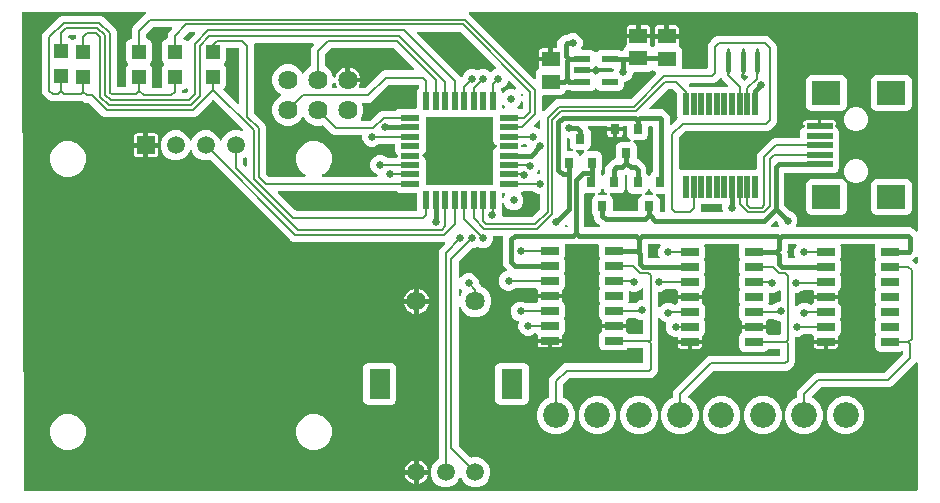
<source format=gbr>
G04 EAGLE Gerber RS-274X export*
G75*
%MOMM*%
%FSLAX34Y34*%
%LPD*%
%INTop Copper*%
%IPPOS*%
%AMOC8*
5,1,8,0,0,1.08239X$1,22.5*%
G01*
%ADD10R,1.500000X1.300000*%
%ADD11R,2.400000X2.000000*%
%ADD12R,2.308000X0.500000*%
%ADD13R,1.525000X0.650000*%
%ADD14C,1.625600*%
%ADD15C,2.184400*%
%ADD16R,1.200000X1.200000*%
%ADD17R,0.787400X0.889000*%
%ADD18R,1.508000X1.508000*%
%ADD19C,1.508000*%
%ADD20R,1.390000X0.580000*%
%ADD21R,0.480000X1.900000*%
%ADD22R,1.600000X0.550000*%
%ADD23R,0.550000X1.600000*%
%ADD24C,1.638300*%
%ADD25C,1.498600*%
%ADD26R,1.803400X2.590800*%
%ADD27C,0.450000*%
%ADD28C,0.254000*%
%ADD29C,0.203200*%
%ADD30C,0.406400*%
%ADD31C,0.654800*%

G36*
X754058Y227993D02*
X754058Y227993D01*
X754116Y227991D01*
X754198Y228013D01*
X754282Y228025D01*
X754335Y228049D01*
X754391Y228063D01*
X754464Y228106D01*
X754541Y228141D01*
X754586Y228179D01*
X754636Y228209D01*
X754694Y228270D01*
X754758Y228325D01*
X754790Y228373D01*
X754830Y228416D01*
X754869Y228491D01*
X754916Y228561D01*
X754933Y228617D01*
X754960Y228669D01*
X754971Y228737D01*
X755001Y228832D01*
X755004Y228932D01*
X755015Y229000D01*
X755015Y335942D01*
X755011Y335971D01*
X755014Y336000D01*
X754991Y336111D01*
X754975Y336224D01*
X754963Y336250D01*
X754958Y336279D01*
X754906Y336380D01*
X754859Y336483D01*
X754840Y336505D01*
X754827Y336531D01*
X754749Y336614D01*
X754676Y336700D01*
X754651Y336716D01*
X754631Y336738D01*
X754533Y336795D01*
X754439Y336858D01*
X754411Y336867D01*
X754386Y336881D01*
X754276Y336909D01*
X754168Y336943D01*
X754138Y336944D01*
X754110Y336951D01*
X753997Y336948D01*
X753884Y336951D01*
X753855Y336943D01*
X753826Y336942D01*
X753718Y336907D01*
X753609Y336879D01*
X753583Y336864D01*
X753555Y336855D01*
X753492Y336809D01*
X753364Y336734D01*
X753321Y336688D01*
X753282Y336660D01*
X733454Y316831D01*
X731213Y315903D01*
X673946Y315903D01*
X673859Y315891D01*
X673772Y315888D01*
X673719Y315871D01*
X673664Y315863D01*
X673585Y315828D01*
X673501Y315801D01*
X673462Y315773D01*
X673405Y315747D01*
X673292Y315651D01*
X673228Y315606D01*
X665762Y308140D01*
X665693Y308048D01*
X665619Y307960D01*
X665608Y307935D01*
X665591Y307913D01*
X665550Y307805D01*
X665503Y307700D01*
X665500Y307673D01*
X665490Y307647D01*
X665480Y307533D01*
X665465Y307419D01*
X665468Y307391D01*
X665466Y307364D01*
X665489Y307251D01*
X665505Y307137D01*
X665517Y307112D01*
X665522Y307085D01*
X665575Y306983D01*
X665622Y306878D01*
X665640Y306857D01*
X665653Y306833D01*
X665732Y306749D01*
X665807Y306662D01*
X665828Y306649D01*
X665849Y306626D01*
X666079Y306492D01*
X666091Y306484D01*
X668065Y305666D01*
X672566Y301165D01*
X675003Y295283D01*
X675003Y288917D01*
X672566Y283035D01*
X668065Y278534D01*
X662183Y276097D01*
X655817Y276097D01*
X649935Y278534D01*
X645434Y283035D01*
X642997Y288917D01*
X642997Y295283D01*
X645434Y301165D01*
X649935Y305666D01*
X652277Y306636D01*
X652278Y306637D01*
X652279Y306637D01*
X652400Y306709D01*
X652521Y306781D01*
X652522Y306782D01*
X652524Y306783D01*
X652621Y306887D01*
X652717Y306987D01*
X652717Y306989D01*
X652718Y306990D01*
X652783Y307116D01*
X652847Y307240D01*
X652847Y307242D01*
X652848Y307243D01*
X652850Y307258D01*
X652902Y307519D01*
X652899Y307550D01*
X652903Y307574D01*
X652903Y311213D01*
X653831Y313454D01*
X667546Y327169D01*
X669787Y328097D01*
X727054Y328097D01*
X727141Y328109D01*
X727228Y328112D01*
X727281Y328129D01*
X727336Y328137D01*
X727415Y328172D01*
X727499Y328199D01*
X727538Y328227D01*
X727595Y328253D01*
X727708Y328349D01*
X727772Y328394D01*
X742606Y343228D01*
X742658Y343298D01*
X742718Y343362D01*
X742744Y343411D01*
X742777Y343455D01*
X742808Y343537D01*
X742848Y343615D01*
X742856Y343662D01*
X742878Y343721D01*
X742890Y343869D01*
X742903Y343946D01*
X742903Y345547D01*
X742887Y345660D01*
X742877Y345775D01*
X742867Y345801D01*
X742863Y345828D01*
X742816Y345933D01*
X742775Y346040D01*
X742759Y346062D01*
X742747Y346087D01*
X742673Y346175D01*
X742604Y346267D01*
X742581Y346283D01*
X742564Y346304D01*
X742468Y346368D01*
X742376Y346437D01*
X742350Y346447D01*
X742327Y346462D01*
X742217Y346497D01*
X742110Y346537D01*
X742082Y346539D01*
X742056Y346548D01*
X741941Y346551D01*
X741827Y346560D01*
X741802Y346554D01*
X741772Y346555D01*
X741515Y346488D01*
X741499Y346485D01*
X740256Y345969D01*
X722984Y345969D01*
X721117Y346743D01*
X719688Y348172D01*
X718914Y350039D01*
X718914Y358561D01*
X719619Y360261D01*
X719641Y360346D01*
X719672Y360428D01*
X719676Y360483D01*
X719690Y360537D01*
X719687Y360624D01*
X719694Y360711D01*
X719683Y360759D01*
X719682Y360821D01*
X719636Y360962D01*
X719619Y361039D01*
X718914Y362739D01*
X718914Y371261D01*
X719619Y372961D01*
X719641Y373046D01*
X719672Y373128D01*
X719676Y373183D01*
X719690Y373237D01*
X719687Y373324D01*
X719694Y373411D01*
X719683Y373459D01*
X719682Y373521D01*
X719636Y373662D01*
X719619Y373739D01*
X718914Y375439D01*
X718914Y383961D01*
X719619Y385661D01*
X719641Y385746D01*
X719672Y385828D01*
X719676Y385883D01*
X719690Y385937D01*
X719687Y386024D01*
X719694Y386111D01*
X719683Y386159D01*
X719682Y386221D01*
X719636Y386362D01*
X719619Y386439D01*
X718914Y388139D01*
X718914Y396661D01*
X719619Y398361D01*
X719641Y398446D01*
X719672Y398528D01*
X719676Y398583D01*
X719690Y398637D01*
X719687Y398724D01*
X719694Y398811D01*
X719683Y398859D01*
X719682Y398921D01*
X719636Y399062D01*
X719619Y399139D01*
X718914Y400839D01*
X718914Y409361D01*
X719619Y411061D01*
X719641Y411146D01*
X719672Y411228D01*
X719676Y411283D01*
X719690Y411337D01*
X719687Y411424D01*
X719694Y411511D01*
X719683Y411559D01*
X719682Y411621D01*
X719636Y411762D01*
X719619Y411839D01*
X718914Y413539D01*
X718914Y422061D01*
X719619Y423761D01*
X719641Y423846D01*
X719672Y423928D01*
X719676Y423983D01*
X719690Y424037D01*
X719687Y424124D01*
X719694Y424211D01*
X719683Y424259D01*
X719682Y424321D01*
X719636Y424462D01*
X719619Y424539D01*
X718914Y426239D01*
X718914Y434761D01*
X719214Y435483D01*
X719242Y435595D01*
X719277Y435704D01*
X719278Y435732D01*
X719285Y435759D01*
X719281Y435873D01*
X719284Y435988D01*
X719277Y436015D01*
X719276Y436043D01*
X719241Y436152D01*
X719212Y436263D01*
X719198Y436287D01*
X719190Y436314D01*
X719126Y436409D01*
X719067Y436508D01*
X719047Y436527D01*
X719032Y436550D01*
X718944Y436624D01*
X718860Y436702D01*
X718835Y436715D01*
X718814Y436733D01*
X718709Y436779D01*
X718607Y436832D01*
X718582Y436836D01*
X718554Y436848D01*
X718290Y436885D01*
X718276Y436887D01*
X690724Y436887D01*
X690611Y436871D01*
X690496Y436861D01*
X690470Y436851D01*
X690443Y436847D01*
X690338Y436800D01*
X690231Y436759D01*
X690209Y436743D01*
X690183Y436731D01*
X690096Y436657D01*
X690004Y436588D01*
X689988Y436565D01*
X689966Y436548D01*
X689903Y436452D01*
X689834Y436360D01*
X689824Y436334D01*
X689809Y436311D01*
X689774Y436201D01*
X689734Y436094D01*
X689731Y436066D01*
X689723Y436040D01*
X689720Y435925D01*
X689711Y435811D01*
X689716Y435786D01*
X689716Y435756D01*
X689783Y435499D01*
X689786Y435483D01*
X690086Y434761D01*
X690086Y426239D01*
X689381Y424539D01*
X689359Y424454D01*
X689328Y424372D01*
X689324Y424317D01*
X689310Y424263D01*
X689313Y424176D01*
X689306Y424089D01*
X689317Y424041D01*
X689318Y423979D01*
X689364Y423838D01*
X689381Y423761D01*
X690086Y422061D01*
X690086Y413539D01*
X689381Y411839D01*
X689359Y411754D01*
X689328Y411672D01*
X689324Y411617D01*
X689310Y411563D01*
X689313Y411476D01*
X689306Y411389D01*
X689317Y411341D01*
X689318Y411279D01*
X689364Y411138D01*
X689381Y411061D01*
X690086Y409361D01*
X690086Y400839D01*
X689312Y398972D01*
X687826Y397486D01*
X687794Y397468D01*
X687789Y397462D01*
X687782Y397458D01*
X687689Y397360D01*
X687596Y397264D01*
X687592Y397257D01*
X687586Y397251D01*
X687525Y397132D01*
X687461Y397013D01*
X687460Y397006D01*
X687456Y396999D01*
X687430Y396867D01*
X687402Y396735D01*
X687403Y396728D01*
X687401Y396720D01*
X687425Y396436D01*
X687432Y396418D01*
X687434Y396401D01*
X687546Y395984D01*
X687546Y394024D01*
X677989Y394024D01*
X677931Y394016D01*
X677873Y394018D01*
X677791Y393996D01*
X677708Y393984D01*
X677654Y393961D01*
X677598Y393946D01*
X677525Y393903D01*
X677448Y393868D01*
X677404Y393830D01*
X677380Y393816D01*
X677355Y393839D01*
X677280Y393878D01*
X677210Y393925D01*
X677154Y393942D01*
X677102Y393969D01*
X677034Y393980D01*
X676939Y394010D01*
X676839Y394013D01*
X676771Y394024D01*
X667214Y394024D01*
X667214Y395984D01*
X667326Y396401D01*
X667342Y396535D01*
X667361Y396668D01*
X667359Y396676D01*
X667360Y396683D01*
X667339Y396816D01*
X667320Y396949D01*
X667317Y396956D01*
X667315Y396964D01*
X667258Y397087D01*
X667203Y397208D01*
X667197Y397214D01*
X667194Y397221D01*
X667105Y397322D01*
X667018Y397424D01*
X667012Y397428D01*
X667006Y397435D01*
X666947Y397472D01*
X666814Y397606D01*
X666744Y397658D01*
X666680Y397718D01*
X666631Y397744D01*
X666587Y397777D01*
X666505Y397808D01*
X666427Y397848D01*
X666380Y397856D01*
X666321Y397878D01*
X666173Y397890D01*
X666096Y397903D01*
X658139Y397903D01*
X658053Y397891D01*
X657965Y397888D01*
X657912Y397871D01*
X657858Y397863D01*
X657778Y397828D01*
X657695Y397801D01*
X657655Y397773D01*
X657598Y397747D01*
X657485Y397651D01*
X657421Y397606D01*
X656733Y396917D01*
X653662Y395645D01*
X652434Y395645D01*
X652376Y395637D01*
X652318Y395639D01*
X652236Y395617D01*
X652152Y395605D01*
X652099Y395582D01*
X652043Y395567D01*
X651970Y395524D01*
X651893Y395489D01*
X651848Y395451D01*
X651798Y395422D01*
X651740Y395360D01*
X651676Y395306D01*
X651644Y395257D01*
X651604Y395214D01*
X651565Y395139D01*
X651518Y395069D01*
X651501Y395013D01*
X651474Y394961D01*
X651463Y394893D01*
X651433Y394798D01*
X651430Y394698D01*
X651419Y394630D01*
X651419Y385685D01*
X651423Y385656D01*
X651420Y385627D01*
X651443Y385516D01*
X651459Y385404D01*
X651471Y385377D01*
X651476Y385348D01*
X651529Y385247D01*
X651575Y385144D01*
X651594Y385122D01*
X651607Y385096D01*
X651685Y385014D01*
X651758Y384927D01*
X651783Y384911D01*
X651803Y384890D01*
X651901Y384833D01*
X651995Y384770D01*
X652023Y384761D01*
X652048Y384746D01*
X652158Y384718D01*
X652266Y384684D01*
X652296Y384683D01*
X652324Y384676D01*
X652437Y384679D01*
X652550Y384677D01*
X652579Y384684D01*
X652608Y384685D01*
X652716Y384720D01*
X652825Y384748D01*
X652851Y384763D01*
X652879Y384772D01*
X652943Y384818D01*
X653070Y384894D01*
X653113Y384939D01*
X653152Y384967D01*
X654267Y386083D01*
X657338Y387355D01*
X660662Y387355D01*
X663741Y386079D01*
X663791Y386042D01*
X663855Y385982D01*
X663904Y385956D01*
X663948Y385923D01*
X664030Y385892D01*
X664108Y385852D01*
X664156Y385844D01*
X664214Y385822D01*
X664362Y385810D01*
X664439Y385797D01*
X664996Y385797D01*
X665083Y385809D01*
X665170Y385812D01*
X665223Y385829D01*
X665277Y385837D01*
X665357Y385872D01*
X665440Y385899D01*
X665480Y385927D01*
X665537Y385953D01*
X665650Y386049D01*
X665714Y386094D01*
X666934Y387314D01*
X666966Y387332D01*
X666971Y387338D01*
X666978Y387342D01*
X667071Y387440D01*
X667164Y387536D01*
X667168Y387543D01*
X667174Y387549D01*
X667235Y387668D01*
X667299Y387787D01*
X667300Y387794D01*
X667304Y387801D01*
X667330Y387933D01*
X667358Y388065D01*
X667357Y388072D01*
X667359Y388080D01*
X667335Y388364D01*
X667328Y388382D01*
X667326Y388399D01*
X667214Y388816D01*
X667214Y390776D01*
X676771Y390776D01*
X676829Y390784D01*
X676887Y390782D01*
X676969Y390804D01*
X677052Y390816D01*
X677106Y390839D01*
X677162Y390854D01*
X677235Y390897D01*
X677312Y390932D01*
X677356Y390970D01*
X677380Y390984D01*
X677405Y390961D01*
X677480Y390922D01*
X677550Y390875D01*
X677606Y390858D01*
X677658Y390831D01*
X677726Y390820D01*
X677821Y390790D01*
X677921Y390787D01*
X677989Y390776D01*
X687546Y390776D01*
X687546Y388816D01*
X687434Y388399D01*
X687418Y388265D01*
X687399Y388132D01*
X687401Y388124D01*
X687400Y388117D01*
X687421Y387984D01*
X687440Y387851D01*
X687443Y387844D01*
X687445Y387836D01*
X687502Y387713D01*
X687557Y387592D01*
X687563Y387586D01*
X687566Y387579D01*
X687655Y387478D01*
X687742Y387376D01*
X687748Y387372D01*
X687754Y387365D01*
X687813Y387328D01*
X689312Y385828D01*
X690086Y383961D01*
X690086Y375439D01*
X689381Y373739D01*
X689359Y373654D01*
X689328Y373572D01*
X689324Y373517D01*
X689310Y373463D01*
X689313Y373376D01*
X689306Y373289D01*
X689317Y373241D01*
X689318Y373179D01*
X689364Y373038D01*
X689381Y372961D01*
X690086Y371261D01*
X690086Y362739D01*
X689312Y360872D01*
X687826Y359386D01*
X687794Y359368D01*
X687789Y359362D01*
X687782Y359358D01*
X687689Y359260D01*
X687596Y359164D01*
X687592Y359157D01*
X687586Y359151D01*
X687525Y359032D01*
X687461Y358913D01*
X687460Y358906D01*
X687456Y358899D01*
X687430Y358767D01*
X687402Y358635D01*
X687403Y358628D01*
X687401Y358620D01*
X687425Y358336D01*
X687432Y358318D01*
X687434Y358301D01*
X687546Y357884D01*
X687546Y355924D01*
X677989Y355924D01*
X677931Y355916D01*
X677873Y355918D01*
X677791Y355896D01*
X677708Y355884D01*
X677654Y355861D01*
X677598Y355846D01*
X677525Y355803D01*
X677448Y355768D01*
X677404Y355730D01*
X677380Y355716D01*
X677355Y355739D01*
X677280Y355778D01*
X677210Y355825D01*
X677154Y355842D01*
X677102Y355869D01*
X677034Y355880D01*
X676939Y355910D01*
X676839Y355913D01*
X676771Y355924D01*
X667214Y355924D01*
X667214Y357884D01*
X667326Y358301D01*
X667342Y358435D01*
X667361Y358568D01*
X667359Y358576D01*
X667360Y358583D01*
X667339Y358716D01*
X667320Y358849D01*
X667317Y358856D01*
X667315Y358864D01*
X667258Y358987D01*
X667203Y359108D01*
X667197Y359114D01*
X667194Y359121D01*
X667105Y359222D01*
X667018Y359324D01*
X667012Y359328D01*
X667006Y359335D01*
X666947Y359372D01*
X665714Y360606D01*
X665644Y360658D01*
X665580Y360718D01*
X665531Y360744D01*
X665487Y360777D01*
X665405Y360808D01*
X665327Y360848D01*
X665279Y360856D01*
X665221Y360878D01*
X665073Y360890D01*
X664996Y360903D01*
X658817Y360903D01*
X658731Y360891D01*
X658643Y360888D01*
X658590Y360871D01*
X658536Y360863D01*
X658456Y360828D01*
X658373Y360801D01*
X658333Y360773D01*
X658276Y360747D01*
X658163Y360651D01*
X658099Y360606D01*
X657411Y359917D01*
X654340Y358645D01*
X652434Y358645D01*
X652376Y358637D01*
X652318Y358639D01*
X652236Y358617D01*
X652152Y358605D01*
X652099Y358582D01*
X652043Y358567D01*
X651970Y358524D01*
X651893Y358489D01*
X651848Y358451D01*
X651798Y358422D01*
X651740Y358360D01*
X651676Y358306D01*
X651644Y358257D01*
X651604Y358214D01*
X651565Y358139D01*
X651518Y358069D01*
X651501Y358013D01*
X651474Y357961D01*
X651463Y357893D01*
X651433Y357798D01*
X651430Y357698D01*
X651419Y357630D01*
X651419Y354709D01*
X651174Y354118D01*
X651166Y354089D01*
X651152Y354061D01*
X651139Y353984D01*
X651103Y353843D01*
X651105Y353779D01*
X651097Y353730D01*
X651097Y336787D01*
X650169Y334546D01*
X648311Y332689D01*
X646454Y330831D01*
X644213Y329903D01*
X582946Y329903D01*
X582859Y329891D01*
X582772Y329888D01*
X582719Y329871D01*
X582664Y329863D01*
X582585Y329828D01*
X582501Y329801D01*
X582462Y329773D01*
X582405Y329747D01*
X582292Y329651D01*
X582228Y329606D01*
X560762Y308140D01*
X560693Y308048D01*
X560619Y307960D01*
X560608Y307935D01*
X560591Y307913D01*
X560550Y307805D01*
X560503Y307700D01*
X560500Y307673D01*
X560490Y307647D01*
X560480Y307533D01*
X560465Y307419D01*
X560468Y307391D01*
X560466Y307364D01*
X560489Y307251D01*
X560505Y307137D01*
X560517Y307112D01*
X560522Y307085D01*
X560575Y306983D01*
X560622Y306878D01*
X560640Y306857D01*
X560653Y306833D01*
X560732Y306749D01*
X560807Y306662D01*
X560828Y306649D01*
X560849Y306626D01*
X561079Y306492D01*
X561091Y306484D01*
X563065Y305666D01*
X567566Y301165D01*
X570003Y295283D01*
X570003Y288917D01*
X567566Y283035D01*
X563065Y278534D01*
X557183Y276097D01*
X550817Y276097D01*
X544935Y278534D01*
X540434Y283035D01*
X537997Y288917D01*
X537997Y295283D01*
X540434Y301165D01*
X544935Y305666D01*
X547277Y306636D01*
X547278Y306637D01*
X547279Y306637D01*
X547400Y306709D01*
X547521Y306781D01*
X547522Y306782D01*
X547524Y306783D01*
X547621Y306887D01*
X547717Y306987D01*
X547717Y306989D01*
X547718Y306990D01*
X547783Y307116D01*
X547847Y307240D01*
X547847Y307242D01*
X547848Y307243D01*
X547850Y307258D01*
X547902Y307519D01*
X547899Y307550D01*
X547903Y307574D01*
X547903Y311213D01*
X548831Y313454D01*
X576546Y341169D01*
X578787Y342097D01*
X637888Y342097D01*
X637946Y342105D01*
X638004Y342103D01*
X638086Y342125D01*
X638170Y342137D01*
X638223Y342160D01*
X638279Y342175D01*
X638352Y342218D01*
X638429Y342253D01*
X638474Y342291D01*
X638524Y342320D01*
X638582Y342382D01*
X638646Y342436D01*
X638678Y342485D01*
X638718Y342528D01*
X638757Y342603D01*
X638804Y342673D01*
X638821Y342729D01*
X638848Y342781D01*
X638859Y342849D01*
X638889Y342944D01*
X638892Y343044D01*
X638903Y343112D01*
X638903Y347188D01*
X638895Y347246D01*
X638897Y347304D01*
X638875Y347386D01*
X638863Y347470D01*
X638840Y347523D01*
X638825Y347579D01*
X638782Y347652D01*
X638747Y347729D01*
X638709Y347774D01*
X638680Y347824D01*
X638618Y347882D01*
X638564Y347946D01*
X638515Y347978D01*
X638472Y348018D01*
X638397Y348057D01*
X638327Y348104D01*
X638271Y348121D01*
X638219Y348148D01*
X638151Y348159D01*
X638056Y348189D01*
X637956Y348192D01*
X637888Y348203D01*
X628704Y348203D01*
X628617Y348191D01*
X628530Y348188D01*
X628477Y348171D01*
X628423Y348163D01*
X628343Y348128D01*
X628259Y348101D01*
X628220Y348073D01*
X628163Y348047D01*
X628050Y347951D01*
X627986Y347906D01*
X626823Y346743D01*
X624956Y345969D01*
X607684Y345969D01*
X605817Y346743D01*
X604388Y348172D01*
X603614Y350039D01*
X603614Y358561D01*
X604388Y360428D01*
X605874Y361914D01*
X605906Y361932D01*
X605911Y361938D01*
X605918Y361942D01*
X606011Y362040D01*
X606104Y362136D01*
X606108Y362143D01*
X606114Y362149D01*
X606175Y362268D01*
X606239Y362387D01*
X606240Y362394D01*
X606244Y362401D01*
X606270Y362533D01*
X606298Y362665D01*
X606297Y362672D01*
X606299Y362680D01*
X606275Y362964D01*
X606268Y362982D01*
X606266Y362999D01*
X606154Y363416D01*
X606154Y365376D01*
X615711Y365376D01*
X615769Y365384D01*
X615827Y365382D01*
X615909Y365404D01*
X615992Y365416D01*
X616046Y365439D01*
X616102Y365454D01*
X616175Y365497D01*
X616252Y365532D01*
X616296Y365570D01*
X616320Y365584D01*
X616345Y365561D01*
X616420Y365522D01*
X616490Y365475D01*
X616546Y365458D01*
X616598Y365431D01*
X616666Y365420D01*
X616761Y365390D01*
X616861Y365387D01*
X616929Y365376D01*
X626486Y365376D01*
X626486Y363416D01*
X626374Y362999D01*
X626358Y362864D01*
X626339Y362732D01*
X626341Y362724D01*
X626340Y362717D01*
X626361Y362584D01*
X626380Y362451D01*
X626383Y362444D01*
X626385Y362436D01*
X626442Y362313D01*
X626497Y362192D01*
X626503Y362186D01*
X626506Y362179D01*
X626595Y362078D01*
X626682Y361976D01*
X626688Y361972D01*
X626694Y361965D01*
X626753Y361928D01*
X627986Y360694D01*
X628056Y360642D01*
X628120Y360582D01*
X628169Y360556D01*
X628213Y360523D01*
X628295Y360492D01*
X628373Y360452D01*
X628420Y360444D01*
X628479Y360422D01*
X628627Y360410D01*
X628704Y360397D01*
X638210Y360397D01*
X638268Y360405D01*
X638326Y360403D01*
X638408Y360425D01*
X638492Y360437D01*
X638545Y360460D01*
X638601Y360475D01*
X638674Y360518D01*
X638751Y360553D01*
X638796Y360591D01*
X638846Y360620D01*
X638904Y360682D01*
X638968Y360736D01*
X639000Y360785D01*
X639040Y360828D01*
X639079Y360903D01*
X639126Y360973D01*
X639143Y361029D01*
X639170Y361081D01*
X639181Y361149D01*
X639211Y361244D01*
X639214Y361344D01*
X639225Y361412D01*
X639225Y370630D01*
X639217Y370688D01*
X639219Y370746D01*
X639197Y370828D01*
X639185Y370912D01*
X639162Y370965D01*
X639147Y371021D01*
X639104Y371094D01*
X639069Y371171D01*
X639031Y371216D01*
X639002Y371266D01*
X638940Y371324D01*
X638886Y371388D01*
X638837Y371420D01*
X638794Y371460D01*
X638719Y371499D01*
X638649Y371546D01*
X638593Y371563D01*
X638541Y371590D01*
X638473Y371601D01*
X638378Y371631D01*
X638278Y371634D01*
X638210Y371645D01*
X637338Y371645D01*
X634267Y372917D01*
X633879Y373306D01*
X633809Y373358D01*
X633745Y373418D01*
X633696Y373444D01*
X633652Y373477D01*
X633570Y373508D01*
X633492Y373548D01*
X633444Y373556D01*
X633386Y373578D01*
X633238Y373590D01*
X633161Y373603D01*
X628704Y373603D01*
X628617Y373591D01*
X628530Y373588D01*
X628477Y373571D01*
X628423Y373563D01*
X628343Y373528D01*
X628259Y373501D01*
X628220Y373473D01*
X628163Y373447D01*
X628050Y373351D01*
X627986Y373306D01*
X626766Y372086D01*
X626734Y372068D01*
X626729Y372062D01*
X626722Y372058D01*
X626629Y371960D01*
X626536Y371864D01*
X626532Y371857D01*
X626526Y371851D01*
X626465Y371732D01*
X626401Y371613D01*
X626400Y371606D01*
X626396Y371599D01*
X626370Y371467D01*
X626342Y371335D01*
X626343Y371328D01*
X626341Y371320D01*
X626365Y371036D01*
X626372Y371018D01*
X626374Y371001D01*
X626486Y370584D01*
X626486Y368624D01*
X616929Y368624D01*
X616871Y368616D01*
X616813Y368618D01*
X616731Y368596D01*
X616648Y368584D01*
X616594Y368561D01*
X616538Y368546D01*
X616465Y368503D01*
X616388Y368468D01*
X616344Y368430D01*
X616320Y368416D01*
X616295Y368439D01*
X616220Y368478D01*
X616150Y368525D01*
X616094Y368542D01*
X616042Y368569D01*
X615974Y368580D01*
X615879Y368610D01*
X615779Y368613D01*
X615711Y368624D01*
X606154Y368624D01*
X606154Y370584D01*
X606266Y371001D01*
X606282Y371135D01*
X606301Y371268D01*
X606299Y371276D01*
X606300Y371283D01*
X606279Y371416D01*
X606260Y371549D01*
X606257Y371556D01*
X606255Y371564D01*
X606198Y371687D01*
X606143Y371808D01*
X606137Y371814D01*
X606134Y371821D01*
X606045Y371922D01*
X605958Y372024D01*
X605952Y372028D01*
X605946Y372035D01*
X605887Y372072D01*
X604388Y373572D01*
X603614Y375439D01*
X603614Y383961D01*
X604319Y385661D01*
X604341Y385746D01*
X604372Y385828D01*
X604376Y385883D01*
X604390Y385937D01*
X604387Y386024D01*
X604394Y386111D01*
X604383Y386159D01*
X604382Y386221D01*
X604336Y386362D01*
X604319Y386439D01*
X603614Y388139D01*
X603614Y396661D01*
X604319Y398361D01*
X604341Y398446D01*
X604372Y398528D01*
X604376Y398583D01*
X604390Y398637D01*
X604387Y398724D01*
X604394Y398811D01*
X604383Y398859D01*
X604382Y398921D01*
X604336Y399062D01*
X604319Y399139D01*
X603614Y400839D01*
X603614Y409361D01*
X604319Y411061D01*
X604341Y411146D01*
X604372Y411228D01*
X604376Y411283D01*
X604390Y411337D01*
X604387Y411424D01*
X604394Y411511D01*
X604383Y411559D01*
X604382Y411621D01*
X604336Y411762D01*
X604319Y411839D01*
X603614Y413539D01*
X603614Y422061D01*
X604319Y423761D01*
X604341Y423846D01*
X604372Y423928D01*
X604376Y423983D01*
X604390Y424037D01*
X604387Y424124D01*
X604394Y424211D01*
X604383Y424259D01*
X604382Y424321D01*
X604336Y424462D01*
X604319Y424539D01*
X603614Y426239D01*
X603614Y434761D01*
X603914Y435483D01*
X603942Y435595D01*
X603977Y435704D01*
X603978Y435732D01*
X603985Y435759D01*
X603981Y435873D01*
X603984Y435988D01*
X603977Y436015D01*
X603976Y436043D01*
X603941Y436152D01*
X603912Y436263D01*
X603898Y436287D01*
X603890Y436314D01*
X603826Y436409D01*
X603767Y436508D01*
X603747Y436527D01*
X603732Y436550D01*
X603644Y436624D01*
X603560Y436702D01*
X603535Y436715D01*
X603514Y436733D01*
X603409Y436779D01*
X603307Y436832D01*
X603282Y436836D01*
X603254Y436848D01*
X602990Y436885D01*
X602976Y436887D01*
X575424Y436887D01*
X575311Y436871D01*
X575196Y436861D01*
X575170Y436851D01*
X575143Y436847D01*
X575038Y436800D01*
X574931Y436759D01*
X574909Y436743D01*
X574883Y436731D01*
X574796Y436657D01*
X574704Y436588D01*
X574688Y436565D01*
X574666Y436548D01*
X574603Y436452D01*
X574534Y436360D01*
X574524Y436334D01*
X574509Y436311D01*
X574474Y436201D01*
X574434Y436094D01*
X574431Y436066D01*
X574423Y436040D01*
X574420Y435925D01*
X574411Y435811D01*
X574416Y435786D01*
X574416Y435756D01*
X574483Y435499D01*
X574486Y435483D01*
X574786Y434761D01*
X574786Y426239D01*
X574081Y424539D01*
X574059Y424454D01*
X574028Y424372D01*
X574024Y424317D01*
X574010Y424263D01*
X574013Y424176D01*
X574006Y424089D01*
X574017Y424041D01*
X574018Y423979D01*
X574064Y423838D01*
X574081Y423761D01*
X574786Y422061D01*
X574786Y413539D01*
X574081Y411839D01*
X574059Y411754D01*
X574028Y411672D01*
X574024Y411617D01*
X574010Y411563D01*
X574013Y411476D01*
X574006Y411389D01*
X574017Y411341D01*
X574018Y411279D01*
X574064Y411138D01*
X574081Y411061D01*
X574786Y409361D01*
X574786Y400839D01*
X574012Y398972D01*
X572526Y397486D01*
X572494Y397468D01*
X572489Y397462D01*
X572482Y397458D01*
X572389Y397360D01*
X572296Y397264D01*
X572292Y397257D01*
X572286Y397251D01*
X572225Y397132D01*
X572161Y397013D01*
X572160Y397006D01*
X572156Y396999D01*
X572130Y396867D01*
X572102Y396735D01*
X572103Y396728D01*
X572101Y396720D01*
X572125Y396436D01*
X572132Y396418D01*
X572134Y396401D01*
X572246Y395984D01*
X572246Y394024D01*
X562689Y394024D01*
X562631Y394016D01*
X562573Y394018D01*
X562491Y393996D01*
X562408Y393984D01*
X562354Y393961D01*
X562298Y393946D01*
X562225Y393903D01*
X562148Y393868D01*
X562104Y393830D01*
X562080Y393816D01*
X562055Y393839D01*
X561980Y393878D01*
X561910Y393925D01*
X561854Y393942D01*
X561802Y393969D01*
X561734Y393980D01*
X561639Y394010D01*
X561539Y394013D01*
X561471Y394024D01*
X551914Y394024D01*
X551914Y395984D01*
X552026Y396401D01*
X552042Y396535D01*
X552061Y396668D01*
X552059Y396676D01*
X552060Y396683D01*
X552039Y396816D01*
X552020Y396949D01*
X552017Y396956D01*
X552015Y396964D01*
X551958Y397087D01*
X551903Y397208D01*
X551897Y397214D01*
X551894Y397221D01*
X551805Y397322D01*
X551718Y397424D01*
X551712Y397428D01*
X551706Y397435D01*
X551647Y397472D01*
X550414Y398706D01*
X550344Y398758D01*
X550280Y398818D01*
X550231Y398844D01*
X550187Y398877D01*
X550105Y398908D01*
X550027Y398948D01*
X549979Y398956D01*
X549921Y398978D01*
X549773Y398990D01*
X549696Y399003D01*
X542239Y399003D01*
X542153Y398991D01*
X542065Y398988D01*
X542012Y398971D01*
X541958Y398963D01*
X541878Y398928D01*
X541795Y398901D01*
X541755Y398873D01*
X541698Y398847D01*
X541585Y398751D01*
X541521Y398706D01*
X540733Y397917D01*
X537662Y396645D01*
X536112Y396645D01*
X536054Y396637D01*
X535996Y396639D01*
X535914Y396617D01*
X535830Y396605D01*
X535777Y396582D01*
X535721Y396567D01*
X535648Y396524D01*
X535571Y396489D01*
X535526Y396451D01*
X535476Y396422D01*
X535418Y396360D01*
X535354Y396306D01*
X535322Y396257D01*
X535282Y396214D01*
X535243Y396139D01*
X535196Y396069D01*
X535179Y396013D01*
X535152Y395961D01*
X535141Y395893D01*
X535111Y395798D01*
X535108Y395698D01*
X535097Y395630D01*
X535097Y384363D01*
X535101Y384334D01*
X535098Y384305D01*
X535121Y384194D01*
X535137Y384082D01*
X535149Y384055D01*
X535154Y384026D01*
X535207Y383926D01*
X535253Y383822D01*
X535272Y383800D01*
X535285Y383774D01*
X535363Y383692D01*
X535436Y383605D01*
X535461Y383589D01*
X535481Y383568D01*
X535579Y383510D01*
X535673Y383448D01*
X535701Y383439D01*
X535726Y383424D01*
X535836Y383396D01*
X535944Y383362D01*
X535974Y383361D01*
X536002Y383354D01*
X536115Y383357D01*
X536228Y383355D01*
X536257Y383362D01*
X536286Y383363D01*
X536394Y383398D01*
X536503Y383426D01*
X536529Y383441D01*
X536557Y383450D01*
X536620Y383496D01*
X536748Y383572D01*
X536791Y383617D01*
X536830Y383645D01*
X539267Y386083D01*
X542338Y387355D01*
X545662Y387355D01*
X548741Y386079D01*
X548791Y386042D01*
X548855Y385982D01*
X548904Y385956D01*
X548948Y385923D01*
X549030Y385892D01*
X549108Y385852D01*
X549156Y385844D01*
X549214Y385822D01*
X549362Y385810D01*
X549439Y385797D01*
X549696Y385797D01*
X549783Y385809D01*
X549870Y385812D01*
X549923Y385829D01*
X549977Y385837D01*
X550057Y385872D01*
X550140Y385899D01*
X550180Y385927D01*
X550237Y385953D01*
X550350Y386049D01*
X550414Y386094D01*
X551634Y387314D01*
X551666Y387332D01*
X551671Y387338D01*
X551678Y387342D01*
X551771Y387440D01*
X551864Y387536D01*
X551868Y387543D01*
X551874Y387549D01*
X551935Y387668D01*
X551999Y387787D01*
X552000Y387794D01*
X552004Y387801D01*
X552030Y387933D01*
X552058Y388065D01*
X552057Y388072D01*
X552059Y388080D01*
X552035Y388364D01*
X552028Y388382D01*
X552026Y388399D01*
X551914Y388816D01*
X551914Y390776D01*
X561471Y390776D01*
X561529Y390784D01*
X561587Y390782D01*
X561669Y390804D01*
X561752Y390816D01*
X561806Y390839D01*
X561862Y390854D01*
X561935Y390897D01*
X562012Y390932D01*
X562056Y390970D01*
X562080Y390984D01*
X562105Y390961D01*
X562180Y390922D01*
X562250Y390875D01*
X562306Y390858D01*
X562358Y390831D01*
X562426Y390820D01*
X562521Y390790D01*
X562621Y390787D01*
X562689Y390776D01*
X572246Y390776D01*
X572246Y388816D01*
X572134Y388399D01*
X572118Y388265D01*
X572099Y388132D01*
X572101Y388124D01*
X572100Y388117D01*
X572121Y387984D01*
X572140Y387851D01*
X572143Y387844D01*
X572145Y387836D01*
X572202Y387713D01*
X572257Y387592D01*
X572263Y387586D01*
X572266Y387579D01*
X572355Y387478D01*
X572442Y387376D01*
X572448Y387372D01*
X572454Y387365D01*
X572513Y387328D01*
X574012Y385828D01*
X574786Y383961D01*
X574786Y375439D01*
X574081Y373739D01*
X574059Y373654D01*
X574028Y373572D01*
X574024Y373517D01*
X574010Y373463D01*
X574013Y373376D01*
X574006Y373289D01*
X574017Y373241D01*
X574018Y373179D01*
X574064Y373038D01*
X574081Y372961D01*
X574786Y371261D01*
X574786Y362739D01*
X574012Y360872D01*
X572526Y359386D01*
X572494Y359368D01*
X572488Y359362D01*
X572482Y359358D01*
X572390Y359260D01*
X572296Y359164D01*
X572292Y359157D01*
X572286Y359151D01*
X572225Y359032D01*
X572161Y358913D01*
X572160Y358906D01*
X572156Y358898D01*
X572130Y358767D01*
X572102Y358636D01*
X572103Y358628D01*
X572101Y358619D01*
X572125Y358336D01*
X572132Y358318D01*
X572134Y358301D01*
X572246Y357885D01*
X572246Y355924D01*
X562689Y355924D01*
X562631Y355916D01*
X562573Y355918D01*
X562491Y355896D01*
X562408Y355884D01*
X562354Y355861D01*
X562298Y355846D01*
X562225Y355803D01*
X562148Y355768D01*
X562104Y355730D01*
X562080Y355716D01*
X562055Y355739D01*
X561980Y355778D01*
X561910Y355825D01*
X561854Y355842D01*
X561802Y355869D01*
X561734Y355880D01*
X561639Y355910D01*
X561539Y355913D01*
X561471Y355924D01*
X551914Y355924D01*
X551914Y357630D01*
X551906Y357688D01*
X551908Y357746D01*
X551886Y357828D01*
X551874Y357912D01*
X551851Y357965D01*
X551836Y358021D01*
X551793Y358094D01*
X551758Y358171D01*
X551720Y358216D01*
X551691Y358266D01*
X551629Y358324D01*
X551575Y358388D01*
X551526Y358420D01*
X551483Y358460D01*
X551408Y358499D01*
X551338Y358546D01*
X551282Y358563D01*
X551230Y358590D01*
X551162Y358601D01*
X551067Y358631D01*
X550967Y358634D01*
X550899Y358645D01*
X548660Y358645D01*
X545589Y359917D01*
X543239Y362267D01*
X541967Y365338D01*
X541967Y368662D01*
X542334Y369548D01*
X542349Y369605D01*
X542373Y369658D01*
X542384Y369742D01*
X542405Y369823D01*
X542404Y369882D01*
X542412Y369940D01*
X542399Y370023D01*
X542397Y370107D01*
X542379Y370163D01*
X542371Y370221D01*
X542336Y370298D01*
X542310Y370378D01*
X542278Y370427D01*
X542254Y370480D01*
X542199Y370544D01*
X542152Y370614D01*
X542107Y370652D01*
X542069Y370696D01*
X542011Y370733D01*
X541935Y370797D01*
X541843Y370838D01*
X541785Y370874D01*
X539267Y371917D01*
X536830Y374355D01*
X536806Y374372D01*
X536787Y374395D01*
X536693Y374458D01*
X536603Y374526D01*
X536575Y374536D01*
X536551Y374552D01*
X536443Y374587D01*
X536337Y374627D01*
X536308Y374629D01*
X536280Y374638D01*
X536166Y374641D01*
X536054Y374650D01*
X536025Y374645D01*
X535996Y374645D01*
X535886Y374617D01*
X535775Y374595D01*
X535749Y374581D01*
X535721Y374574D01*
X535623Y374516D01*
X535523Y374464D01*
X535501Y374443D01*
X535476Y374428D01*
X535399Y374346D01*
X535317Y374268D01*
X535302Y374242D01*
X535282Y374221D01*
X535230Y374120D01*
X535173Y374023D01*
X535166Y373994D01*
X535152Y373968D01*
X535139Y373891D01*
X535103Y373747D01*
X535105Y373685D01*
X535097Y373637D01*
X535097Y354750D01*
X535086Y354722D01*
X535082Y354667D01*
X535068Y354613D01*
X535070Y354525D01*
X535063Y354439D01*
X535074Y354392D01*
X535076Y354329D01*
X535097Y354264D01*
X535097Y329787D01*
X534169Y327546D01*
X531454Y324831D01*
X529213Y323903D01*
X460946Y323903D01*
X460859Y323891D01*
X460772Y323888D01*
X460719Y323871D01*
X460664Y323863D01*
X460585Y323828D01*
X460501Y323801D01*
X460462Y323773D01*
X460405Y323747D01*
X460292Y323651D01*
X460228Y323606D01*
X455394Y318772D01*
X455342Y318702D01*
X455282Y318638D01*
X455256Y318589D01*
X455223Y318545D01*
X455192Y318463D01*
X455152Y318385D01*
X455144Y318338D01*
X455122Y318279D01*
X455110Y318131D01*
X455097Y318054D01*
X455097Y307574D01*
X455097Y307573D01*
X455097Y307571D01*
X455117Y307431D01*
X455137Y307293D01*
X455137Y307291D01*
X455137Y307290D01*
X455194Y307164D01*
X455253Y307033D01*
X455254Y307032D01*
X455255Y307031D01*
X455346Y306924D01*
X455436Y306816D01*
X455438Y306815D01*
X455439Y306814D01*
X455452Y306806D01*
X455673Y306659D01*
X455702Y306649D01*
X455723Y306636D01*
X458065Y305666D01*
X462566Y301165D01*
X465003Y295283D01*
X465003Y288917D01*
X462566Y283035D01*
X458065Y278534D01*
X452183Y276097D01*
X445817Y276097D01*
X439935Y278534D01*
X435434Y283035D01*
X432997Y288917D01*
X432997Y295283D01*
X435434Y301165D01*
X439935Y305666D01*
X442277Y306636D01*
X442278Y306637D01*
X442279Y306637D01*
X442400Y306709D01*
X442521Y306781D01*
X442522Y306782D01*
X442524Y306783D01*
X442621Y306887D01*
X442717Y306987D01*
X442717Y306989D01*
X442718Y306990D01*
X442783Y307116D01*
X442847Y307240D01*
X442847Y307242D01*
X442848Y307243D01*
X442850Y307258D01*
X442902Y307519D01*
X442899Y307550D01*
X442903Y307574D01*
X442903Y322213D01*
X443831Y324454D01*
X454546Y335169D01*
X456787Y336097D01*
X521888Y336097D01*
X521946Y336105D01*
X522004Y336103D01*
X522086Y336125D01*
X522170Y336137D01*
X522223Y336160D01*
X522279Y336175D01*
X522352Y336218D01*
X522429Y336253D01*
X522474Y336291D01*
X522524Y336320D01*
X522582Y336382D01*
X522646Y336436D01*
X522678Y336485D01*
X522718Y336528D01*
X522757Y336603D01*
X522804Y336673D01*
X522821Y336729D01*
X522848Y336781D01*
X522859Y336849D01*
X522889Y336944D01*
X522892Y337044D01*
X522903Y337112D01*
X522903Y347888D01*
X522895Y347946D01*
X522897Y348004D01*
X522875Y348086D01*
X522863Y348170D01*
X522840Y348223D01*
X522825Y348279D01*
X522782Y348352D01*
X522747Y348429D01*
X522709Y348474D01*
X522680Y348524D01*
X522618Y348582D01*
X522564Y348646D01*
X522515Y348678D01*
X522472Y348718D01*
X522397Y348757D01*
X522327Y348804D01*
X522271Y348821D01*
X522219Y348848D01*
X522151Y348859D01*
X522056Y348889D01*
X521956Y348892D01*
X521888Y348903D01*
X510004Y348903D01*
X509917Y348891D01*
X509830Y348888D01*
X509777Y348871D01*
X509723Y348863D01*
X509643Y348828D01*
X509560Y348801D01*
X509520Y348773D01*
X509463Y348747D01*
X509350Y348651D01*
X509286Y348606D01*
X508423Y347743D01*
X506556Y346969D01*
X489284Y346969D01*
X487417Y347743D01*
X485988Y349172D01*
X485214Y351039D01*
X485214Y359561D01*
X485988Y361428D01*
X487474Y362914D01*
X487506Y362932D01*
X487512Y362938D01*
X487518Y362942D01*
X487610Y363040D01*
X487704Y363136D01*
X487708Y363143D01*
X487714Y363149D01*
X487775Y363268D01*
X487839Y363387D01*
X487840Y363394D01*
X487844Y363402D01*
X487870Y363533D01*
X487898Y363664D01*
X487897Y363672D01*
X487899Y363681D01*
X487875Y363964D01*
X487868Y363982D01*
X487866Y363999D01*
X487754Y364415D01*
X487754Y366376D01*
X497311Y366376D01*
X497369Y366384D01*
X497427Y366382D01*
X497509Y366404D01*
X497592Y366416D01*
X497646Y366439D01*
X497702Y366454D01*
X497775Y366497D01*
X497852Y366532D01*
X497896Y366570D01*
X497920Y366584D01*
X497945Y366561D01*
X498020Y366522D01*
X498090Y366475D01*
X498146Y366458D01*
X498198Y366431D01*
X498266Y366420D01*
X498361Y366390D01*
X498461Y366387D01*
X498529Y366376D01*
X508086Y366376D01*
X508086Y364415D01*
X507974Y363999D01*
X507958Y363866D01*
X507939Y363733D01*
X507941Y363724D01*
X507940Y363716D01*
X507961Y363584D01*
X507980Y363451D01*
X507984Y363444D01*
X507985Y363436D01*
X508042Y363314D01*
X508097Y363192D01*
X508103Y363186D01*
X508106Y363179D01*
X508195Y363078D01*
X508282Y362976D01*
X508288Y362972D01*
X508294Y362965D01*
X508353Y362928D01*
X509886Y361394D01*
X509956Y361342D01*
X510020Y361282D01*
X510069Y361256D01*
X510113Y361223D01*
X510195Y361192D01*
X510273Y361152D01*
X510321Y361144D01*
X510379Y361122D01*
X510527Y361110D01*
X510604Y361097D01*
X521888Y361097D01*
X521946Y361105D01*
X522004Y361103D01*
X522086Y361125D01*
X522170Y361137D01*
X522223Y361160D01*
X522279Y361175D01*
X522352Y361218D01*
X522429Y361253D01*
X522474Y361291D01*
X522524Y361320D01*
X522582Y361382D01*
X522646Y361436D01*
X522678Y361485D01*
X522718Y361528D01*
X522757Y361603D01*
X522804Y361673D01*
X522821Y361729D01*
X522848Y361781D01*
X522859Y361849D01*
X522889Y361944D01*
X522892Y362044D01*
X522903Y362112D01*
X522903Y371630D01*
X522895Y371688D01*
X522897Y371746D01*
X522875Y371828D01*
X522863Y371912D01*
X522840Y371965D01*
X522825Y372021D01*
X522782Y372094D01*
X522747Y372171D01*
X522709Y372216D01*
X522680Y372266D01*
X522618Y372324D01*
X522564Y372388D01*
X522515Y372420D01*
X522472Y372460D01*
X522397Y372499D01*
X522327Y372546D01*
X522271Y372563D01*
X522219Y372590D01*
X522151Y372601D01*
X522056Y372631D01*
X521956Y372634D01*
X521888Y372645D01*
X520338Y372645D01*
X517267Y373917D01*
X516879Y374306D01*
X516809Y374358D01*
X516745Y374418D01*
X516696Y374444D01*
X516652Y374477D01*
X516570Y374508D01*
X516492Y374548D01*
X516444Y374556D01*
X516386Y374578D01*
X516238Y374590D01*
X516161Y374603D01*
X510304Y374603D01*
X510217Y374591D01*
X510130Y374588D01*
X510077Y374571D01*
X510023Y374563D01*
X509943Y374528D01*
X509860Y374501D01*
X509820Y374473D01*
X509763Y374447D01*
X509650Y374351D01*
X509586Y374306D01*
X508366Y373086D01*
X508334Y373068D01*
X508328Y373062D01*
X508322Y373058D01*
X508230Y372960D01*
X508136Y372864D01*
X508132Y372857D01*
X508126Y372851D01*
X508065Y372732D01*
X508001Y372613D01*
X508000Y372606D01*
X507996Y372598D01*
X507970Y372467D01*
X507942Y372336D01*
X507943Y372328D01*
X507941Y372319D01*
X507965Y372036D01*
X507972Y372018D01*
X507974Y372001D01*
X508086Y371585D01*
X508086Y369624D01*
X498529Y369624D01*
X498471Y369616D01*
X498413Y369618D01*
X498331Y369596D01*
X498248Y369584D01*
X498194Y369561D01*
X498138Y369546D01*
X498065Y369503D01*
X497988Y369468D01*
X497944Y369430D01*
X497920Y369416D01*
X497895Y369439D01*
X497820Y369478D01*
X497750Y369525D01*
X497694Y369542D01*
X497642Y369569D01*
X497574Y369580D01*
X497479Y369610D01*
X497379Y369613D01*
X497311Y369624D01*
X487754Y369624D01*
X487754Y371585D01*
X487866Y372001D01*
X487882Y372134D01*
X487901Y372267D01*
X487899Y372276D01*
X487900Y372284D01*
X487879Y372416D01*
X487860Y372549D01*
X487856Y372556D01*
X487855Y372564D01*
X487798Y372686D01*
X487743Y372808D01*
X487737Y372814D01*
X487734Y372821D01*
X487645Y372922D01*
X487558Y373024D01*
X487552Y373028D01*
X487546Y373035D01*
X487487Y373072D01*
X485988Y374572D01*
X485214Y376439D01*
X485214Y384961D01*
X485919Y386661D01*
X485941Y386746D01*
X485972Y386828D01*
X485976Y386883D01*
X485990Y386937D01*
X485987Y387024D01*
X485994Y387111D01*
X485983Y387159D01*
X485982Y387221D01*
X485936Y387362D01*
X485919Y387439D01*
X485214Y389139D01*
X485214Y397661D01*
X485919Y399361D01*
X485941Y399446D01*
X485972Y399528D01*
X485976Y399583D01*
X485990Y399637D01*
X485987Y399724D01*
X485994Y399811D01*
X485983Y399859D01*
X485982Y399921D01*
X485936Y400062D01*
X485919Y400139D01*
X485214Y401839D01*
X485214Y410361D01*
X485919Y412061D01*
X485941Y412146D01*
X485972Y412228D01*
X485976Y412283D01*
X485990Y412337D01*
X485987Y412424D01*
X485994Y412511D01*
X485983Y412559D01*
X485982Y412621D01*
X485936Y412762D01*
X485919Y412839D01*
X485214Y414539D01*
X485214Y423061D01*
X485919Y424761D01*
X485941Y424846D01*
X485972Y424928D01*
X485976Y424983D01*
X485990Y425037D01*
X485987Y425124D01*
X485994Y425211D01*
X485983Y425259D01*
X485982Y425321D01*
X485936Y425462D01*
X485919Y425539D01*
X485214Y427239D01*
X485214Y435872D01*
X485206Y435930D01*
X485208Y435988D01*
X485186Y436070D01*
X485174Y436154D01*
X485151Y436207D01*
X485136Y436263D01*
X485093Y436336D01*
X485058Y436413D01*
X485020Y436458D01*
X484991Y436508D01*
X484929Y436566D01*
X484875Y436630D01*
X484826Y436662D01*
X484783Y436702D01*
X484708Y436741D01*
X484638Y436788D01*
X484582Y436805D01*
X484530Y436832D01*
X484462Y436843D01*
X484367Y436873D01*
X484267Y436876D01*
X484199Y436887D01*
X466585Y436887D01*
X466179Y437056D01*
X466155Y437062D01*
X466137Y437071D01*
X466091Y437078D01*
X466012Y437108D01*
X465957Y437113D01*
X465903Y437127D01*
X465818Y437124D01*
X465806Y437126D01*
X465789Y437126D01*
X465729Y437131D01*
X465682Y437120D01*
X465619Y437119D01*
X465540Y437093D01*
X465492Y437086D01*
X465447Y437066D01*
X465401Y437056D01*
X464995Y436887D01*
X457401Y436887D01*
X457343Y436879D01*
X457285Y436881D01*
X457203Y436859D01*
X457119Y436847D01*
X457066Y436824D01*
X457010Y436809D01*
X456937Y436766D01*
X456860Y436731D01*
X456815Y436693D01*
X456765Y436664D01*
X456707Y436602D01*
X456643Y436548D01*
X456611Y436499D01*
X456571Y436456D01*
X456532Y436381D01*
X456485Y436311D01*
X456468Y436255D01*
X456441Y436203D01*
X456430Y436135D01*
X456400Y436040D01*
X456397Y435940D01*
X456386Y435872D01*
X456386Y427239D01*
X455681Y425539D01*
X455659Y425454D01*
X455628Y425372D01*
X455624Y425317D01*
X455610Y425263D01*
X455613Y425176D01*
X455606Y425089D01*
X455617Y425041D01*
X455618Y424979D01*
X455664Y424838D01*
X455681Y424761D01*
X456386Y423061D01*
X456386Y414539D01*
X455681Y412839D01*
X455659Y412754D01*
X455628Y412672D01*
X455624Y412617D01*
X455610Y412563D01*
X455613Y412476D01*
X455606Y412389D01*
X455617Y412341D01*
X455618Y412279D01*
X455664Y412138D01*
X455681Y412061D01*
X456386Y410361D01*
X456386Y401839D01*
X455612Y399972D01*
X454126Y398486D01*
X454094Y398468D01*
X454089Y398462D01*
X454082Y398458D01*
X453989Y398360D01*
X453896Y398264D01*
X453892Y398257D01*
X453886Y398251D01*
X453825Y398132D01*
X453761Y398013D01*
X453760Y398006D01*
X453756Y397999D01*
X453730Y397867D01*
X453702Y397735D01*
X453703Y397728D01*
X453701Y397720D01*
X453725Y397436D01*
X453732Y397418D01*
X453734Y397401D01*
X453846Y396984D01*
X453846Y395024D01*
X444289Y395024D01*
X444231Y395016D01*
X444173Y395018D01*
X444091Y394996D01*
X444008Y394984D01*
X443954Y394961D01*
X443898Y394946D01*
X443825Y394903D01*
X443748Y394868D01*
X443704Y394830D01*
X443680Y394816D01*
X443655Y394839D01*
X443580Y394878D01*
X443510Y394925D01*
X443454Y394942D01*
X443402Y394969D01*
X443334Y394980D01*
X443239Y395010D01*
X443139Y395013D01*
X443071Y395024D01*
X433514Y395024D01*
X433514Y396984D01*
X433626Y397401D01*
X433642Y397535D01*
X433661Y397668D01*
X433659Y397676D01*
X433660Y397683D01*
X433639Y397816D01*
X433620Y397949D01*
X433617Y397956D01*
X433615Y397964D01*
X433558Y398087D01*
X433503Y398208D01*
X433497Y398214D01*
X433494Y398221D01*
X433405Y398322D01*
X433318Y398424D01*
X433312Y398428D01*
X433306Y398435D01*
X433247Y398472D01*
X432014Y399706D01*
X431944Y399758D01*
X431880Y399818D01*
X431831Y399844D01*
X431787Y399877D01*
X431705Y399908D01*
X431627Y399948D01*
X431579Y399956D01*
X431521Y399978D01*
X431373Y399990D01*
X431296Y400003D01*
X414917Y400003D01*
X414831Y399991D01*
X414743Y399988D01*
X414690Y399971D01*
X414636Y399963D01*
X414556Y399928D01*
X414473Y399901D01*
X414433Y399873D01*
X414376Y399847D01*
X414263Y399751D01*
X414199Y399706D01*
X413411Y398917D01*
X410340Y397645D01*
X407016Y397645D01*
X403945Y398917D01*
X401595Y401267D01*
X400323Y404338D01*
X400323Y407662D01*
X401595Y410733D01*
X403945Y413083D01*
X406723Y414233D01*
X406822Y414291D01*
X406924Y414344D01*
X406944Y414364D01*
X406968Y414378D01*
X407046Y414461D01*
X407130Y414540D01*
X407144Y414564D01*
X407163Y414584D01*
X407216Y414687D01*
X407273Y414786D01*
X407280Y414812D01*
X407293Y414837D01*
X407315Y414950D01*
X407343Y415061D01*
X407343Y415089D01*
X407348Y415116D01*
X407338Y415230D01*
X407334Y415345D01*
X407326Y415372D01*
X407323Y415399D01*
X407282Y415506D01*
X407247Y415616D01*
X407232Y415636D01*
X407221Y415665D01*
X407061Y415876D01*
X407052Y415889D01*
X404970Y417971D01*
X403887Y420585D01*
X403887Y442415D01*
X403922Y442499D01*
X403951Y442610D01*
X403986Y442720D01*
X403986Y442748D01*
X403993Y442775D01*
X403990Y442889D01*
X403993Y443004D01*
X403986Y443031D01*
X403985Y443059D01*
X403950Y443168D01*
X403921Y443279D01*
X403907Y443303D01*
X403899Y443330D01*
X403834Y443425D01*
X403776Y443524D01*
X403756Y443543D01*
X403740Y443566D01*
X403652Y443640D01*
X403569Y443718D01*
X403544Y443731D01*
X403523Y443749D01*
X403418Y443795D01*
X403315Y443848D01*
X403291Y443852D01*
X403263Y443864D01*
X402999Y443901D01*
X402984Y443903D01*
X396500Y443903D01*
X396442Y443895D01*
X396384Y443897D01*
X396302Y443875D01*
X396219Y443863D01*
X396165Y443840D01*
X396109Y443825D01*
X396037Y443782D01*
X395959Y443747D01*
X395915Y443709D01*
X395865Y443680D01*
X395807Y443618D01*
X395742Y443564D01*
X395710Y443515D01*
X395670Y443472D01*
X395632Y443397D01*
X395585Y443327D01*
X395567Y443271D01*
X395541Y443219D01*
X395529Y443151D01*
X395499Y443056D01*
X395497Y442956D01*
X395485Y442888D01*
X395485Y440338D01*
X394213Y437267D01*
X391863Y434917D01*
X388792Y433645D01*
X385469Y433645D01*
X382729Y434780D01*
X382644Y434802D01*
X382562Y434833D01*
X382507Y434837D01*
X382454Y434851D01*
X382366Y434849D01*
X382279Y434856D01*
X382232Y434845D01*
X382169Y434843D01*
X382028Y434798D01*
X381952Y434780D01*
X379212Y433645D01*
X378238Y433645D01*
X378152Y433633D01*
X378064Y433630D01*
X378012Y433613D01*
X377957Y433605D01*
X377877Y433570D01*
X377794Y433543D01*
X377754Y433515D01*
X377697Y433489D01*
X377584Y433393D01*
X377520Y433348D01*
X366647Y422474D01*
X366594Y422404D01*
X366534Y422340D01*
X366509Y422291D01*
X366476Y422247D01*
X366445Y422165D01*
X366405Y422087D01*
X366397Y422040D01*
X366374Y421981D01*
X366362Y421834D01*
X366349Y421756D01*
X366349Y409616D01*
X366353Y409587D01*
X366351Y409557D01*
X366373Y409446D01*
X366389Y409334D01*
X366401Y409307D01*
X366407Y409279D01*
X366459Y409178D01*
X366505Y409075D01*
X366524Y409052D01*
X366538Y409026D01*
X366616Y408944D01*
X366689Y408858D01*
X366713Y408841D01*
X366734Y408820D01*
X366831Y408763D01*
X366926Y408700D01*
X366954Y408691D01*
X366979Y408676D01*
X367088Y408649D01*
X367197Y408614D01*
X367226Y408614D01*
X367254Y408606D01*
X367367Y408610D01*
X367481Y408607D01*
X367509Y408614D01*
X367539Y408615D01*
X367646Y408650D01*
X367756Y408679D01*
X367781Y408694D01*
X367809Y408703D01*
X367873Y408748D01*
X368000Y408824D01*
X368043Y408870D01*
X368082Y408898D01*
X370267Y411083D01*
X373338Y412355D01*
X376662Y412355D01*
X379733Y411083D01*
X382083Y408733D01*
X383355Y405662D01*
X383355Y404688D01*
X383367Y404601D01*
X383370Y404514D01*
X383387Y404461D01*
X383395Y404406D01*
X383430Y404327D01*
X383457Y404243D01*
X383485Y404204D01*
X383511Y404147D01*
X383607Y404034D01*
X383624Y404010D01*
X383628Y404002D01*
X383631Y404000D01*
X383652Y403970D01*
X385661Y401962D01*
X386058Y401002D01*
X386102Y400927D01*
X386138Y400847D01*
X386174Y400805D01*
X386202Y400757D01*
X386266Y400697D01*
X386323Y400631D01*
X386364Y400605D01*
X386409Y400562D01*
X386541Y400494D01*
X386607Y400453D01*
X388010Y399872D01*
X391744Y396138D01*
X393764Y391260D01*
X393764Y385980D01*
X391744Y381102D01*
X388010Y377368D01*
X383132Y375348D01*
X377852Y375348D01*
X372974Y377368D01*
X369240Y381102D01*
X368302Y383366D01*
X368259Y383440D01*
X368224Y383519D01*
X368187Y383562D01*
X368158Y383611D01*
X368095Y383670D01*
X368040Y383736D01*
X367993Y383767D01*
X367951Y383806D01*
X367875Y383846D01*
X367803Y383893D01*
X367749Y383910D01*
X367699Y383936D01*
X367614Y383953D01*
X367532Y383979D01*
X367475Y383980D01*
X367420Y383991D01*
X367334Y383984D01*
X367248Y383986D01*
X367193Y383972D01*
X367136Y383967D01*
X367056Y383936D01*
X366973Y383914D01*
X366924Y383885D01*
X366871Y383865D01*
X366802Y383813D01*
X366729Y383769D01*
X366690Y383728D01*
X366644Y383693D01*
X366593Y383625D01*
X366534Y383562D01*
X366508Y383511D01*
X366474Y383466D01*
X366444Y383385D01*
X366405Y383309D01*
X366397Y383260D01*
X366374Y383200D01*
X366362Y383055D01*
X366349Y382978D01*
X366349Y267025D01*
X366361Y266939D01*
X366364Y266851D01*
X366381Y266799D01*
X366389Y266744D01*
X366425Y266664D01*
X366452Y266581D01*
X366480Y266542D01*
X366505Y266484D01*
X366601Y266371D01*
X366647Y266307D01*
X376486Y256469D01*
X376487Y256468D01*
X376488Y256466D01*
X376606Y256378D01*
X376713Y256298D01*
X376714Y256297D01*
X376715Y256296D01*
X376849Y256246D01*
X376978Y256196D01*
X376980Y256196D01*
X376981Y256196D01*
X377120Y256185D01*
X377262Y256173D01*
X377263Y256173D01*
X377265Y256173D01*
X377280Y256176D01*
X377540Y256229D01*
X377568Y256243D01*
X377592Y256248D01*
X377991Y256414D01*
X382993Y256414D01*
X387615Y254499D01*
X391151Y250963D01*
X393066Y246341D01*
X393066Y241339D01*
X391151Y236717D01*
X387615Y233181D01*
X382993Y231266D01*
X377991Y231266D01*
X373369Y233181D01*
X369833Y236717D01*
X368984Y238766D01*
X368969Y238791D01*
X368960Y238819D01*
X368897Y238913D01*
X368839Y239011D01*
X368818Y239031D01*
X368802Y239055D01*
X368715Y239128D01*
X368633Y239206D01*
X368607Y239220D01*
X368584Y239238D01*
X368481Y239285D01*
X368380Y239336D01*
X368351Y239342D01*
X368324Y239354D01*
X368212Y239369D01*
X368101Y239391D01*
X368072Y239389D01*
X368043Y239393D01*
X367931Y239377D01*
X367818Y239367D01*
X367791Y239356D01*
X367761Y239352D01*
X367658Y239306D01*
X367553Y239265D01*
X367529Y239247D01*
X367502Y239235D01*
X367416Y239162D01*
X367326Y239093D01*
X367308Y239070D01*
X367286Y239051D01*
X367244Y238984D01*
X367156Y238866D01*
X367134Y238807D01*
X367108Y238766D01*
X366259Y236718D01*
X362723Y233181D01*
X358101Y231266D01*
X353099Y231266D01*
X348477Y233181D01*
X344941Y236717D01*
X343026Y241339D01*
X343026Y246341D01*
X344941Y250963D01*
X348477Y254499D01*
X348877Y254665D01*
X348878Y254666D01*
X348879Y254666D01*
X348996Y254735D01*
X349121Y254809D01*
X349123Y254810D01*
X349124Y254811D01*
X349219Y254913D01*
X349317Y255016D01*
X349317Y255017D01*
X349318Y255019D01*
X349383Y255144D01*
X349447Y255269D01*
X349447Y255270D01*
X349448Y255272D01*
X349450Y255286D01*
X349502Y255548D01*
X349499Y255578D01*
X349503Y255603D01*
X349503Y430813D01*
X350431Y433054D01*
X354484Y437106D01*
X354502Y437130D01*
X354524Y437149D01*
X354587Y437243D01*
X354655Y437333D01*
X354665Y437361D01*
X354682Y437385D01*
X354716Y437493D01*
X354756Y437599D01*
X354759Y437628D01*
X354767Y437656D01*
X354770Y437770D01*
X354780Y437882D01*
X354774Y437911D01*
X354775Y437940D01*
X354746Y438050D01*
X354724Y438161D01*
X354710Y438187D01*
X354703Y438215D01*
X354645Y438313D01*
X354593Y438413D01*
X354573Y438435D01*
X354558Y438460D01*
X354475Y438537D01*
X354397Y438619D01*
X354372Y438634D01*
X354350Y438654D01*
X354250Y438706D01*
X354152Y438763D01*
X354123Y438770D01*
X354097Y438784D01*
X354020Y438797D01*
X353876Y438833D01*
X353814Y438831D01*
X353766Y438839D01*
X226951Y438839D01*
X224710Y439767D01*
X156442Y508035D01*
X156441Y508036D01*
X156440Y508038D01*
X156325Y508124D01*
X156215Y508206D01*
X156214Y508207D01*
X156212Y508208D01*
X156079Y508258D01*
X155950Y508308D01*
X155948Y508308D01*
X155947Y508308D01*
X155802Y508320D01*
X155666Y508331D01*
X155665Y508331D01*
X155663Y508331D01*
X155648Y508327D01*
X155388Y508275D01*
X155360Y508261D01*
X155336Y508256D01*
X154910Y508079D01*
X149890Y508079D01*
X145251Y510001D01*
X141701Y513551D01*
X140638Y516117D01*
X140623Y516142D01*
X140614Y516170D01*
X140551Y516264D01*
X140493Y516361D01*
X140472Y516381D01*
X140456Y516406D01*
X140369Y516479D01*
X140287Y516556D01*
X140261Y516570D01*
X140238Y516589D01*
X140135Y516635D01*
X140034Y516687D01*
X140005Y516692D01*
X139978Y516704D01*
X139866Y516720D01*
X139755Y516742D01*
X139726Y516739D01*
X139697Y516743D01*
X139585Y516727D01*
X139472Y516717D01*
X139445Y516707D01*
X139415Y516703D01*
X139312Y516656D01*
X139207Y516615D01*
X139183Y516598D01*
X139156Y516585D01*
X139070Y516512D01*
X138980Y516444D01*
X138962Y516420D01*
X138940Y516401D01*
X138898Y516335D01*
X138810Y516216D01*
X138788Y516157D01*
X138762Y516116D01*
X137699Y513551D01*
X134149Y510001D01*
X129510Y508079D01*
X124490Y508079D01*
X119851Y510001D01*
X116301Y513551D01*
X114379Y518190D01*
X114379Y523210D01*
X116301Y527849D01*
X119851Y531399D01*
X124490Y533321D01*
X129510Y533321D01*
X134149Y531399D01*
X137699Y527849D01*
X138762Y525284D01*
X138777Y525258D01*
X138786Y525230D01*
X138849Y525136D01*
X138907Y525039D01*
X138928Y525019D01*
X138944Y524994D01*
X139031Y524921D01*
X139113Y524844D01*
X139139Y524830D01*
X139162Y524811D01*
X139265Y524765D01*
X139366Y524713D01*
X139395Y524708D01*
X139422Y524696D01*
X139534Y524680D01*
X139645Y524658D01*
X139674Y524661D01*
X139703Y524657D01*
X139815Y524673D01*
X139928Y524683D01*
X139956Y524693D01*
X139984Y524697D01*
X140087Y524744D01*
X140193Y524785D01*
X140217Y524802D01*
X140244Y524815D01*
X140330Y524888D01*
X140420Y524956D01*
X140438Y524980D01*
X140460Y524999D01*
X140502Y525065D01*
X140590Y525184D01*
X140612Y525243D01*
X140638Y525283D01*
X141701Y527849D01*
X145251Y531399D01*
X149890Y533321D01*
X154910Y533321D01*
X159549Y531399D01*
X163099Y527849D01*
X164162Y525284D01*
X164177Y525258D01*
X164186Y525230D01*
X164249Y525136D01*
X164307Y525039D01*
X164328Y525019D01*
X164344Y524994D01*
X164431Y524921D01*
X164513Y524844D01*
X164539Y524830D01*
X164562Y524811D01*
X164665Y524765D01*
X164766Y524713D01*
X164795Y524708D01*
X164822Y524696D01*
X164934Y524680D01*
X165045Y524658D01*
X165074Y524661D01*
X165103Y524657D01*
X165215Y524673D01*
X165328Y524683D01*
X165356Y524693D01*
X165384Y524697D01*
X165487Y524744D01*
X165593Y524785D01*
X165617Y524802D01*
X165644Y524815D01*
X165730Y524888D01*
X165820Y524956D01*
X165838Y524980D01*
X165860Y524999D01*
X165902Y525065D01*
X165990Y525184D01*
X166012Y525243D01*
X166038Y525283D01*
X167101Y527849D01*
X170651Y531399D01*
X175290Y533321D01*
X180310Y533321D01*
X182404Y532453D01*
X182488Y532432D01*
X182568Y532401D01*
X182625Y532397D01*
X182680Y532382D01*
X182766Y532385D01*
X182851Y532378D01*
X182907Y532389D01*
X182964Y532391D01*
X183046Y532417D01*
X183130Y532434D01*
X183180Y532460D01*
X183235Y532477D01*
X183306Y532525D01*
X183382Y532565D01*
X183423Y532604D01*
X183471Y532636D01*
X183526Y532701D01*
X183588Y532760D01*
X183617Y532810D01*
X183654Y532853D01*
X183689Y532932D01*
X183732Y533006D01*
X183746Y533061D01*
X183769Y533113D01*
X183781Y533198D01*
X183802Y533281D01*
X183800Y533338D01*
X183808Y533394D01*
X183796Y533480D01*
X183793Y533565D01*
X183776Y533620D01*
X183767Y533676D01*
X183732Y533754D01*
X183706Y533836D01*
X183677Y533876D01*
X183650Y533935D01*
X183556Y534046D01*
X183511Y534109D01*
X159118Y558502D01*
X159071Y558537D01*
X159031Y558580D01*
X158958Y558622D01*
X158891Y558673D01*
X158836Y558694D01*
X158786Y558723D01*
X158704Y558744D01*
X158625Y558774D01*
X158567Y558779D01*
X158510Y558794D01*
X158426Y558791D01*
X158342Y558798D01*
X158284Y558786D01*
X158226Y558784D01*
X158146Y558759D01*
X158063Y558742D01*
X158011Y558715D01*
X157955Y558697D01*
X157899Y558657D01*
X157811Y558611D01*
X157738Y558542D01*
X157682Y558502D01*
X146457Y547277D01*
X144599Y545419D01*
X142359Y544491D01*
X67135Y544491D01*
X64894Y545419D01*
X63037Y547277D01*
X53708Y556606D01*
X53638Y556658D01*
X53574Y556718D01*
X53525Y556744D01*
X53481Y556777D01*
X53399Y556808D01*
X53321Y556848D01*
X53274Y556856D01*
X53215Y556878D01*
X53067Y556890D01*
X52990Y556903D01*
X50387Y556903D01*
X48160Y557826D01*
X48130Y557834D01*
X48102Y557848D01*
X48025Y557861D01*
X47884Y557897D01*
X47820Y557895D01*
X47771Y557903D01*
X30787Y557903D01*
X29889Y558276D01*
X29804Y558297D01*
X29722Y558328D01*
X29667Y558333D01*
X29613Y558346D01*
X29526Y558344D01*
X29439Y558351D01*
X29391Y558340D01*
X29329Y558338D01*
X29188Y558293D01*
X29111Y558276D01*
X28213Y557903D01*
X21787Y557903D01*
X19546Y558831D01*
X14831Y563546D01*
X13903Y565787D01*
X13903Y613213D01*
X14831Y615454D01*
X28674Y629297D01*
X30915Y630225D01*
X63579Y630225D01*
X65820Y629297D01*
X76297Y618820D01*
X77225Y616579D01*
X77225Y571050D01*
X77233Y570992D01*
X77231Y570933D01*
X77253Y570852D01*
X77265Y570768D01*
X77288Y570715D01*
X77303Y570658D01*
X77346Y570586D01*
X77381Y570509D01*
X77419Y570464D01*
X77448Y570414D01*
X77510Y570356D01*
X77564Y570292D01*
X77613Y570259D01*
X77656Y570219D01*
X77731Y570181D01*
X77801Y570134D01*
X77857Y570117D01*
X77909Y570090D01*
X77977Y570079D01*
X78072Y570048D01*
X78172Y570046D01*
X78240Y570034D01*
X84085Y570034D01*
X84199Y570051D01*
X84314Y570060D01*
X84339Y570070D01*
X84367Y570074D01*
X84471Y570121D01*
X84579Y570162D01*
X84601Y570179D01*
X84626Y570191D01*
X84714Y570265D01*
X84805Y570334D01*
X84822Y570356D01*
X84843Y570374D01*
X84907Y570470D01*
X84976Y570562D01*
X84985Y570588D01*
X85001Y570611D01*
X85036Y570721D01*
X85076Y570828D01*
X85078Y570855D01*
X85087Y570882D01*
X85090Y570997D01*
X85099Y571111D01*
X85093Y571135D01*
X85094Y571166D01*
X85027Y571424D01*
X85023Y571438D01*
X84919Y571689D01*
X84919Y585711D01*
X85693Y587578D01*
X86597Y588482D01*
X86632Y588529D01*
X86674Y588569D01*
X86717Y588642D01*
X86768Y588709D01*
X86789Y588764D01*
X86818Y588814D01*
X86839Y588896D01*
X86869Y588975D01*
X86874Y589033D01*
X86888Y589090D01*
X86886Y589174D01*
X86893Y589258D01*
X86881Y589316D01*
X86879Y589374D01*
X86853Y589454D01*
X86837Y589537D01*
X86810Y589589D01*
X86792Y589645D01*
X86752Y589701D01*
X86706Y589789D01*
X86637Y589862D01*
X86597Y589918D01*
X85693Y590822D01*
X84919Y592689D01*
X84919Y606711D01*
X85693Y608578D01*
X87122Y610007D01*
X89008Y610788D01*
X89086Y610809D01*
X89170Y610821D01*
X89223Y610844D01*
X89279Y610859D01*
X89352Y610902D01*
X89429Y610937D01*
X89474Y610975D01*
X89524Y611004D01*
X89582Y611066D01*
X89646Y611120D01*
X89678Y611169D01*
X89718Y611212D01*
X89757Y611287D01*
X89804Y611357D01*
X89821Y611413D01*
X89848Y611465D01*
X89859Y611533D01*
X89889Y611628D01*
X89892Y611728D01*
X89903Y611796D01*
X89903Y618913D01*
X90831Y621154D01*
X92689Y623011D01*
X101864Y632186D01*
X101882Y632210D01*
X101904Y632229D01*
X101967Y632323D01*
X102035Y632413D01*
X102045Y632441D01*
X102062Y632465D01*
X102096Y632573D01*
X102136Y632679D01*
X102139Y632708D01*
X102147Y632736D01*
X102150Y632850D01*
X102160Y632962D01*
X102154Y632991D01*
X102155Y633020D01*
X102126Y633130D01*
X102104Y633241D01*
X102090Y633267D01*
X102083Y633295D01*
X102025Y633393D01*
X101973Y633493D01*
X101953Y633515D01*
X101938Y633540D01*
X101855Y633617D01*
X101777Y633699D01*
X101752Y633714D01*
X101730Y633734D01*
X101630Y633786D01*
X101532Y633843D01*
X101503Y633850D01*
X101477Y633864D01*
X101400Y633877D01*
X101256Y633913D01*
X101194Y633911D01*
X101146Y633919D01*
X-1889Y633919D01*
X-1948Y633911D01*
X-2008Y633912D01*
X-2089Y633891D01*
X-2171Y633879D01*
X-2225Y633855D01*
X-2283Y633840D01*
X-2354Y633797D01*
X-2430Y633763D01*
X-2476Y633725D01*
X-2527Y633694D01*
X-2584Y633633D01*
X-2647Y633580D01*
X-2680Y633530D01*
X-2721Y633486D01*
X-2759Y633412D01*
X-2805Y633343D01*
X-2823Y633286D01*
X-2850Y633233D01*
X-2861Y633165D01*
X-2891Y633072D01*
X-2893Y632970D01*
X-2905Y632902D01*
X-1936Y228998D01*
X-1928Y228941D01*
X-1929Y228884D01*
X-1908Y228801D01*
X-1896Y228716D01*
X-1872Y228664D01*
X-1858Y228609D01*
X-1814Y228535D01*
X-1779Y228457D01*
X-1742Y228413D01*
X-1712Y228364D01*
X-1650Y228306D01*
X-1595Y228240D01*
X-1547Y228209D01*
X-1505Y228170D01*
X-1429Y228131D01*
X-1358Y228083D01*
X-1303Y228066D01*
X-1252Y228040D01*
X-1183Y228029D01*
X-1086Y227998D01*
X-988Y227996D01*
X-921Y227985D01*
X754000Y227985D01*
X754058Y227993D01*
G37*
G36*
X754087Y447487D02*
X754087Y447487D01*
X754116Y447486D01*
X754226Y447515D01*
X754337Y447537D01*
X754363Y447551D01*
X754391Y447558D01*
X754489Y447616D01*
X754589Y447668D01*
X754611Y447688D01*
X754636Y447703D01*
X754713Y447786D01*
X754795Y447864D01*
X754810Y447889D01*
X754830Y447911D01*
X754882Y448011D01*
X754939Y448109D01*
X754946Y448138D01*
X754960Y448164D01*
X754973Y448241D01*
X755009Y448385D01*
X755007Y448447D01*
X755015Y448495D01*
X755015Y632000D01*
X755003Y632087D01*
X755000Y632174D01*
X754983Y632227D01*
X754975Y632282D01*
X754940Y632361D01*
X754913Y632445D01*
X754885Y632484D01*
X754859Y632541D01*
X754763Y632654D01*
X754718Y632718D01*
X753814Y633622D01*
X753744Y633674D01*
X753680Y633734D01*
X753631Y633760D01*
X753587Y633793D01*
X753505Y633824D01*
X753427Y633864D01*
X753379Y633872D01*
X753321Y633894D01*
X753173Y633906D01*
X753096Y633919D01*
X375901Y633919D01*
X375872Y633915D01*
X375843Y633918D01*
X375732Y633895D01*
X375620Y633879D01*
X375593Y633867D01*
X375564Y633862D01*
X375464Y633810D01*
X375360Y633763D01*
X375338Y633744D01*
X375312Y633731D01*
X375230Y633653D01*
X375143Y633580D01*
X375127Y633555D01*
X375106Y633535D01*
X375048Y633437D01*
X374986Y633343D01*
X374977Y633315D01*
X374962Y633290D01*
X374934Y633180D01*
X374900Y633072D01*
X374899Y633042D01*
X374892Y633014D01*
X374896Y632901D01*
X374893Y632788D01*
X374900Y632759D01*
X374901Y632730D01*
X374936Y632622D01*
X374964Y632513D01*
X374979Y632487D01*
X374988Y632459D01*
X375034Y632396D01*
X375110Y632268D01*
X375155Y632225D01*
X375183Y632186D01*
X430186Y577183D01*
X430210Y577166D01*
X430229Y577143D01*
X430323Y577080D01*
X430413Y577012D01*
X430441Y577002D01*
X430465Y576986D01*
X430573Y576951D01*
X430679Y576911D01*
X430708Y576909D01*
X430736Y576900D01*
X430850Y576897D01*
X430962Y576888D01*
X430991Y576893D01*
X431020Y576893D01*
X431130Y576921D01*
X431241Y576944D01*
X431267Y576957D01*
X431295Y576964D01*
X431393Y577022D01*
X431493Y577075D01*
X431515Y577095D01*
X431540Y577110D01*
X431617Y577192D01*
X431699Y577270D01*
X431714Y577296D01*
X431734Y577317D01*
X431786Y577418D01*
X431843Y577516D01*
X431850Y577544D01*
X431864Y577570D01*
X431877Y577648D01*
X431913Y577791D01*
X431911Y577854D01*
X431919Y577901D01*
X431919Y582211D01*
X432693Y584078D01*
X434261Y585646D01*
X434289Y585684D01*
X434299Y585693D01*
X434315Y585716D01*
X434362Y585764D01*
X434392Y585821D01*
X434431Y585873D01*
X434447Y585915D01*
X434457Y585929D01*
X434467Y585960D01*
X434496Y586014D01*
X434510Y586078D01*
X434533Y586139D01*
X434536Y586179D01*
X434543Y586200D01*
X434544Y586238D01*
X434555Y586292D01*
X434550Y586348D01*
X434556Y586422D01*
X434549Y586456D01*
X434550Y586484D01*
X434529Y586564D01*
X434523Y586626D01*
X434459Y586866D01*
X434459Y591669D01*
X443484Y591669D01*
X443542Y591677D01*
X443600Y591675D01*
X443682Y591697D01*
X443765Y591709D01*
X443819Y591733D01*
X443875Y591747D01*
X443948Y591790D01*
X444025Y591825D01*
X444069Y591863D01*
X444120Y591893D01*
X444177Y591954D01*
X444242Y592009D01*
X444274Y592057D01*
X444314Y592100D01*
X444353Y592175D01*
X444399Y592245D01*
X444417Y592301D01*
X444444Y592353D01*
X444455Y592421D01*
X444485Y592516D01*
X444488Y592616D01*
X444499Y592684D01*
X444499Y593701D01*
X445516Y593701D01*
X445574Y593709D01*
X445632Y593708D01*
X445714Y593729D01*
X445797Y593741D01*
X445851Y593765D01*
X445907Y593779D01*
X445980Y593822D01*
X446057Y593857D01*
X446101Y593895D01*
X446152Y593925D01*
X446209Y593986D01*
X446274Y594041D01*
X446306Y594089D01*
X446346Y594132D01*
X446385Y594207D01*
X446431Y594277D01*
X446449Y594333D01*
X446476Y594385D01*
X446487Y594453D01*
X446517Y594548D01*
X446520Y594648D01*
X446531Y594716D01*
X446531Y602741D01*
X448872Y602741D01*
X448930Y602749D01*
X448988Y602747D01*
X449070Y602769D01*
X449154Y602781D01*
X449207Y602804D01*
X449263Y602819D01*
X449336Y602862D01*
X449413Y602897D01*
X449458Y602935D01*
X449508Y602964D01*
X449566Y603026D01*
X449630Y603080D01*
X449662Y603129D01*
X449702Y603172D01*
X449741Y603247D01*
X449788Y603317D01*
X449805Y603373D01*
X449832Y603425D01*
X449843Y603493D01*
X449873Y603588D01*
X449876Y603688D01*
X449887Y603756D01*
X449887Y607415D01*
X450970Y610029D01*
X453971Y613030D01*
X456585Y614113D01*
X458138Y614113D01*
X458168Y614117D01*
X458199Y614115D01*
X458276Y614132D01*
X458419Y614153D01*
X458478Y614179D01*
X458526Y614190D01*
X461338Y615355D01*
X464662Y615355D01*
X467733Y614083D01*
X470083Y611733D01*
X471355Y608662D01*
X471355Y605338D01*
X470421Y603085D01*
X470393Y602973D01*
X470358Y602864D01*
X470357Y602836D01*
X470350Y602809D01*
X470354Y602695D01*
X470351Y602580D01*
X470358Y602553D01*
X470358Y602525D01*
X470393Y602416D01*
X470422Y602305D01*
X470437Y602281D01*
X470445Y602254D01*
X470509Y602159D01*
X470568Y602060D01*
X470588Y602041D01*
X470603Y602018D01*
X470691Y601944D01*
X470775Y601866D01*
X470800Y601853D01*
X470821Y601835D01*
X470926Y601789D01*
X471028Y601736D01*
X471053Y601732D01*
X471081Y601720D01*
X471344Y601683D01*
X471359Y601681D01*
X478911Y601681D01*
X480778Y600907D01*
X481882Y599803D01*
X481929Y599768D01*
X481969Y599726D01*
X482042Y599683D01*
X482109Y599632D01*
X482164Y599611D01*
X482214Y599582D01*
X482296Y599561D01*
X482375Y599531D01*
X482433Y599526D01*
X482490Y599512D01*
X482574Y599514D01*
X482658Y599507D01*
X482716Y599519D01*
X482774Y599521D01*
X482854Y599547D01*
X482937Y599563D01*
X482989Y599590D01*
X483045Y599608D01*
X483101Y599648D01*
X483189Y599694D01*
X483262Y599763D01*
X483318Y599803D01*
X484422Y600907D01*
X486289Y601681D01*
X502211Y601681D01*
X504120Y600890D01*
X504150Y600882D01*
X504177Y600868D01*
X504254Y600855D01*
X504395Y600819D01*
X504459Y600821D01*
X504508Y600813D01*
X505104Y600813D01*
X505162Y600821D01*
X505220Y600819D01*
X505302Y600841D01*
X505386Y600853D01*
X505439Y600876D01*
X505495Y600891D01*
X505568Y600934D01*
X505645Y600969D01*
X505690Y601007D01*
X505740Y601036D01*
X505798Y601098D01*
X505862Y601152D01*
X505894Y601201D01*
X505934Y601244D01*
X505973Y601319D01*
X506020Y601389D01*
X506037Y601445D01*
X506064Y601497D01*
X506075Y601565D01*
X506105Y601660D01*
X506106Y601678D01*
X506893Y603578D01*
X508461Y605146D01*
X508507Y605208D01*
X508562Y605264D01*
X508592Y605321D01*
X508631Y605373D01*
X508659Y605446D01*
X508696Y605514D01*
X508710Y605578D01*
X508733Y605639D01*
X508739Y605716D01*
X508755Y605792D01*
X508750Y605848D01*
X508756Y605922D01*
X508731Y606049D01*
X508723Y606126D01*
X508659Y606366D01*
X508659Y611169D01*
X517684Y611169D01*
X517742Y611177D01*
X517800Y611175D01*
X517882Y611197D01*
X517965Y611209D01*
X518019Y611233D01*
X518075Y611247D01*
X518148Y611290D01*
X518225Y611325D01*
X518269Y611363D01*
X518320Y611393D01*
X518377Y611454D01*
X518442Y611509D01*
X518474Y611557D01*
X518514Y611600D01*
X518553Y611675D01*
X518599Y611745D01*
X518617Y611801D01*
X518644Y611853D01*
X518655Y611921D01*
X518685Y612016D01*
X518688Y612116D01*
X518699Y612184D01*
X518699Y613201D01*
X518701Y613201D01*
X518701Y612184D01*
X518709Y612126D01*
X518708Y612068D01*
X518729Y611986D01*
X518741Y611903D01*
X518765Y611849D01*
X518779Y611793D01*
X518822Y611720D01*
X518857Y611643D01*
X518895Y611598D01*
X518925Y611548D01*
X518986Y611490D01*
X519041Y611426D01*
X519089Y611394D01*
X519132Y611354D01*
X519207Y611315D01*
X519277Y611269D01*
X519333Y611251D01*
X519385Y611224D01*
X519453Y611213D01*
X519548Y611183D01*
X519648Y611180D01*
X519716Y611169D01*
X528741Y611169D01*
X528741Y606366D01*
X528677Y606126D01*
X528667Y606049D01*
X528648Y605974D01*
X528650Y605909D01*
X528642Y605844D01*
X528655Y605767D01*
X528657Y605690D01*
X528677Y605628D01*
X528687Y605564D01*
X528721Y605493D01*
X528745Y605419D01*
X528777Y605374D01*
X528809Y605306D01*
X528894Y605209D01*
X528939Y605146D01*
X529982Y604103D01*
X530029Y604068D01*
X530069Y604026D01*
X530142Y603983D01*
X530209Y603932D01*
X530264Y603911D01*
X530314Y603882D01*
X530396Y603861D01*
X530475Y603831D01*
X530533Y603826D01*
X530590Y603812D01*
X530674Y603814D01*
X530758Y603807D01*
X530816Y603819D01*
X530874Y603821D01*
X530954Y603847D01*
X531037Y603863D01*
X531089Y603890D01*
X531145Y603908D01*
X531201Y603948D01*
X531289Y603994D01*
X531362Y604063D01*
X531418Y604103D01*
X532361Y605046D01*
X532407Y605108D01*
X532462Y605164D01*
X532492Y605221D01*
X532531Y605273D01*
X532559Y605346D01*
X532596Y605414D01*
X532610Y605478D01*
X532633Y605539D01*
X532639Y605616D01*
X532655Y605692D01*
X532650Y605748D01*
X532656Y605822D01*
X532631Y605949D01*
X532623Y606026D01*
X532559Y606266D01*
X532559Y611069D01*
X541584Y611069D01*
X541642Y611077D01*
X541700Y611075D01*
X541782Y611097D01*
X541865Y611109D01*
X541919Y611133D01*
X541975Y611147D01*
X542048Y611190D01*
X542125Y611225D01*
X542169Y611263D01*
X542220Y611293D01*
X542277Y611354D01*
X542342Y611409D01*
X542374Y611457D01*
X542414Y611500D01*
X542453Y611575D01*
X542499Y611645D01*
X542517Y611701D01*
X542544Y611753D01*
X542555Y611821D01*
X542585Y611916D01*
X542588Y612016D01*
X542599Y612084D01*
X542599Y613101D01*
X542601Y613101D01*
X542601Y612084D01*
X542609Y612026D01*
X542608Y611968D01*
X542629Y611886D01*
X542641Y611803D01*
X542665Y611749D01*
X542679Y611693D01*
X542722Y611620D01*
X542757Y611543D01*
X542795Y611498D01*
X542825Y611448D01*
X542886Y611390D01*
X542941Y611326D01*
X542989Y611294D01*
X543032Y611254D01*
X543107Y611215D01*
X543177Y611169D01*
X543233Y611151D01*
X543285Y611124D01*
X543353Y611113D01*
X543448Y611083D01*
X543548Y611080D01*
X543616Y611069D01*
X552641Y611069D01*
X552641Y606266D01*
X552577Y606026D01*
X552567Y605949D01*
X552548Y605874D01*
X552550Y605809D01*
X552542Y605744D01*
X552555Y605667D01*
X552557Y605590D01*
X552577Y605528D01*
X552587Y605464D01*
X552621Y605393D01*
X552645Y605319D01*
X552677Y605274D01*
X552709Y605206D01*
X552794Y605109D01*
X552839Y605046D01*
X554407Y603478D01*
X555181Y601611D01*
X555181Y586570D01*
X555165Y586510D01*
X555131Y586401D01*
X555130Y586373D01*
X555123Y586346D01*
X555126Y586231D01*
X555123Y586117D01*
X555130Y586090D01*
X555131Y586062D01*
X555166Y585953D01*
X555195Y585841D01*
X555209Y585818D01*
X555218Y585791D01*
X555282Y585696D01*
X555340Y585597D01*
X555361Y585578D01*
X555376Y585555D01*
X555464Y585481D01*
X555548Y585403D01*
X555572Y585390D01*
X555593Y585372D01*
X555699Y585325D01*
X555801Y585273D01*
X555825Y585269D01*
X555853Y585257D01*
X556118Y585220D01*
X556132Y585218D01*
X576214Y585218D01*
X576272Y585226D01*
X576331Y585224D01*
X576412Y585246D01*
X576496Y585257D01*
X576549Y585281D01*
X576606Y585296D01*
X576678Y585339D01*
X576755Y585374D01*
X576800Y585411D01*
X576850Y585441D01*
X576908Y585503D01*
X576972Y585557D01*
X577005Y585606D01*
X577045Y585649D01*
X577083Y585724D01*
X577130Y585794D01*
X577147Y585850D01*
X577174Y585902D01*
X577185Y585970D01*
X577216Y586065D01*
X577218Y586165D01*
X577230Y586233D01*
X577230Y604886D01*
X578158Y607127D01*
X580016Y608985D01*
X581341Y610311D01*
X583199Y612169D01*
X585440Y613097D01*
X627213Y613097D01*
X629454Y612169D01*
X635169Y606454D01*
X636097Y604213D01*
X636097Y540787D01*
X635169Y538546D01*
X630454Y533831D01*
X628213Y532903D01*
X558946Y532903D01*
X558859Y532891D01*
X558772Y532888D01*
X558719Y532871D01*
X558664Y532863D01*
X558585Y532828D01*
X558501Y532801D01*
X558462Y532773D01*
X558405Y532747D01*
X558292Y532651D01*
X558228Y532606D01*
X553706Y528084D01*
X553654Y528014D01*
X553594Y527950D01*
X553568Y527901D01*
X553535Y527857D01*
X553504Y527775D01*
X553464Y527697D01*
X553456Y527650D01*
X553434Y527591D01*
X553422Y527443D01*
X553409Y527366D01*
X553409Y500668D01*
X553425Y500554D01*
X553435Y500439D01*
X553445Y500414D01*
X553449Y500386D01*
X553496Y500281D01*
X553537Y500174D01*
X553553Y500152D01*
X553565Y500127D01*
X553639Y500039D01*
X553708Y499947D01*
X553731Y499931D01*
X553748Y499910D01*
X553844Y499846D01*
X553936Y499777D01*
X553962Y499768D01*
X553985Y499752D01*
X554095Y499717D01*
X554202Y499677D01*
X554230Y499675D01*
X554256Y499666D01*
X554371Y499663D01*
X554485Y499654D01*
X554510Y499660D01*
X554540Y499659D01*
X554797Y499726D01*
X554813Y499730D01*
X555539Y500031D01*
X617888Y500031D01*
X617946Y500039D01*
X618004Y500037D01*
X618086Y500059D01*
X618170Y500071D01*
X618223Y500094D01*
X618279Y500109D01*
X618352Y500152D01*
X618429Y500187D01*
X618474Y500225D01*
X618524Y500254D01*
X618582Y500316D01*
X618646Y500370D01*
X618678Y500419D01*
X618718Y500462D01*
X618757Y500537D01*
X618804Y500607D01*
X618821Y500663D01*
X618848Y500715D01*
X618859Y500783D01*
X618889Y500878D01*
X618892Y500978D01*
X618903Y501046D01*
X618903Y511753D01*
X619831Y513994D01*
X631706Y525869D01*
X633947Y526797D01*
X654524Y526797D01*
X654582Y526805D01*
X654640Y526803D01*
X654722Y526825D01*
X654806Y526837D01*
X654859Y526860D01*
X654915Y526875D01*
X654988Y526918D01*
X655065Y526953D01*
X655110Y526991D01*
X655160Y527020D01*
X655218Y527082D01*
X655282Y527136D01*
X655314Y527185D01*
X655354Y527228D01*
X655393Y527303D01*
X655440Y527373D01*
X655457Y527429D01*
X655484Y527481D01*
X655495Y527549D01*
X655525Y527644D01*
X655528Y527744D01*
X655539Y527812D01*
X655539Y532211D01*
X656313Y534078D01*
X657754Y535519D01*
X657792Y535528D01*
X658922Y535996D01*
X658996Y536040D01*
X659075Y536075D01*
X659118Y536112D01*
X659167Y536141D01*
X659226Y536203D01*
X659292Y536259D01*
X659323Y536306D01*
X659362Y536347D01*
X659401Y536424D01*
X659449Y536495D01*
X659466Y536549D01*
X659492Y536600D01*
X659509Y536684D01*
X659535Y536766D01*
X659536Y536823D01*
X659547Y536879D01*
X659540Y536964D01*
X659542Y537050D01*
X659528Y537105D01*
X659523Y537162D01*
X659492Y537242D01*
X659470Y537325D01*
X659441Y537374D01*
X659421Y537427D01*
X659369Y537496D01*
X659325Y537570D01*
X659284Y537609D01*
X659249Y537654D01*
X659180Y537706D01*
X659118Y537764D01*
X659067Y537790D01*
X659022Y537824D01*
X658941Y537855D01*
X658865Y537894D01*
X658816Y537902D01*
X658756Y537925D01*
X658611Y537936D01*
X658534Y537949D01*
X658079Y537949D01*
X658079Y539534D01*
X658252Y540181D01*
X658587Y540760D01*
X659060Y541233D01*
X659639Y541568D01*
X660286Y541741D01*
X670911Y541741D01*
X670911Y537296D01*
X670919Y537238D01*
X670917Y537180D01*
X670939Y537098D01*
X670951Y537014D01*
X670974Y536961D01*
X670989Y536905D01*
X671032Y536832D01*
X671067Y536755D01*
X671105Y536710D01*
X671134Y536660D01*
X671196Y536602D01*
X671250Y536538D01*
X671299Y536506D01*
X671342Y536466D01*
X671417Y536427D01*
X671487Y536380D01*
X671543Y536363D01*
X671595Y536336D01*
X671663Y536325D01*
X671758Y536295D01*
X671858Y536292D01*
X671926Y536281D01*
X672394Y536281D01*
X672452Y536289D01*
X672510Y536287D01*
X672592Y536309D01*
X672676Y536321D01*
X672729Y536344D01*
X672785Y536359D01*
X672858Y536402D01*
X672935Y536437D01*
X672980Y536475D01*
X673030Y536504D01*
X673088Y536566D01*
X673152Y536620D01*
X673184Y536669D01*
X673224Y536712D01*
X673263Y536787D01*
X673310Y536857D01*
X673327Y536913D01*
X673354Y536965D01*
X673365Y537033D01*
X673395Y537128D01*
X673398Y537228D01*
X673409Y537296D01*
X673409Y541741D01*
X684034Y541741D01*
X684681Y541568D01*
X685260Y541233D01*
X685733Y540760D01*
X686068Y540181D01*
X686241Y539534D01*
X686241Y537949D01*
X685786Y537949D01*
X685701Y537937D01*
X685615Y537935D01*
X685561Y537917D01*
X685505Y537909D01*
X685427Y537874D01*
X685345Y537848D01*
X685297Y537816D01*
X685245Y537793D01*
X685180Y537738D01*
X685109Y537690D01*
X685072Y537646D01*
X685028Y537610D01*
X684981Y537538D01*
X684926Y537472D01*
X684902Y537420D01*
X684871Y537373D01*
X684845Y537291D01*
X684810Y537212D01*
X684802Y537156D01*
X684785Y537102D01*
X684783Y537016D01*
X684771Y536931D01*
X684779Y536875D01*
X684778Y536818D01*
X684800Y536735D01*
X684812Y536650D01*
X684835Y536598D01*
X684850Y536543D01*
X684894Y536469D01*
X684929Y536390D01*
X684966Y536347D01*
X684995Y536298D01*
X685058Y536239D01*
X685113Y536174D01*
X685155Y536148D01*
X685202Y536104D01*
X685331Y536038D01*
X685398Y535996D01*
X686528Y535528D01*
X686558Y535520D01*
X686573Y535513D01*
X688007Y534078D01*
X688781Y532211D01*
X688781Y525189D01*
X688739Y525089D01*
X688717Y525004D01*
X688686Y524922D01*
X688682Y524867D01*
X688668Y524813D01*
X688671Y524726D01*
X688664Y524639D01*
X688674Y524592D01*
X688676Y524529D01*
X688721Y524388D01*
X688739Y524311D01*
X688781Y524211D01*
X688781Y517189D01*
X688739Y517089D01*
X688717Y517004D01*
X688686Y516922D01*
X688682Y516867D01*
X688668Y516813D01*
X688671Y516726D01*
X688664Y516639D01*
X688674Y516592D01*
X688676Y516529D01*
X688721Y516388D01*
X688739Y516311D01*
X688781Y516211D01*
X688781Y509189D01*
X688739Y509089D01*
X688717Y509004D01*
X688686Y508922D01*
X688682Y508867D01*
X688668Y508813D01*
X688671Y508726D01*
X688664Y508639D01*
X688674Y508592D01*
X688676Y508529D01*
X688721Y508388D01*
X688739Y508311D01*
X688781Y508211D01*
X688781Y501189D01*
X688007Y499322D01*
X686578Y497893D01*
X684711Y497119D01*
X659609Y497119D01*
X658666Y497510D01*
X658636Y497518D01*
X658609Y497532D01*
X658531Y497545D01*
X658391Y497581D01*
X658326Y497579D01*
X658278Y497587D01*
X642979Y497587D01*
X642921Y497579D01*
X642863Y497581D01*
X642781Y497559D01*
X642697Y497547D01*
X642644Y497524D01*
X642588Y497509D01*
X642515Y497466D01*
X642438Y497431D01*
X642393Y497393D01*
X642343Y497364D01*
X642285Y497302D01*
X642221Y497248D01*
X642189Y497199D01*
X642149Y497156D01*
X642110Y497081D01*
X642063Y497011D01*
X642046Y496955D01*
X642019Y496903D01*
X642008Y496835D01*
X641978Y496740D01*
X641975Y496640D01*
X641964Y496572D01*
X641964Y470516D01*
X641976Y470429D01*
X641979Y470342D01*
X641996Y470289D01*
X642004Y470234D01*
X642039Y470154D01*
X642066Y470071D01*
X642094Y470032D01*
X642120Y469975D01*
X642216Y469862D01*
X642261Y469798D01*
X646591Y465468D01*
X646616Y465449D01*
X646636Y465425D01*
X646703Y465384D01*
X646818Y465297D01*
X646879Y465274D01*
X646921Y465248D01*
X649733Y464083D01*
X652083Y461733D01*
X653355Y458662D01*
X653355Y455338D01*
X652186Y452517D01*
X652157Y452405D01*
X652123Y452296D01*
X652122Y452268D01*
X652115Y452241D01*
X652118Y452127D01*
X652115Y452012D01*
X652122Y451985D01*
X652123Y451957D01*
X652158Y451848D01*
X652187Y451737D01*
X652201Y451713D01*
X652210Y451686D01*
X652274Y451591D01*
X652332Y451492D01*
X652353Y451473D01*
X652368Y451450D01*
X652456Y451376D01*
X652540Y451298D01*
X652564Y451285D01*
X652586Y451267D01*
X652690Y451221D01*
X652793Y451168D01*
X652817Y451164D01*
X652845Y451152D01*
X653109Y451115D01*
X653124Y451113D01*
X748415Y451113D01*
X751029Y450030D01*
X753282Y447777D01*
X753306Y447759D01*
X753325Y447737D01*
X753419Y447674D01*
X753509Y447606D01*
X753537Y447596D01*
X753561Y447579D01*
X753669Y447545D01*
X753775Y447505D01*
X753804Y447502D01*
X753832Y447493D01*
X753946Y447491D01*
X754058Y447481D01*
X754087Y447487D01*
G37*
G36*
X236045Y494109D02*
X236045Y494109D01*
X236131Y494111D01*
X236185Y494129D01*
X236241Y494137D01*
X236320Y494172D01*
X236401Y494198D01*
X236449Y494230D01*
X236501Y494253D01*
X236566Y494308D01*
X236638Y494356D01*
X236674Y494400D01*
X236718Y494436D01*
X236765Y494508D01*
X236821Y494574D01*
X236844Y494626D01*
X236875Y494673D01*
X236901Y494755D01*
X236936Y494834D01*
X236944Y494890D01*
X236961Y494944D01*
X236963Y495030D01*
X236975Y495115D01*
X236967Y495171D01*
X236968Y495228D01*
X236947Y495311D01*
X236934Y495397D01*
X236911Y495448D01*
X236896Y495503D01*
X236853Y495577D01*
X236817Y495656D01*
X236780Y495699D01*
X236751Y495748D01*
X236689Y495807D01*
X236633Y495872D01*
X236591Y495898D01*
X236544Y495942D01*
X236415Y496008D01*
X236348Y496050D01*
X235297Y496485D01*
X231055Y500727D01*
X228759Y506270D01*
X228759Y512270D01*
X231055Y517813D01*
X235297Y522055D01*
X240840Y524351D01*
X246840Y524351D01*
X252383Y522055D01*
X256625Y517813D01*
X258921Y512270D01*
X258921Y506270D01*
X256625Y500727D01*
X252383Y496485D01*
X251332Y496050D01*
X251258Y496006D01*
X251179Y495971D01*
X251136Y495934D01*
X251087Y495905D01*
X251028Y495843D01*
X250962Y495787D01*
X250931Y495740D01*
X250892Y495699D01*
X250852Y495622D01*
X250805Y495551D01*
X250788Y495497D01*
X250762Y495446D01*
X250745Y495362D01*
X250719Y495280D01*
X250718Y495223D01*
X250707Y495167D01*
X250714Y495082D01*
X250712Y494996D01*
X250726Y494941D01*
X250731Y494884D01*
X250762Y494803D01*
X250784Y494721D01*
X250813Y494672D01*
X250833Y494619D01*
X250885Y494550D01*
X250929Y494476D01*
X250970Y494437D01*
X251005Y494392D01*
X251073Y494340D01*
X251136Y494282D01*
X251187Y494256D01*
X251232Y494222D01*
X251313Y494191D01*
X251389Y494152D01*
X251438Y494144D01*
X251498Y494121D01*
X251643Y494110D01*
X251720Y494097D01*
X296973Y494097D01*
X297058Y494109D01*
X297144Y494111D01*
X297198Y494129D01*
X297254Y494137D01*
X297333Y494172D01*
X297414Y494198D01*
X297462Y494230D01*
X297514Y494253D01*
X297579Y494308D01*
X297651Y494356D01*
X297687Y494400D01*
X297731Y494436D01*
X297778Y494508D01*
X297834Y494574D01*
X297857Y494626D01*
X297888Y494673D01*
X297914Y494755D01*
X297949Y494834D01*
X297957Y494890D01*
X297974Y494944D01*
X297976Y495030D01*
X297988Y495115D01*
X297980Y495171D01*
X297981Y495228D01*
X297960Y495311D01*
X297947Y495396D01*
X297924Y495448D01*
X297909Y495503D01*
X297866Y495577D01*
X297830Y495656D01*
X297793Y495699D01*
X297764Y495748D01*
X297702Y495807D01*
X297646Y495872D01*
X297604Y495898D01*
X297557Y495942D01*
X297428Y496008D01*
X297361Y496050D01*
X295267Y496917D01*
X292917Y499267D01*
X291645Y502338D01*
X291645Y505662D01*
X292917Y508733D01*
X295267Y511083D01*
X298338Y512355D01*
X301662Y512355D01*
X304733Y511083D01*
X305421Y510394D01*
X305491Y510342D01*
X305555Y510282D01*
X305604Y510256D01*
X305648Y510223D01*
X305730Y510192D01*
X305808Y510152D01*
X305856Y510144D01*
X305914Y510122D01*
X306062Y510110D01*
X306139Y510097D01*
X313141Y510097D01*
X313228Y510109D01*
X313315Y510112D01*
X313368Y510129D01*
X313422Y510137D01*
X313502Y510172D01*
X313585Y510199D01*
X313625Y510227D01*
X313682Y510253D01*
X313795Y510349D01*
X313859Y510394D01*
X314522Y511057D01*
X314534Y511062D01*
X314559Y511077D01*
X314587Y511086D01*
X314681Y511149D01*
X314778Y511207D01*
X314799Y511228D01*
X314823Y511244D01*
X314896Y511331D01*
X314974Y511413D01*
X314987Y511439D01*
X315006Y511462D01*
X315052Y511565D01*
X315104Y511666D01*
X315109Y511695D01*
X315121Y511722D01*
X315137Y511834D01*
X315159Y511945D01*
X315156Y511974D01*
X315160Y512003D01*
X315144Y512116D01*
X315134Y512228D01*
X315124Y512256D01*
X315120Y512285D01*
X315073Y512388D01*
X315032Y512493D01*
X315015Y512517D01*
X315002Y512544D01*
X314929Y512630D01*
X314861Y512720D01*
X314837Y512738D01*
X314818Y512760D01*
X314752Y512802D01*
X314633Y512890D01*
X314574Y512912D01*
X314533Y512938D01*
X314522Y512943D01*
X313093Y514372D01*
X312319Y516239D01*
X312319Y520888D01*
X312311Y520946D01*
X312313Y521004D01*
X312291Y521086D01*
X312279Y521170D01*
X312256Y521223D01*
X312241Y521279D01*
X312198Y521352D01*
X312163Y521429D01*
X312125Y521474D01*
X312096Y521524D01*
X312034Y521582D01*
X311980Y521646D01*
X311931Y521678D01*
X311888Y521718D01*
X311813Y521757D01*
X311743Y521804D01*
X311687Y521821D01*
X311635Y521848D01*
X311567Y521859D01*
X311472Y521889D01*
X311372Y521892D01*
X311304Y521903D01*
X299139Y521903D01*
X299053Y521891D01*
X298965Y521888D01*
X298912Y521871D01*
X298858Y521863D01*
X298778Y521828D01*
X298695Y521801D01*
X298655Y521773D01*
X298598Y521747D01*
X298485Y521651D01*
X298421Y521606D01*
X297733Y520917D01*
X294662Y519645D01*
X291338Y519645D01*
X288267Y520917D01*
X285917Y523267D01*
X284645Y526338D01*
X284645Y528212D01*
X284637Y528270D01*
X284639Y528328D01*
X284617Y528410D01*
X284605Y528494D01*
X284582Y528547D01*
X284567Y528603D01*
X284524Y528676D01*
X284489Y528753D01*
X284451Y528798D01*
X284422Y528848D01*
X284360Y528906D01*
X284306Y528970D01*
X284257Y529002D01*
X284214Y529042D01*
X284139Y529081D01*
X284069Y529128D01*
X284013Y529145D01*
X283961Y529172D01*
X283893Y529183D01*
X283798Y529213D01*
X283698Y529216D01*
X283630Y529227D01*
X261163Y529227D01*
X258922Y530155D01*
X251692Y537385D01*
X251691Y537386D01*
X251690Y537388D01*
X251606Y537451D01*
X251605Y537451D01*
X251577Y537472D01*
X251465Y537556D01*
X251464Y537557D01*
X251463Y537558D01*
X251332Y537607D01*
X251200Y537658D01*
X251198Y537658D01*
X251197Y537658D01*
X251058Y537669D01*
X250916Y537681D01*
X250915Y537681D01*
X250913Y537681D01*
X250898Y537678D01*
X250638Y537625D01*
X250610Y537611D01*
X250586Y537606D01*
X249827Y537291D01*
X244573Y537291D01*
X239718Y539302D01*
X236002Y543018D01*
X235438Y544380D01*
X235423Y544405D01*
X235414Y544433D01*
X235351Y544527D01*
X235294Y544625D01*
X235272Y544645D01*
X235256Y544669D01*
X235169Y544742D01*
X235087Y544820D01*
X235061Y544833D01*
X235038Y544852D01*
X234935Y544898D01*
X234834Y544950D01*
X234805Y544956D01*
X234778Y544968D01*
X234666Y544983D01*
X234555Y545005D01*
X234526Y545003D01*
X234497Y545007D01*
X234385Y544991D01*
X234272Y544981D01*
X234244Y544970D01*
X234216Y544966D01*
X234113Y544920D01*
X234007Y544879D01*
X233983Y544861D01*
X233956Y544849D01*
X233870Y544776D01*
X233780Y544707D01*
X233762Y544684D01*
X233740Y544665D01*
X233698Y544598D01*
X233610Y544479D01*
X233588Y544421D01*
X233562Y544380D01*
X232998Y543018D01*
X229282Y539302D01*
X224427Y537291D01*
X219173Y537291D01*
X214318Y539302D01*
X210602Y543018D01*
X208591Y547873D01*
X208591Y553127D01*
X210602Y557982D01*
X214318Y561698D01*
X215680Y562262D01*
X215705Y562277D01*
X215733Y562286D01*
X215827Y562349D01*
X215925Y562407D01*
X215945Y562428D01*
X215969Y562444D01*
X216042Y562531D01*
X216120Y562613D01*
X216133Y562639D01*
X216152Y562662D01*
X216198Y562765D01*
X216250Y562866D01*
X216256Y562895D01*
X216268Y562922D01*
X216283Y563034D01*
X216305Y563145D01*
X216303Y563174D01*
X216307Y563203D01*
X216290Y563315D01*
X216281Y563428D01*
X216270Y563455D01*
X216266Y563485D01*
X216219Y563588D01*
X216179Y563693D01*
X216161Y563717D01*
X216149Y563744D01*
X216075Y563830D01*
X216007Y563920D01*
X215984Y563938D01*
X215965Y563960D01*
X215898Y564002D01*
X215779Y564090D01*
X215721Y564112D01*
X215680Y564138D01*
X214318Y564702D01*
X210602Y568418D01*
X208591Y573273D01*
X208591Y578527D01*
X210602Y583382D01*
X214318Y587098D01*
X219173Y589109D01*
X224427Y589109D01*
X229282Y587098D01*
X232998Y583382D01*
X233562Y582020D01*
X233577Y581995D01*
X233586Y581967D01*
X233649Y581873D01*
X233707Y581775D01*
X233728Y581755D01*
X233744Y581731D01*
X233831Y581658D01*
X233913Y581580D01*
X233939Y581567D01*
X233962Y581548D01*
X234065Y581502D01*
X234166Y581450D01*
X234195Y581444D01*
X234222Y581432D01*
X234334Y581417D01*
X234445Y581395D01*
X234474Y581397D01*
X234503Y581393D01*
X234615Y581410D01*
X234728Y581419D01*
X234755Y581430D01*
X234785Y581434D01*
X234888Y581481D01*
X234993Y581521D01*
X235017Y581539D01*
X235044Y581551D01*
X235130Y581625D01*
X235220Y581693D01*
X235238Y581716D01*
X235260Y581735D01*
X235302Y581802D01*
X235390Y581921D01*
X235412Y581979D01*
X235438Y582020D01*
X236002Y583382D01*
X239718Y587098D01*
X240477Y587412D01*
X240478Y587413D01*
X240479Y587413D01*
X240598Y587483D01*
X240721Y587557D01*
X240722Y587558D01*
X240724Y587559D01*
X240821Y587663D01*
X240917Y587763D01*
X240917Y587765D01*
X240918Y587766D01*
X240981Y587888D01*
X241047Y588016D01*
X241047Y588018D01*
X241048Y588019D01*
X241050Y588034D01*
X241089Y588229D01*
X241089Y588231D01*
X241089Y588232D01*
X241102Y588295D01*
X241099Y588325D01*
X241103Y588350D01*
X241103Y601425D01*
X242031Y603666D01*
X243612Y605246D01*
X243630Y605270D01*
X243652Y605289D01*
X243715Y605383D01*
X243783Y605473D01*
X243793Y605501D01*
X243810Y605525D01*
X243844Y605633D01*
X243884Y605739D01*
X243887Y605768D01*
X243895Y605796D01*
X243898Y605910D01*
X243908Y606022D01*
X243902Y606051D01*
X243903Y606080D01*
X243874Y606190D01*
X243852Y606301D01*
X243838Y606327D01*
X243831Y606355D01*
X243773Y606453D01*
X243721Y606553D01*
X243701Y606575D01*
X243686Y606600D01*
X243603Y606677D01*
X243525Y606759D01*
X243500Y606774D01*
X243478Y606794D01*
X243378Y606846D01*
X243280Y606903D01*
X243251Y606910D01*
X243225Y606924D01*
X243148Y606937D01*
X243004Y606973D01*
X242942Y606971D01*
X242894Y606979D01*
X194112Y606979D01*
X194054Y606971D01*
X193996Y606973D01*
X193914Y606951D01*
X193830Y606939D01*
X193777Y606916D01*
X193721Y606901D01*
X193648Y606858D01*
X193571Y606823D01*
X193526Y606785D01*
X193476Y606756D01*
X193418Y606694D01*
X193354Y606640D01*
X193322Y606591D01*
X193282Y606548D01*
X193243Y606473D01*
X193196Y606403D01*
X193179Y606347D01*
X193152Y606295D01*
X193141Y606227D01*
X193111Y606132D01*
X193108Y606032D01*
X193097Y605964D01*
X193097Y547935D01*
X193109Y547849D01*
X193112Y547761D01*
X193129Y547709D01*
X193137Y547654D01*
X193172Y547574D01*
X193199Y547491D01*
X193227Y547452D01*
X193253Y547394D01*
X193349Y547281D01*
X193394Y547218D01*
X202233Y538379D01*
X203161Y536138D01*
X203161Y496882D01*
X203173Y496795D01*
X203176Y496708D01*
X203193Y496655D01*
X203201Y496600D01*
X203236Y496521D01*
X203263Y496437D01*
X203291Y496398D01*
X203317Y496341D01*
X203413Y496228D01*
X203458Y496164D01*
X205228Y494394D01*
X205298Y494342D01*
X205362Y494282D01*
X205411Y494256D01*
X205455Y494223D01*
X205537Y494192D01*
X205615Y494152D01*
X205662Y494144D01*
X205721Y494122D01*
X205869Y494110D01*
X205946Y494097D01*
X235960Y494097D01*
X236045Y494109D01*
G37*
G36*
X391308Y487278D02*
X391308Y487278D01*
X391370Y487280D01*
X391374Y487281D01*
X394904Y487281D01*
X394962Y487289D01*
X395020Y487287D01*
X395102Y487309D01*
X395186Y487321D01*
X395239Y487344D01*
X395295Y487359D01*
X395368Y487402D01*
X395445Y487437D01*
X395490Y487475D01*
X395540Y487504D01*
X395598Y487566D01*
X395662Y487620D01*
X395694Y487669D01*
X395734Y487712D01*
X395773Y487787D01*
X395820Y487857D01*
X395837Y487913D01*
X395864Y487965D01*
X395875Y488033D01*
X395905Y488128D01*
X395908Y488228D01*
X395919Y488296D01*
X395919Y491851D01*
X395928Y491886D01*
X395926Y491974D01*
X395933Y492062D01*
X395922Y492108D01*
X395920Y492170D01*
X395919Y492174D01*
X395919Y499851D01*
X395928Y499886D01*
X395926Y499974D01*
X395933Y500062D01*
X395922Y500108D01*
X395920Y500170D01*
X395919Y500174D01*
X395919Y507851D01*
X395928Y507886D01*
X395926Y507974D01*
X395933Y508062D01*
X395922Y508108D01*
X395920Y508170D01*
X395919Y508174D01*
X395919Y515761D01*
X396693Y517628D01*
X398122Y519057D01*
X398133Y519062D01*
X398159Y519077D01*
X398187Y519086D01*
X398281Y519149D01*
X398378Y519206D01*
X398399Y519228D01*
X398423Y519244D01*
X398496Y519331D01*
X398574Y519413D01*
X398587Y519439D01*
X398606Y519462D01*
X398652Y519565D01*
X398704Y519666D01*
X398709Y519695D01*
X398721Y519722D01*
X398737Y519834D01*
X398759Y519945D01*
X398756Y519974D01*
X398760Y520003D01*
X398744Y520115D01*
X398734Y520228D01*
X398724Y520255D01*
X398720Y520284D01*
X398673Y520388D01*
X398632Y520493D01*
X398615Y520517D01*
X398603Y520544D01*
X398529Y520630D01*
X398461Y520720D01*
X398437Y520738D01*
X398418Y520760D01*
X398352Y520802D01*
X398233Y520890D01*
X398175Y520912D01*
X398134Y520938D01*
X398122Y520943D01*
X396693Y522372D01*
X395919Y524239D01*
X395919Y531851D01*
X395928Y531887D01*
X395926Y531974D01*
X395933Y532061D01*
X395922Y532108D01*
X395920Y532171D01*
X395919Y532174D01*
X395919Y539851D01*
X395928Y539887D01*
X395926Y539974D01*
X395933Y540061D01*
X395922Y540108D01*
X395920Y540171D01*
X395919Y540174D01*
X395919Y543704D01*
X395911Y543762D01*
X395913Y543820D01*
X395891Y543902D01*
X395879Y543986D01*
X395856Y544039D01*
X395841Y544095D01*
X395798Y544168D01*
X395763Y544245D01*
X395725Y544290D01*
X395696Y544340D01*
X395634Y544398D01*
X395580Y544462D01*
X395531Y544494D01*
X395488Y544534D01*
X395413Y544573D01*
X395343Y544620D01*
X395287Y544637D01*
X395235Y544664D01*
X395167Y544675D01*
X395072Y544705D01*
X394972Y544708D01*
X394904Y544719D01*
X391349Y544719D01*
X391313Y544728D01*
X391226Y544726D01*
X391139Y544733D01*
X391092Y544722D01*
X391029Y544720D01*
X391026Y544719D01*
X383349Y544719D01*
X383313Y544728D01*
X383226Y544726D01*
X383139Y544733D01*
X383092Y544722D01*
X383029Y544720D01*
X383026Y544719D01*
X375349Y544719D01*
X375313Y544728D01*
X375226Y544726D01*
X375139Y544733D01*
X375092Y544722D01*
X375029Y544720D01*
X375026Y544719D01*
X367349Y544719D01*
X367313Y544728D01*
X367226Y544726D01*
X367139Y544733D01*
X367092Y544722D01*
X367029Y544720D01*
X367026Y544719D01*
X359349Y544719D01*
X359313Y544728D01*
X359226Y544726D01*
X359139Y544733D01*
X359092Y544722D01*
X359029Y544720D01*
X359026Y544719D01*
X351349Y544719D01*
X351313Y544728D01*
X351226Y544726D01*
X351139Y544733D01*
X351092Y544722D01*
X351029Y544720D01*
X351026Y544719D01*
X343349Y544719D01*
X343313Y544728D01*
X343226Y544726D01*
X343139Y544733D01*
X343092Y544722D01*
X343029Y544720D01*
X343026Y544719D01*
X339496Y544719D01*
X339438Y544711D01*
X339380Y544713D01*
X339298Y544691D01*
X339214Y544679D01*
X339161Y544656D01*
X339105Y544641D01*
X339032Y544598D01*
X338955Y544563D01*
X338910Y544525D01*
X338860Y544496D01*
X338802Y544434D01*
X338738Y544380D01*
X338706Y544331D01*
X338666Y544288D01*
X338627Y544213D01*
X338580Y544143D01*
X338563Y544087D01*
X338536Y544035D01*
X338525Y543967D01*
X338495Y543872D01*
X338492Y543772D01*
X338481Y543704D01*
X338481Y540149D01*
X338472Y540114D01*
X338474Y540026D01*
X338467Y539938D01*
X338478Y539891D01*
X338480Y539830D01*
X338481Y539826D01*
X338481Y532149D01*
X338472Y532114D01*
X338474Y532026D01*
X338467Y531938D01*
X338478Y531892D01*
X338480Y531830D01*
X338481Y531826D01*
X338481Y524149D01*
X338472Y524114D01*
X338474Y524026D01*
X338467Y523938D01*
X338478Y523892D01*
X338480Y523830D01*
X338481Y523826D01*
X338481Y516239D01*
X337707Y514372D01*
X336278Y512943D01*
X336267Y512938D01*
X336241Y512923D01*
X336213Y512914D01*
X336119Y512851D01*
X336022Y512794D01*
X336001Y512772D01*
X335977Y512756D01*
X335904Y512669D01*
X335826Y512587D01*
X335813Y512561D01*
X335794Y512538D01*
X335748Y512435D01*
X335696Y512334D01*
X335691Y512305D01*
X335679Y512278D01*
X335663Y512166D01*
X335641Y512055D01*
X335644Y512026D01*
X335640Y511997D01*
X335656Y511885D01*
X335666Y511772D01*
X335676Y511745D01*
X335680Y511716D01*
X335727Y511612D01*
X335768Y511507D01*
X335785Y511483D01*
X335797Y511456D01*
X335871Y511370D01*
X335939Y511280D01*
X335963Y511262D01*
X335982Y511240D01*
X336048Y511198D01*
X336167Y511110D01*
X336225Y511088D01*
X336266Y511062D01*
X336278Y511057D01*
X337707Y509628D01*
X338481Y507761D01*
X338481Y500149D01*
X338472Y500114D01*
X338474Y500026D01*
X338467Y499938D01*
X338478Y499892D01*
X338480Y499830D01*
X338481Y499826D01*
X338481Y492149D01*
X338472Y492114D01*
X338474Y492026D01*
X338467Y491938D01*
X338478Y491892D01*
X338480Y491830D01*
X338481Y491826D01*
X338481Y488296D01*
X338489Y488238D01*
X338487Y488180D01*
X338509Y488098D01*
X338521Y488014D01*
X338544Y487961D01*
X338559Y487905D01*
X338602Y487832D01*
X338637Y487755D01*
X338675Y487710D01*
X338704Y487660D01*
X338766Y487602D01*
X338820Y487538D01*
X338869Y487506D01*
X338912Y487466D01*
X338987Y487427D01*
X339057Y487380D01*
X339113Y487363D01*
X339165Y487336D01*
X339233Y487325D01*
X339328Y487295D01*
X339428Y487292D01*
X339496Y487281D01*
X343051Y487281D01*
X343086Y487272D01*
X343174Y487274D01*
X343262Y487267D01*
X343308Y487278D01*
X343370Y487280D01*
X343374Y487281D01*
X351051Y487281D01*
X351086Y487272D01*
X351174Y487274D01*
X351262Y487267D01*
X351308Y487278D01*
X351370Y487280D01*
X351374Y487281D01*
X359051Y487281D01*
X359086Y487272D01*
X359174Y487274D01*
X359262Y487267D01*
X359308Y487278D01*
X359370Y487280D01*
X359374Y487281D01*
X367051Y487281D01*
X367086Y487272D01*
X367174Y487274D01*
X367262Y487267D01*
X367308Y487278D01*
X367370Y487280D01*
X367374Y487281D01*
X375051Y487281D01*
X375086Y487272D01*
X375174Y487274D01*
X375262Y487267D01*
X375308Y487278D01*
X375370Y487280D01*
X375374Y487281D01*
X383051Y487281D01*
X383086Y487272D01*
X383174Y487274D01*
X383262Y487267D01*
X383308Y487278D01*
X383370Y487280D01*
X383374Y487281D01*
X391051Y487281D01*
X391086Y487272D01*
X391174Y487274D01*
X391262Y487267D01*
X391308Y487278D01*
G37*
G36*
X330412Y465305D02*
X330412Y465305D01*
X330470Y465303D01*
X330552Y465325D01*
X330636Y465337D01*
X330689Y465360D01*
X330745Y465375D01*
X330818Y465418D01*
X330895Y465453D01*
X330940Y465491D01*
X330990Y465520D01*
X331048Y465582D01*
X331112Y465636D01*
X331144Y465685D01*
X331184Y465728D01*
X331223Y465803D01*
X331270Y465873D01*
X331287Y465929D01*
X331314Y465981D01*
X331325Y466049D01*
X331355Y466144D01*
X331358Y466244D01*
X331369Y466312D01*
X331369Y479154D01*
X331361Y479212D01*
X331363Y479270D01*
X331341Y479352D01*
X331329Y479436D01*
X331306Y479489D01*
X331291Y479545D01*
X331248Y479618D01*
X331213Y479695D01*
X331175Y479740D01*
X331146Y479790D01*
X331084Y479848D01*
X331030Y479912D01*
X330981Y479944D01*
X330938Y479984D01*
X330863Y480023D01*
X330793Y480070D01*
X330737Y480087D01*
X330685Y480114D01*
X330617Y480125D01*
X330522Y480155D01*
X330422Y480158D01*
X330354Y480169D01*
X316389Y480169D01*
X314522Y480943D01*
X313859Y481606D01*
X313789Y481658D01*
X313725Y481718D01*
X313676Y481744D01*
X313632Y481777D01*
X313550Y481808D01*
X313472Y481848D01*
X313425Y481856D01*
X313366Y481878D01*
X313218Y481890D01*
X313141Y481903D01*
X214417Y481903D01*
X214388Y481899D01*
X214359Y481902D01*
X214248Y481879D01*
X214136Y481863D01*
X214109Y481851D01*
X214080Y481846D01*
X213980Y481794D01*
X213876Y481747D01*
X213854Y481728D01*
X213828Y481715D01*
X213746Y481637D01*
X213659Y481564D01*
X213643Y481539D01*
X213622Y481519D01*
X213565Y481421D01*
X213502Y481327D01*
X213493Y481299D01*
X213478Y481274D01*
X213450Y481164D01*
X213416Y481056D01*
X213415Y481026D01*
X213408Y480998D01*
X213412Y480885D01*
X213409Y480772D01*
X213416Y480743D01*
X213417Y480714D01*
X213452Y480606D01*
X213480Y480497D01*
X213495Y480471D01*
X213504Y480443D01*
X213550Y480380D01*
X213626Y480252D01*
X213671Y480209D01*
X213699Y480170D01*
X228275Y465594D01*
X228345Y465542D01*
X228409Y465482D01*
X228458Y465456D01*
X228503Y465423D01*
X228584Y465392D01*
X228662Y465352D01*
X228710Y465344D01*
X228768Y465322D01*
X228916Y465310D01*
X228993Y465297D01*
X330354Y465297D01*
X330412Y465305D01*
G37*
G36*
X287141Y569109D02*
X287141Y569109D01*
X287228Y569112D01*
X287281Y569129D01*
X287336Y569137D01*
X287415Y569172D01*
X287499Y569199D01*
X287538Y569227D01*
X287595Y569253D01*
X287708Y569349D01*
X287772Y569394D01*
X301546Y583169D01*
X303787Y584097D01*
X327830Y584097D01*
X327859Y584101D01*
X327888Y584098D01*
X327999Y584121D01*
X328112Y584137D01*
X328138Y584149D01*
X328167Y584154D01*
X328268Y584206D01*
X328371Y584253D01*
X328394Y584272D01*
X328419Y584285D01*
X328502Y584363D01*
X328588Y584436D01*
X328604Y584461D01*
X328626Y584481D01*
X328683Y584579D01*
X328746Y584673D01*
X328755Y584701D01*
X328769Y584726D01*
X328797Y584836D01*
X328831Y584944D01*
X328832Y584974D01*
X328839Y585002D01*
X328836Y585115D01*
X328839Y585228D01*
X328831Y585257D01*
X328830Y585286D01*
X328796Y585394D01*
X328767Y585503D01*
X328752Y585529D01*
X328743Y585557D01*
X328697Y585620D01*
X328622Y585748D01*
X328576Y585791D01*
X328548Y585830D01*
X311760Y602618D01*
X311690Y602670D01*
X311626Y602730D01*
X311577Y602756D01*
X311533Y602789D01*
X311451Y602820D01*
X311373Y602860D01*
X311326Y602868D01*
X311267Y602890D01*
X311119Y602902D01*
X311042Y602915D01*
X258946Y602915D01*
X258859Y602903D01*
X258772Y602900D01*
X258719Y602883D01*
X258664Y602875D01*
X258585Y602840D01*
X258501Y602813D01*
X258462Y602785D01*
X258405Y602759D01*
X258292Y602663D01*
X258228Y602618D01*
X253594Y597984D01*
X253542Y597914D01*
X253482Y597850D01*
X253456Y597801D01*
X253423Y597757D01*
X253392Y597675D01*
X253352Y597597D01*
X253344Y597550D01*
X253322Y597491D01*
X253310Y597343D01*
X253297Y597266D01*
X253297Y588350D01*
X253297Y588348D01*
X253297Y588347D01*
X253304Y588298D01*
X253303Y588282D01*
X253309Y588259D01*
X253317Y588207D01*
X253337Y588069D01*
X253337Y588067D01*
X253337Y588066D01*
X253394Y587940D01*
X253453Y587809D01*
X253454Y587808D01*
X253455Y587806D01*
X253546Y587699D01*
X253636Y587592D01*
X253638Y587591D01*
X253639Y587590D01*
X253652Y587582D01*
X253873Y587435D01*
X253902Y587425D01*
X253923Y587412D01*
X254682Y587098D01*
X258398Y583382D01*
X260380Y578598D01*
X260415Y578538D01*
X260441Y578474D01*
X260487Y578416D01*
X260524Y578353D01*
X260574Y578306D01*
X260617Y578251D01*
X260677Y578208D01*
X260731Y578158D01*
X260792Y578126D01*
X260848Y578086D01*
X260918Y578061D01*
X260983Y578028D01*
X261051Y578014D01*
X261117Y577991D01*
X261190Y577987D01*
X261262Y577973D01*
X261331Y577978D01*
X261400Y577974D01*
X261472Y577991D01*
X261546Y577997D01*
X261610Y578022D01*
X261678Y578037D01*
X261742Y578073D01*
X261811Y578099D01*
X261866Y578141D01*
X261927Y578174D01*
X261979Y578226D01*
X262038Y578271D01*
X262079Y578326D01*
X262128Y578375D01*
X262157Y578430D01*
X262208Y578498D01*
X262249Y578606D01*
X262283Y578673D01*
X262713Y579995D01*
X263475Y581492D01*
X264462Y582850D01*
X265650Y584038D01*
X267008Y585025D01*
X268505Y585787D01*
X270102Y586306D01*
X270569Y586380D01*
X270569Y576916D01*
X270577Y576858D01*
X270575Y576800D01*
X270597Y576718D01*
X270609Y576635D01*
X270633Y576581D01*
X270647Y576525D01*
X270690Y576452D01*
X270725Y576375D01*
X270763Y576331D01*
X270793Y576280D01*
X270854Y576223D01*
X270909Y576158D01*
X270957Y576126D01*
X271000Y576086D01*
X271075Y576047D01*
X271145Y576001D01*
X271201Y575983D01*
X271253Y575956D01*
X271321Y575945D01*
X271416Y575915D01*
X271516Y575912D01*
X271584Y575901D01*
X272601Y575901D01*
X272601Y574884D01*
X272609Y574826D01*
X272608Y574768D01*
X272629Y574686D01*
X272641Y574603D01*
X272665Y574549D01*
X272679Y574493D01*
X272722Y574420D01*
X272757Y574343D01*
X272795Y574298D01*
X272825Y574248D01*
X272886Y574190D01*
X272941Y574126D01*
X272989Y574094D01*
X273032Y574054D01*
X273107Y574015D01*
X273177Y573969D01*
X273233Y573951D01*
X273285Y573924D01*
X273353Y573913D01*
X273448Y573883D01*
X273548Y573880D01*
X273616Y573869D01*
X283080Y573869D01*
X283006Y573402D01*
X282487Y571805D01*
X281859Y570573D01*
X281857Y570567D01*
X281855Y570563D01*
X281853Y570557D01*
X281849Y570551D01*
X281809Y570427D01*
X281767Y570304D01*
X281767Y570292D01*
X281763Y570280D01*
X281759Y570150D01*
X281753Y570020D01*
X281756Y570008D01*
X281756Y569996D01*
X281788Y569870D01*
X281818Y569743D01*
X281824Y569733D01*
X281827Y569721D01*
X281894Y569609D01*
X281957Y569496D01*
X281966Y569487D01*
X281973Y569476D01*
X282067Y569387D01*
X282160Y569296D01*
X282171Y569290D01*
X282180Y569282D01*
X282295Y569223D01*
X282410Y569161D01*
X282422Y569158D01*
X282433Y569152D01*
X282495Y569142D01*
X282688Y569100D01*
X282730Y569102D01*
X282764Y569097D01*
X287054Y569097D01*
X287141Y569109D01*
G37*
%LPC*%
G36*
X443655Y356739D02*
X443655Y356739D01*
X443580Y356778D01*
X443510Y356825D01*
X443454Y356842D01*
X443402Y356869D01*
X443334Y356880D01*
X443239Y356910D01*
X443139Y356913D01*
X443071Y356924D01*
X433514Y356924D01*
X433514Y358884D01*
X433626Y359301D01*
X433642Y359435D01*
X433661Y359568D01*
X433659Y359576D01*
X433660Y359583D01*
X433639Y359716D01*
X433620Y359849D01*
X433617Y359856D01*
X433615Y359864D01*
X433558Y359987D01*
X433503Y360108D01*
X433497Y360114D01*
X433494Y360121D01*
X433405Y360222D01*
X433318Y360324D01*
X433312Y360328D01*
X433306Y360335D01*
X433247Y360372D01*
X432096Y361523D01*
X432050Y361558D01*
X432009Y361601D01*
X431937Y361644D01*
X431869Y361694D01*
X431815Y361715D01*
X431764Y361745D01*
X431682Y361765D01*
X431604Y361795D01*
X431545Y361800D01*
X431489Y361815D01*
X431404Y361812D01*
X431320Y361819D01*
X431263Y361807D01*
X431204Y361806D01*
X431124Y361780D01*
X431042Y361763D01*
X430990Y361736D01*
X430934Y361718D01*
X430878Y361678D01*
X430789Y361632D01*
X430717Y361563D01*
X430661Y361523D01*
X430055Y360917D01*
X426984Y359645D01*
X423660Y359645D01*
X420589Y360917D01*
X418239Y363267D01*
X416967Y366338D01*
X416967Y369662D01*
X417334Y370548D01*
X417349Y370605D01*
X417373Y370658D01*
X417384Y370742D01*
X417405Y370823D01*
X417404Y370882D01*
X417412Y370940D01*
X417400Y371023D01*
X417397Y371107D01*
X417379Y371163D01*
X417371Y371221D01*
X417336Y371298D01*
X417310Y371378D01*
X417278Y371427D01*
X417254Y371480D01*
X417199Y371544D01*
X417152Y371614D01*
X417107Y371652D01*
X417070Y371696D01*
X417011Y371733D01*
X416935Y371797D01*
X416843Y371838D01*
X416785Y371874D01*
X414267Y372917D01*
X411917Y375267D01*
X410645Y378338D01*
X410645Y381662D01*
X411917Y384733D01*
X414267Y387083D01*
X417338Y388355D01*
X420662Y388355D01*
X423741Y387079D01*
X423791Y387042D01*
X423855Y386982D01*
X423904Y386956D01*
X423948Y386923D01*
X424030Y386892D01*
X424108Y386852D01*
X424156Y386844D01*
X424214Y386822D01*
X424362Y386810D01*
X424439Y386797D01*
X431296Y386797D01*
X431383Y386809D01*
X431470Y386812D01*
X431523Y386829D01*
X431577Y386837D01*
X431657Y386872D01*
X431741Y386899D01*
X431780Y386927D01*
X431837Y386953D01*
X431950Y387049D01*
X432014Y387094D01*
X433234Y388314D01*
X433266Y388332D01*
X433271Y388338D01*
X433278Y388342D01*
X433371Y388440D01*
X433464Y388536D01*
X433468Y388543D01*
X433474Y388549D01*
X433535Y388668D01*
X433599Y388787D01*
X433600Y388794D01*
X433604Y388801D01*
X433630Y388933D01*
X433658Y389065D01*
X433657Y389072D01*
X433659Y389080D01*
X433635Y389364D01*
X433628Y389382D01*
X433626Y389399D01*
X433514Y389816D01*
X433514Y391776D01*
X443071Y391776D01*
X443129Y391784D01*
X443187Y391782D01*
X443269Y391804D01*
X443352Y391816D01*
X443406Y391839D01*
X443462Y391854D01*
X443535Y391897D01*
X443612Y391932D01*
X443656Y391970D01*
X443680Y391984D01*
X443705Y391961D01*
X443780Y391922D01*
X443850Y391875D01*
X443906Y391858D01*
X443958Y391831D01*
X444026Y391820D01*
X444121Y391790D01*
X444221Y391787D01*
X444289Y391776D01*
X453846Y391776D01*
X453846Y389816D01*
X453734Y389399D01*
X453718Y389265D01*
X453699Y389132D01*
X453701Y389124D01*
X453700Y389117D01*
X453721Y388984D01*
X453740Y388851D01*
X453743Y388844D01*
X453745Y388836D01*
X453802Y388713D01*
X453857Y388592D01*
X453863Y388586D01*
X453866Y388579D01*
X453955Y388478D01*
X454042Y388376D01*
X454048Y388372D01*
X454054Y388365D01*
X454113Y388328D01*
X455612Y386828D01*
X456386Y384961D01*
X456386Y376439D01*
X455681Y374739D01*
X455659Y374654D01*
X455628Y374572D01*
X455624Y374517D01*
X455610Y374463D01*
X455613Y374376D01*
X455606Y374289D01*
X455617Y374241D01*
X455618Y374179D01*
X455664Y374038D01*
X455681Y373961D01*
X456386Y372261D01*
X456386Y363739D01*
X455612Y361872D01*
X454126Y360386D01*
X454094Y360368D01*
X454089Y360362D01*
X454082Y360358D01*
X453989Y360260D01*
X453896Y360164D01*
X453892Y360157D01*
X453886Y360151D01*
X453825Y360032D01*
X453761Y359913D01*
X453760Y359906D01*
X453756Y359899D01*
X453730Y359767D01*
X453702Y359635D01*
X453703Y359628D01*
X453701Y359620D01*
X453725Y359336D01*
X453732Y359318D01*
X453734Y359301D01*
X453846Y358884D01*
X453846Y356924D01*
X444289Y356924D01*
X444231Y356916D01*
X444173Y356918D01*
X444091Y356896D01*
X444008Y356884D01*
X443954Y356861D01*
X443898Y356846D01*
X443825Y356803D01*
X443748Y356768D01*
X443704Y356730D01*
X443680Y356716D01*
X443655Y356739D01*
G37*
%LPD*%
G36*
X368841Y578289D02*
X368841Y578289D01*
X368869Y578286D01*
X368981Y578309D01*
X369095Y578325D01*
X369120Y578337D01*
X369148Y578342D01*
X369250Y578395D01*
X369354Y578442D01*
X369375Y578460D01*
X369400Y578473D01*
X369483Y578552D01*
X369571Y578627D01*
X369584Y578648D01*
X369606Y578669D01*
X369740Y578898D01*
X369749Y578911D01*
X370917Y581733D01*
X373267Y584083D01*
X376338Y585355D01*
X379662Y585355D01*
X382111Y584340D01*
X382196Y584318D01*
X382278Y584287D01*
X382333Y584283D01*
X382387Y584269D01*
X382474Y584272D01*
X382561Y584265D01*
X382609Y584275D01*
X382671Y584277D01*
X382812Y584322D01*
X382889Y584340D01*
X385338Y585355D01*
X388662Y585355D01*
X391733Y584083D01*
X392782Y583033D01*
X392829Y582998D01*
X392869Y582956D01*
X392942Y582913D01*
X393009Y582862D01*
X393064Y582842D01*
X393114Y582812D01*
X393196Y582791D01*
X393275Y582761D01*
X393333Y582756D01*
X393390Y582742D01*
X393474Y582745D01*
X393558Y582738D01*
X393616Y582749D01*
X393674Y582751D01*
X393754Y582777D01*
X393837Y582793D01*
X393889Y582820D01*
X393945Y582838D01*
X394001Y582879D01*
X394089Y582924D01*
X394162Y582993D01*
X394218Y583033D01*
X395267Y584083D01*
X397419Y584974D01*
X397518Y585032D01*
X397620Y585085D01*
X397640Y585104D01*
X397664Y585118D01*
X397743Y585202D01*
X397826Y585281D01*
X397840Y585305D01*
X397859Y585325D01*
X397911Y585427D01*
X397969Y585526D01*
X397976Y585553D01*
X397989Y585578D01*
X398011Y585691D01*
X398040Y585802D01*
X398039Y585829D01*
X398044Y585857D01*
X398034Y585971D01*
X398030Y586086D01*
X398022Y586112D01*
X398020Y586140D01*
X397978Y586247D01*
X397943Y586356D01*
X397928Y586377D01*
X397918Y586405D01*
X397757Y586617D01*
X397748Y586630D01*
X367772Y616606D01*
X367702Y616658D01*
X367638Y616718D01*
X367589Y616744D01*
X367545Y616777D01*
X367463Y616808D01*
X367385Y616848D01*
X367338Y616856D01*
X367279Y616878D01*
X367131Y616890D01*
X367054Y616903D01*
X332223Y616903D01*
X332193Y616899D01*
X332164Y616902D01*
X332053Y616879D01*
X331941Y616863D01*
X331914Y616851D01*
X331886Y616846D01*
X331785Y616794D01*
X331682Y616747D01*
X331659Y616728D01*
X331633Y616715D01*
X331551Y616637D01*
X331465Y616564D01*
X331448Y616539D01*
X331427Y616519D01*
X331370Y616421D01*
X331307Y616327D01*
X331298Y616299D01*
X331283Y616274D01*
X331255Y616164D01*
X331221Y616056D01*
X331220Y616026D01*
X331213Y615998D01*
X331217Y615885D01*
X331214Y615772D01*
X331221Y615743D01*
X331222Y615714D01*
X331257Y615606D01*
X331286Y615497D01*
X331301Y615471D01*
X331310Y615443D01*
X331355Y615380D01*
X331431Y615252D01*
X331477Y615209D01*
X331505Y615170D01*
X368093Y578582D01*
X368184Y578513D01*
X368272Y578439D01*
X368298Y578428D01*
X368320Y578411D01*
X368427Y578370D01*
X368532Y578324D01*
X368560Y578320D01*
X368586Y578310D01*
X368700Y578300D01*
X368814Y578285D01*
X368841Y578289D01*
G37*
%LPC*%
G36*
X664789Y461619D02*
X664789Y461619D01*
X662922Y462393D01*
X661493Y463822D01*
X660719Y465689D01*
X660719Y487711D01*
X661493Y489578D01*
X662922Y491007D01*
X664789Y491781D01*
X690811Y491781D01*
X692678Y491007D01*
X694107Y489578D01*
X694881Y487711D01*
X694881Y465689D01*
X694107Y463822D01*
X692678Y462393D01*
X690811Y461619D01*
X664789Y461619D01*
G37*
%LPD*%
%LPC*%
G36*
X719789Y461619D02*
X719789Y461619D01*
X717922Y462393D01*
X716493Y463822D01*
X715719Y465689D01*
X715719Y487711D01*
X716493Y489578D01*
X717922Y491007D01*
X719789Y491781D01*
X745811Y491781D01*
X747678Y491007D01*
X749107Y489578D01*
X749881Y487711D01*
X749881Y465689D01*
X749107Y463822D01*
X747678Y462393D01*
X745811Y461619D01*
X719789Y461619D01*
G37*
%LPD*%
%LPC*%
G36*
X719789Y549619D02*
X719789Y549619D01*
X717922Y550393D01*
X716493Y551822D01*
X715719Y553689D01*
X715719Y575711D01*
X716493Y577578D01*
X717922Y579007D01*
X719789Y579781D01*
X745811Y579781D01*
X747678Y579007D01*
X749107Y577578D01*
X749881Y575711D01*
X749881Y553689D01*
X749107Y551822D01*
X747678Y550393D01*
X745811Y549619D01*
X719789Y549619D01*
G37*
%LPD*%
%LPC*%
G36*
X664789Y549619D02*
X664789Y549619D01*
X662922Y550393D01*
X661493Y551822D01*
X660719Y553689D01*
X660719Y575711D01*
X661493Y577578D01*
X662922Y579007D01*
X664789Y579781D01*
X690811Y579781D01*
X692678Y579007D01*
X694107Y577578D01*
X694881Y575711D01*
X694881Y553689D01*
X694107Y551822D01*
X692678Y550393D01*
X690811Y549619D01*
X664789Y549619D01*
G37*
%LPD*%
%LPC*%
G36*
X401579Y300608D02*
X401579Y300608D01*
X399712Y301382D01*
X398283Y302811D01*
X397509Y304678D01*
X397509Y332608D01*
X398283Y334475D01*
X399712Y335904D01*
X401579Y336678D01*
X421635Y336678D01*
X423502Y335904D01*
X424931Y334475D01*
X425705Y332608D01*
X425705Y304678D01*
X424931Y302811D01*
X423502Y301382D01*
X421635Y300608D01*
X401579Y300608D01*
G37*
%LPD*%
%LPC*%
G36*
X289565Y300608D02*
X289565Y300608D01*
X287698Y301382D01*
X286269Y302811D01*
X285495Y304678D01*
X285495Y332608D01*
X286269Y334475D01*
X287698Y335904D01*
X289565Y336678D01*
X309621Y336678D01*
X311488Y335904D01*
X312917Y334475D01*
X313691Y332608D01*
X313691Y304678D01*
X312917Y302811D01*
X311488Y301382D01*
X309621Y300608D01*
X289565Y300608D01*
G37*
%LPD*%
G36*
X438179Y549610D02*
X438179Y549610D01*
X438292Y549607D01*
X438321Y549615D01*
X438350Y549615D01*
X438458Y549650D01*
X438567Y549679D01*
X438593Y549694D01*
X438621Y549703D01*
X438684Y549748D01*
X438812Y549824D01*
X438855Y549870D01*
X438894Y549898D01*
X447662Y558666D01*
X449902Y559594D01*
X511614Y559594D01*
X511701Y559606D01*
X511788Y559609D01*
X511841Y559626D01*
X511896Y559634D01*
X511976Y559669D01*
X512059Y559696D01*
X512098Y559724D01*
X512155Y559750D01*
X512268Y559846D01*
X512332Y559891D01*
X533631Y581190D01*
X533700Y581281D01*
X533774Y581369D01*
X533785Y581395D01*
X533802Y581417D01*
X533843Y581524D01*
X533889Y581629D01*
X533893Y581657D01*
X533903Y581683D01*
X533912Y581797D01*
X533928Y581911D01*
X533924Y581938D01*
X533927Y581966D01*
X533904Y582078D01*
X533888Y582192D01*
X533876Y582217D01*
X533871Y582245D01*
X533818Y582347D01*
X533770Y582451D01*
X533752Y582472D01*
X533740Y582497D01*
X533661Y582580D01*
X533586Y582668D01*
X533565Y582681D01*
X533544Y582703D01*
X533314Y582838D01*
X533301Y582846D01*
X532222Y583293D01*
X531318Y584197D01*
X531271Y584232D01*
X531231Y584274D01*
X531158Y584317D01*
X531091Y584368D01*
X531036Y584389D01*
X530986Y584418D01*
X530904Y584439D01*
X530825Y584469D01*
X530767Y584474D01*
X530710Y584488D01*
X530626Y584486D01*
X530542Y584493D01*
X530484Y584481D01*
X530426Y584479D01*
X530346Y584453D01*
X530263Y584437D01*
X530211Y584410D01*
X530155Y584392D01*
X530099Y584352D01*
X530011Y584306D01*
X529938Y584237D01*
X529882Y584197D01*
X529078Y583393D01*
X527211Y582619D01*
X515370Y582619D01*
X515312Y582611D01*
X515254Y582613D01*
X515172Y582591D01*
X515088Y582579D01*
X515035Y582556D01*
X514979Y582541D01*
X514906Y582498D01*
X514829Y582463D01*
X514784Y582425D01*
X514734Y582396D01*
X514676Y582334D01*
X514612Y582280D01*
X514580Y582231D01*
X514540Y582188D01*
X514501Y582113D01*
X514454Y582043D01*
X514437Y581987D01*
X514410Y581935D01*
X514399Y581867D01*
X514369Y581772D01*
X514366Y581672D01*
X514355Y581604D01*
X514355Y581338D01*
X513083Y578267D01*
X510733Y575917D01*
X507662Y574645D01*
X507296Y574645D01*
X507238Y574637D01*
X507180Y574639D01*
X507098Y574617D01*
X507014Y574605D01*
X506961Y574582D01*
X506905Y574567D01*
X506832Y574524D01*
X506755Y574489D01*
X506710Y574451D01*
X506660Y574422D01*
X506602Y574360D01*
X506538Y574306D01*
X506506Y574257D01*
X506466Y574214D01*
X506427Y574139D01*
X506380Y574069D01*
X506363Y574013D01*
X506336Y573961D01*
X506325Y573893D01*
X506295Y573798D01*
X506292Y573698D01*
X506281Y573630D01*
X506281Y570789D01*
X505507Y568922D01*
X504078Y567493D01*
X502211Y566719D01*
X486289Y566719D01*
X484422Y567493D01*
X483318Y568597D01*
X483271Y568632D01*
X483231Y568674D01*
X483158Y568717D01*
X483091Y568768D01*
X483036Y568789D01*
X482986Y568818D01*
X482904Y568839D01*
X482825Y568869D01*
X482767Y568874D01*
X482710Y568888D01*
X482626Y568886D01*
X482542Y568893D01*
X482484Y568881D01*
X482426Y568879D01*
X482346Y568853D01*
X482263Y568837D01*
X482211Y568810D01*
X482155Y568792D01*
X482099Y568752D01*
X482011Y568706D01*
X481938Y568637D01*
X481882Y568597D01*
X480778Y567493D01*
X478911Y566719D01*
X462989Y566719D01*
X461080Y567510D01*
X461050Y567518D01*
X461023Y567532D01*
X460945Y567545D01*
X460805Y567581D01*
X460741Y567579D01*
X460692Y567587D01*
X458885Y567587D01*
X458424Y567778D01*
X458367Y567793D01*
X458314Y567817D01*
X458230Y567828D01*
X458148Y567849D01*
X458090Y567848D01*
X458032Y567856D01*
X457948Y567844D01*
X457864Y567841D01*
X457808Y567823D01*
X457751Y567815D01*
X457674Y567780D01*
X457593Y567755D01*
X457545Y567722D01*
X457492Y567698D01*
X457427Y567643D01*
X457357Y567596D01*
X457320Y567552D01*
X457275Y567514D01*
X457238Y567455D01*
X457174Y567379D01*
X457134Y567288D01*
X457097Y567229D01*
X456307Y565322D01*
X454878Y563893D01*
X453011Y563119D01*
X438176Y563119D01*
X438118Y563111D01*
X438060Y563113D01*
X437978Y563091D01*
X437894Y563079D01*
X437841Y563056D01*
X437785Y563041D01*
X437712Y562998D01*
X437635Y562963D01*
X437590Y562925D01*
X437540Y562896D01*
X437482Y562834D01*
X437418Y562780D01*
X437386Y562731D01*
X437346Y562688D01*
X437307Y562613D01*
X437260Y562543D01*
X437243Y562487D01*
X437216Y562435D01*
X437205Y562367D01*
X437175Y562272D01*
X437172Y562172D01*
X437161Y562104D01*
X437161Y550616D01*
X437165Y550587D01*
X437162Y550557D01*
X437185Y550446D01*
X437201Y550334D01*
X437213Y550307D01*
X437218Y550279D01*
X437270Y550178D01*
X437317Y550075D01*
X437336Y550052D01*
X437349Y550026D01*
X437427Y549944D01*
X437500Y549858D01*
X437525Y549842D01*
X437545Y549820D01*
X437643Y549763D01*
X437737Y549700D01*
X437765Y549691D01*
X437790Y549677D01*
X437900Y549649D01*
X438008Y549614D01*
X438038Y549614D01*
X438066Y549606D01*
X438179Y549610D01*
G37*
G36*
X291370Y541433D02*
X291370Y541433D01*
X291457Y541436D01*
X291510Y541453D01*
X291565Y541461D01*
X291645Y541496D01*
X291728Y541523D01*
X291767Y541551D01*
X291824Y541577D01*
X291938Y541673D01*
X292001Y541718D01*
X299452Y549169D01*
X301693Y550097D01*
X313141Y550097D01*
X313228Y550109D01*
X313315Y550112D01*
X313368Y550129D01*
X313422Y550137D01*
X313502Y550172D01*
X313585Y550199D01*
X313625Y550227D01*
X313682Y550253D01*
X313795Y550349D01*
X313859Y550394D01*
X314522Y551057D01*
X316389Y551831D01*
X330354Y551831D01*
X330412Y551839D01*
X330470Y551837D01*
X330552Y551859D01*
X330636Y551871D01*
X330689Y551894D01*
X330745Y551909D01*
X330818Y551952D01*
X330895Y551987D01*
X330940Y552025D01*
X330990Y552054D01*
X331048Y552116D01*
X331112Y552170D01*
X331144Y552219D01*
X331184Y552262D01*
X331223Y552337D01*
X331270Y552407D01*
X331287Y552463D01*
X331314Y552515D01*
X331325Y552583D01*
X331355Y552678D01*
X331358Y552778D01*
X331369Y552846D01*
X331369Y566811D01*
X332143Y568678D01*
X332806Y569341D01*
X332858Y569411D01*
X332918Y569475D01*
X332944Y569524D01*
X332977Y569568D01*
X333008Y569650D01*
X333048Y569728D01*
X333056Y569776D01*
X333078Y569834D01*
X333088Y569951D01*
X333089Y569956D01*
X333090Y569976D01*
X333090Y569982D01*
X333103Y570059D01*
X333103Y570888D01*
X333095Y570946D01*
X333097Y571004D01*
X333075Y571086D01*
X333063Y571170D01*
X333040Y571223D01*
X333025Y571279D01*
X332982Y571352D01*
X332947Y571429D01*
X332909Y571474D01*
X332880Y571524D01*
X332818Y571582D01*
X332764Y571646D01*
X332715Y571678D01*
X332672Y571718D01*
X332597Y571757D01*
X332527Y571804D01*
X332471Y571821D01*
X332419Y571848D01*
X332351Y571859D01*
X332256Y571889D01*
X332156Y571892D01*
X332088Y571903D01*
X307946Y571903D01*
X307859Y571891D01*
X307772Y571888D01*
X307719Y571871D01*
X307664Y571863D01*
X307585Y571828D01*
X307501Y571801D01*
X307462Y571773D01*
X307405Y571747D01*
X307292Y571651D01*
X307228Y571606D01*
X293454Y557831D01*
X291213Y556903D01*
X285764Y556903D01*
X285650Y556887D01*
X285536Y556877D01*
X285510Y556867D01*
X285483Y556863D01*
X285378Y556816D01*
X285271Y556775D01*
X285249Y556759D01*
X285223Y556747D01*
X285136Y556673D01*
X285044Y556604D01*
X285027Y556581D01*
X285006Y556564D01*
X284943Y556468D01*
X284874Y556376D01*
X284864Y556350D01*
X284849Y556327D01*
X284814Y556217D01*
X284773Y556110D01*
X284771Y556082D01*
X284763Y556056D01*
X284760Y555941D01*
X284751Y555827D01*
X284756Y555802D01*
X284756Y555772D01*
X284823Y555515D01*
X284826Y555499D01*
X285809Y553127D01*
X285809Y547873D01*
X283743Y542884D01*
X283736Y542875D01*
X283728Y542850D01*
X283721Y542831D01*
X283712Y542800D01*
X283702Y542768D01*
X283662Y542663D01*
X283660Y542633D01*
X283650Y542604D01*
X283648Y542492D01*
X283638Y542380D01*
X283644Y542350D01*
X283643Y542320D01*
X283671Y542211D01*
X283693Y542101D01*
X283707Y542074D01*
X283715Y542045D01*
X283772Y541949D01*
X283824Y541849D01*
X283845Y541826D01*
X283860Y541800D01*
X283942Y541723D01*
X284019Y541642D01*
X284045Y541627D01*
X284068Y541606D01*
X284167Y541555D01*
X284264Y541498D01*
X284294Y541490D01*
X284321Y541476D01*
X284398Y541463D01*
X284539Y541427D01*
X284603Y541429D01*
X284652Y541421D01*
X291283Y541421D01*
X291370Y541433D01*
G37*
%LPC*%
G36*
X620817Y276097D02*
X620817Y276097D01*
X614935Y278534D01*
X610434Y283035D01*
X607997Y288917D01*
X607997Y295283D01*
X610434Y301165D01*
X614935Y305666D01*
X620817Y308103D01*
X627183Y308103D01*
X633065Y305666D01*
X637566Y301165D01*
X640003Y295283D01*
X640003Y288917D01*
X637566Y283035D01*
X633065Y278534D01*
X627183Y276097D01*
X620817Y276097D01*
G37*
%LPD*%
%LPC*%
G36*
X585817Y276097D02*
X585817Y276097D01*
X579935Y278534D01*
X575434Y283035D01*
X572997Y288917D01*
X572997Y295283D01*
X575434Y301165D01*
X579935Y305666D01*
X585817Y308103D01*
X592183Y308103D01*
X598065Y305666D01*
X602566Y301165D01*
X605003Y295283D01*
X605003Y288917D01*
X602566Y283035D01*
X598065Y278534D01*
X592183Y276097D01*
X585817Y276097D01*
G37*
%LPD*%
%LPC*%
G36*
X515817Y276097D02*
X515817Y276097D01*
X509935Y278534D01*
X505434Y283035D01*
X502997Y288917D01*
X502997Y295283D01*
X505434Y301165D01*
X509935Y305666D01*
X515817Y308103D01*
X522183Y308103D01*
X528065Y305666D01*
X532566Y301165D01*
X535003Y295283D01*
X535003Y288917D01*
X532566Y283035D01*
X528065Y278534D01*
X522183Y276097D01*
X515817Y276097D01*
G37*
%LPD*%
%LPC*%
G36*
X480817Y276097D02*
X480817Y276097D01*
X474935Y278534D01*
X470434Y283035D01*
X467997Y288917D01*
X467997Y295283D01*
X470434Y301165D01*
X474935Y305666D01*
X480817Y308103D01*
X487183Y308103D01*
X493065Y305666D01*
X497566Y301165D01*
X500003Y295283D01*
X500003Y288917D01*
X497566Y283035D01*
X493065Y278534D01*
X487183Y276097D01*
X480817Y276097D01*
G37*
%LPD*%
%LPC*%
G36*
X690817Y276097D02*
X690817Y276097D01*
X684935Y278534D01*
X680434Y283035D01*
X677997Y288917D01*
X677997Y295283D01*
X680434Y301165D01*
X684935Y305666D01*
X690817Y308103D01*
X697183Y308103D01*
X703065Y305666D01*
X707566Y301165D01*
X710003Y295283D01*
X710003Y288917D01*
X707566Y283035D01*
X703065Y278534D01*
X697183Y276097D01*
X690817Y276097D01*
G37*
%LPD*%
G36*
X488369Y495038D02*
X488369Y495038D01*
X488482Y495048D01*
X488509Y495059D01*
X488539Y495063D01*
X488642Y495109D01*
X488747Y495150D01*
X488771Y495168D01*
X488798Y495180D01*
X488884Y495253D01*
X488974Y495322D01*
X488992Y495345D01*
X489014Y495364D01*
X489056Y495431D01*
X489144Y495549D01*
X489166Y495608D01*
X489192Y495649D01*
X489662Y496783D01*
X490496Y497617D01*
X490548Y497687D01*
X490608Y497751D01*
X490634Y497800D01*
X490667Y497844D01*
X490698Y497926D01*
X490738Y498004D01*
X490746Y498052D01*
X490768Y498110D01*
X490780Y498258D01*
X490793Y498335D01*
X490793Y501321D01*
X491876Y503935D01*
X495971Y508030D01*
X498670Y509148D01*
X498703Y509153D01*
X498756Y509176D01*
X498812Y509191D01*
X498885Y509234D01*
X498962Y509269D01*
X499007Y509307D01*
X499057Y509336D01*
X499115Y509398D01*
X499179Y509452D01*
X499211Y509501D01*
X499251Y509544D01*
X499290Y509619D01*
X499337Y509689D01*
X499354Y509745D01*
X499381Y509797D01*
X499392Y509865D01*
X499422Y509960D01*
X499425Y510060D01*
X499436Y510128D01*
X499436Y519596D01*
X500210Y521463D01*
X501639Y522892D01*
X503506Y523666D01*
X511117Y523666D01*
X511202Y523678D01*
X511288Y523680D01*
X511342Y523698D01*
X511398Y523706D01*
X511477Y523741D01*
X511559Y523767D01*
X511606Y523799D01*
X511658Y523822D01*
X511723Y523877D01*
X511795Y523925D01*
X511832Y523969D01*
X511875Y524005D01*
X511922Y524077D01*
X511978Y524143D01*
X512001Y524195D01*
X512032Y524242D01*
X512058Y524324D01*
X512093Y524403D01*
X512101Y524459D01*
X512118Y524513D01*
X512120Y524599D01*
X512132Y524684D01*
X512124Y524741D01*
X512126Y524797D01*
X512104Y524880D01*
X512092Y524966D01*
X512068Y525017D01*
X512054Y525072D01*
X512010Y525146D01*
X511974Y525225D01*
X511938Y525268D01*
X511908Y525317D01*
X511846Y525376D01*
X511790Y525441D01*
X511748Y525467D01*
X511701Y525511D01*
X511572Y525577D01*
X511505Y525619D01*
X511291Y525708D01*
X509862Y527137D01*
X509088Y529004D01*
X509088Y535872D01*
X509080Y535930D01*
X509082Y535988D01*
X509060Y536070D01*
X509048Y536154D01*
X509025Y536207D01*
X509010Y536263D01*
X508967Y536336D01*
X508932Y536413D01*
X508894Y536458D01*
X508865Y536508D01*
X508803Y536566D01*
X508749Y536630D01*
X508700Y536662D01*
X508657Y536702D01*
X508582Y536741D01*
X508512Y536788D01*
X508456Y536805D01*
X508404Y536832D01*
X508336Y536843D01*
X508241Y536873D01*
X508141Y536876D01*
X508073Y536887D01*
X506295Y536887D01*
X506237Y536879D01*
X506179Y536881D01*
X506097Y536859D01*
X506013Y536847D01*
X505960Y536824D01*
X505904Y536809D01*
X505831Y536766D01*
X505754Y536731D01*
X505709Y536693D01*
X505659Y536664D01*
X505601Y536602D01*
X505537Y536548D01*
X505505Y536499D01*
X505465Y536456D01*
X505450Y536428D01*
X499755Y536428D01*
X499697Y536420D01*
X499638Y536421D01*
X499557Y536400D01*
X499473Y536388D01*
X499420Y536364D01*
X499363Y536349D01*
X499291Y536306D01*
X499214Y536272D01*
X499169Y536234D01*
X499119Y536204D01*
X499061Y536142D01*
X498997Y536088D01*
X498964Y536039D01*
X498924Y535997D01*
X498886Y535922D01*
X498839Y535851D01*
X498822Y535796D01*
X498799Y535752D01*
X498786Y535804D01*
X498743Y535876D01*
X498708Y535953D01*
X498671Y535998D01*
X498641Y536048D01*
X498579Y536106D01*
X498525Y536170D01*
X498476Y536203D01*
X498433Y536243D01*
X498358Y536281D01*
X498288Y536328D01*
X498232Y536346D01*
X498180Y536372D01*
X498112Y536384D01*
X498017Y536414D01*
X497917Y536416D01*
X497849Y536428D01*
X492156Y536428D01*
X492130Y536458D01*
X492101Y536508D01*
X492039Y536566D01*
X491985Y536630D01*
X491936Y536662D01*
X491893Y536702D01*
X491818Y536741D01*
X491748Y536788D01*
X491692Y536805D01*
X491640Y536832D01*
X491572Y536843D01*
X491477Y536873D01*
X491377Y536876D01*
X491309Y536887D01*
X476811Y536887D01*
X476697Y536871D01*
X476582Y536861D01*
X476557Y536851D01*
X476529Y536847D01*
X476425Y536801D01*
X476317Y536759D01*
X476295Y536742D01*
X476270Y536731D01*
X476182Y536657D01*
X476091Y536588D01*
X476074Y536565D01*
X476053Y536548D01*
X475989Y536452D01*
X475920Y536360D01*
X475911Y536334D01*
X475895Y536311D01*
X475861Y536201D01*
X475820Y536094D01*
X475818Y536066D01*
X475809Y536040D01*
X475806Y535925D01*
X475797Y535810D01*
X475803Y535786D01*
X475802Y535756D01*
X475869Y535499D01*
X475873Y535483D01*
X475925Y535358D01*
X475941Y535331D01*
X475950Y535302D01*
X475996Y535238D01*
X476069Y535113D01*
X476116Y535069D01*
X476145Y535028D01*
X477590Y533583D01*
X478364Y531716D01*
X478364Y520804D01*
X477590Y518937D01*
X476161Y517508D01*
X475947Y517419D01*
X475872Y517375D01*
X475794Y517340D01*
X475751Y517303D01*
X475702Y517275D01*
X475643Y517212D01*
X475577Y517156D01*
X475546Y517109D01*
X475507Y517068D01*
X475467Y516991D01*
X475420Y516920D01*
X475402Y516866D01*
X475376Y516815D01*
X475360Y516731D01*
X475334Y516649D01*
X475332Y516592D01*
X475321Y516536D01*
X475329Y516451D01*
X475326Y516365D01*
X475341Y516310D01*
X475346Y516253D01*
X475377Y516173D01*
X475398Y516090D01*
X475427Y516041D01*
X475448Y515988D01*
X475500Y515919D01*
X475544Y515845D01*
X475585Y515806D01*
X475619Y515761D01*
X475688Y515709D01*
X475751Y515651D01*
X475801Y515625D01*
X475847Y515591D01*
X475927Y515560D01*
X476004Y515521D01*
X476053Y515513D01*
X476113Y515490D01*
X476258Y515479D01*
X476335Y515466D01*
X483946Y515466D01*
X485813Y514692D01*
X487242Y513263D01*
X488016Y511396D01*
X488016Y500484D01*
X487242Y498617D01*
X486845Y498220D01*
X486810Y498173D01*
X486768Y498133D01*
X486725Y498060D01*
X486674Y497993D01*
X486653Y497938D01*
X486624Y497888D01*
X486603Y497806D01*
X486573Y497727D01*
X486568Y497669D01*
X486554Y497612D01*
X486556Y497528D01*
X486549Y497444D01*
X486561Y497386D01*
X486563Y497328D01*
X486589Y497248D01*
X486605Y497165D01*
X486632Y497113D01*
X486650Y497057D01*
X486690Y497001D01*
X486736Y496913D01*
X486805Y496840D01*
X486845Y496784D01*
X486846Y496783D01*
X487316Y495649D01*
X487331Y495624D01*
X487340Y495596D01*
X487403Y495501D01*
X487461Y495404D01*
X487482Y495384D01*
X487498Y495359D01*
X487585Y495287D01*
X487667Y495209D01*
X487693Y495195D01*
X487716Y495176D01*
X487819Y495130D01*
X487920Y495079D01*
X487949Y495073D01*
X487976Y495061D01*
X488088Y495045D01*
X488199Y495024D01*
X488228Y495026D01*
X488257Y495022D01*
X488369Y495038D01*
G37*
%LPC*%
G36*
X240840Y263049D02*
X240840Y263049D01*
X235297Y265345D01*
X231055Y269587D01*
X228759Y275130D01*
X228759Y281130D01*
X231055Y286673D01*
X235297Y290915D01*
X240840Y293211D01*
X246840Y293211D01*
X252383Y290915D01*
X256625Y286673D01*
X258921Y281130D01*
X258921Y275130D01*
X256625Y269587D01*
X252383Y265345D01*
X246840Y263049D01*
X240840Y263049D01*
G37*
%LPD*%
%LPC*%
G36*
X32560Y494189D02*
X32560Y494189D01*
X27017Y496485D01*
X22775Y500727D01*
X20479Y506270D01*
X20479Y512270D01*
X22775Y517813D01*
X27017Y522055D01*
X32560Y524351D01*
X38560Y524351D01*
X44103Y522055D01*
X48345Y517813D01*
X50641Y512270D01*
X50641Y506270D01*
X48345Y500727D01*
X44103Y496485D01*
X38560Y494189D01*
X32560Y494189D01*
G37*
%LPD*%
%LPC*%
G36*
X32560Y263049D02*
X32560Y263049D01*
X27017Y265345D01*
X22775Y269587D01*
X20479Y275130D01*
X20479Y281130D01*
X22775Y286673D01*
X27017Y290915D01*
X32560Y293211D01*
X38560Y293211D01*
X44103Y290915D01*
X48345Y286673D01*
X50641Y281130D01*
X50641Y275130D01*
X48345Y269587D01*
X44103Y265345D01*
X38560Y263049D01*
X32560Y263049D01*
G37*
%LPD*%
G36*
X114788Y569113D02*
X114788Y569113D01*
X114902Y569123D01*
X114928Y569133D01*
X114955Y569137D01*
X115060Y569184D01*
X115167Y569225D01*
X115189Y569241D01*
X115215Y569253D01*
X115302Y569327D01*
X115394Y569396D01*
X115411Y569419D01*
X115432Y569436D01*
X115495Y569532D01*
X115564Y569624D01*
X115574Y569650D01*
X115589Y569673D01*
X115624Y569783D01*
X115664Y569890D01*
X115667Y569918D01*
X115675Y569944D01*
X115678Y570059D01*
X115687Y570173D01*
X115682Y570198D01*
X115682Y570228D01*
X115615Y570485D01*
X115612Y570501D01*
X115119Y571689D01*
X115119Y585711D01*
X115893Y587578D01*
X116797Y588482D01*
X116832Y588529D01*
X116874Y588569D01*
X116917Y588642D01*
X116968Y588709D01*
X116989Y588764D01*
X117018Y588814D01*
X117039Y588896D01*
X117069Y588975D01*
X117074Y589033D01*
X117088Y589090D01*
X117086Y589174D01*
X117093Y589258D01*
X117081Y589316D01*
X117079Y589374D01*
X117053Y589454D01*
X117037Y589537D01*
X117010Y589589D01*
X116992Y589645D01*
X116952Y589701D01*
X116906Y589789D01*
X116837Y589862D01*
X116797Y589918D01*
X115893Y590822D01*
X115119Y592689D01*
X115119Y606711D01*
X115893Y608578D01*
X117322Y610007D01*
X119208Y610788D01*
X119286Y610809D01*
X119370Y610821D01*
X119423Y610844D01*
X119479Y610859D01*
X119552Y610902D01*
X119629Y610937D01*
X119674Y610975D01*
X119724Y611004D01*
X119782Y611066D01*
X119846Y611120D01*
X119878Y611169D01*
X119918Y611212D01*
X119957Y611287D01*
X120004Y611357D01*
X120021Y611413D01*
X120048Y611465D01*
X120059Y611533D01*
X120089Y611628D01*
X120092Y611728D01*
X120103Y611796D01*
X120103Y614413D01*
X121031Y616654D01*
X123612Y619234D01*
X123630Y619258D01*
X123652Y619277D01*
X123715Y619371D01*
X123783Y619461D01*
X123793Y619489D01*
X123810Y619513D01*
X123844Y619621D01*
X123884Y619727D01*
X123887Y619756D01*
X123895Y619784D01*
X123898Y619898D01*
X123908Y620010D01*
X123902Y620039D01*
X123903Y620068D01*
X123874Y620178D01*
X123852Y620289D01*
X123838Y620315D01*
X123831Y620343D01*
X123773Y620441D01*
X123721Y620541D01*
X123701Y620563D01*
X123686Y620588D01*
X123603Y620665D01*
X123525Y620747D01*
X123500Y620762D01*
X123478Y620782D01*
X123378Y620834D01*
X123280Y620891D01*
X123251Y620898D01*
X123225Y620912D01*
X123148Y620925D01*
X123004Y620961D01*
X122942Y620959D01*
X122894Y620967D01*
X108310Y620967D01*
X108223Y620955D01*
X108136Y620952D01*
X108083Y620935D01*
X108028Y620927D01*
X107949Y620892D01*
X107865Y620865D01*
X107826Y620837D01*
X107769Y620811D01*
X107656Y620715D01*
X107592Y620670D01*
X102394Y615472D01*
X102342Y615402D01*
X102282Y615338D01*
X102256Y615289D01*
X102223Y615245D01*
X102192Y615163D01*
X102152Y615085D01*
X102144Y615038D01*
X102122Y614979D01*
X102110Y614831D01*
X102097Y614754D01*
X102097Y611796D01*
X102105Y611738D01*
X102103Y611680D01*
X102125Y611598D01*
X102137Y611514D01*
X102160Y611461D01*
X102175Y611405D01*
X102218Y611332D01*
X102253Y611255D01*
X102291Y611210D01*
X102320Y611160D01*
X102382Y611102D01*
X102436Y611038D01*
X102485Y611006D01*
X102528Y610966D01*
X102603Y610927D01*
X102673Y610880D01*
X102729Y610863D01*
X102781Y610836D01*
X102849Y610825D01*
X102944Y610795D01*
X102979Y610794D01*
X104878Y610007D01*
X106307Y608578D01*
X107081Y606711D01*
X107081Y592689D01*
X106307Y590822D01*
X105403Y589918D01*
X105368Y589871D01*
X105326Y589831D01*
X105283Y589758D01*
X105232Y589691D01*
X105211Y589636D01*
X105182Y589586D01*
X105161Y589504D01*
X105131Y589425D01*
X105126Y589367D01*
X105112Y589310D01*
X105114Y589226D01*
X105107Y589142D01*
X105119Y589084D01*
X105121Y589026D01*
X105147Y588946D01*
X105163Y588863D01*
X105190Y588811D01*
X105208Y588755D01*
X105248Y588699D01*
X105294Y588611D01*
X105363Y588538D01*
X105403Y588482D01*
X106307Y587578D01*
X107081Y585711D01*
X107081Y571689D01*
X106588Y570501D01*
X106560Y570389D01*
X106525Y570280D01*
X106524Y570252D01*
X106517Y570225D01*
X106521Y570111D01*
X106518Y569996D01*
X106525Y569969D01*
X106525Y569941D01*
X106560Y569832D01*
X106589Y569721D01*
X106604Y569697D01*
X106612Y569670D01*
X106676Y569575D01*
X106735Y569476D01*
X106755Y569457D01*
X106770Y569434D01*
X106858Y569360D01*
X106942Y569282D01*
X106967Y569269D01*
X106988Y569251D01*
X107093Y569205D01*
X107195Y569152D01*
X107220Y569148D01*
X107248Y569136D01*
X107512Y569099D01*
X107526Y569097D01*
X114674Y569097D01*
X114788Y569113D01*
G37*
G36*
X179975Y555404D02*
X179975Y555404D01*
X180004Y555403D01*
X180114Y555432D01*
X180225Y555454D01*
X180251Y555468D01*
X180279Y555475D01*
X180377Y555533D01*
X180477Y555585D01*
X180499Y555605D01*
X180524Y555620D01*
X180601Y555703D01*
X180683Y555781D01*
X180698Y555806D01*
X180718Y555828D01*
X180770Y555929D01*
X180827Y556026D01*
X180834Y556055D01*
X180848Y556081D01*
X180861Y556158D01*
X180897Y556302D01*
X180895Y556364D01*
X180903Y556412D01*
X180903Y601900D01*
X180895Y601958D01*
X180897Y602016D01*
X180875Y602098D01*
X180863Y602182D01*
X180840Y602235D01*
X180825Y602291D01*
X180782Y602364D01*
X180747Y602441D01*
X180709Y602486D01*
X180680Y602536D01*
X180618Y602594D01*
X180564Y602658D01*
X180515Y602690D01*
X180472Y602730D01*
X180397Y602769D01*
X180327Y602816D01*
X180271Y602833D01*
X180219Y602860D01*
X180151Y602871D01*
X180056Y602901D01*
X179956Y602904D01*
X179888Y602915D01*
X170496Y602915D01*
X170438Y602907D01*
X170380Y602909D01*
X170298Y602887D01*
X170214Y602875D01*
X170161Y602852D01*
X170105Y602837D01*
X170032Y602794D01*
X169955Y602759D01*
X169910Y602721D01*
X169860Y602692D01*
X169802Y602630D01*
X169738Y602576D01*
X169706Y602527D01*
X169666Y602484D01*
X169627Y602409D01*
X169580Y602339D01*
X169563Y602283D01*
X169536Y602231D01*
X169525Y602163D01*
X169495Y602068D01*
X169492Y601968D01*
X169481Y601900D01*
X169481Y592689D01*
X168707Y590822D01*
X167803Y589918D01*
X167768Y589871D01*
X167726Y589831D01*
X167683Y589758D01*
X167632Y589691D01*
X167611Y589636D01*
X167582Y589586D01*
X167561Y589504D01*
X167531Y589425D01*
X167526Y589367D01*
X167512Y589310D01*
X167514Y589226D01*
X167507Y589142D01*
X167519Y589084D01*
X167521Y589026D01*
X167547Y588946D01*
X167563Y588863D01*
X167590Y588811D01*
X167608Y588755D01*
X167648Y588699D01*
X167694Y588611D01*
X167763Y588538D01*
X167803Y588482D01*
X168707Y587578D01*
X169481Y585711D01*
X169481Y571689D01*
X168707Y569822D01*
X167593Y568707D01*
X167557Y568661D01*
X167515Y568620D01*
X167472Y568548D01*
X167422Y568480D01*
X167401Y568426D01*
X167371Y568375D01*
X167351Y568294D01*
X167320Y568215D01*
X167316Y568156D01*
X167301Y568100D01*
X167304Y568015D01*
X167297Y567931D01*
X167308Y567874D01*
X167310Y567815D01*
X167336Y567735D01*
X167353Y567652D01*
X167380Y567601D01*
X167398Y567545D01*
X167438Y567489D01*
X167484Y567400D01*
X167553Y567328D01*
X167593Y567272D01*
X179170Y555694D01*
X179194Y555676D01*
X179213Y555654D01*
X179307Y555591D01*
X179397Y555523D01*
X179425Y555513D01*
X179449Y555496D01*
X179557Y555462D01*
X179663Y555422D01*
X179692Y555420D01*
X179720Y555411D01*
X179834Y555408D01*
X179946Y555398D01*
X179975Y555404D01*
G37*
G36*
X428492Y460173D02*
X428492Y460173D01*
X428579Y460176D01*
X428632Y460193D01*
X428687Y460201D01*
X428767Y460236D01*
X428850Y460263D01*
X428889Y460291D01*
X428946Y460317D01*
X429059Y460413D01*
X429123Y460458D01*
X435329Y466664D01*
X435381Y466734D01*
X435441Y466798D01*
X435467Y466847D01*
X435500Y466891D01*
X435531Y466973D01*
X435571Y467051D01*
X435579Y467098D01*
X435601Y467157D01*
X435613Y467304D01*
X435626Y467382D01*
X435626Y478630D01*
X435618Y478688D01*
X435620Y478746D01*
X435598Y478828D01*
X435586Y478912D01*
X435563Y478965D01*
X435548Y479021D01*
X435505Y479094D01*
X435470Y479171D01*
X435432Y479216D01*
X435403Y479266D01*
X435341Y479324D01*
X435287Y479388D01*
X435238Y479420D01*
X435195Y479460D01*
X435120Y479499D01*
X435050Y479546D01*
X434994Y479563D01*
X434942Y479590D01*
X434874Y479601D01*
X434779Y479631D01*
X434679Y479634D01*
X434611Y479645D01*
X433338Y479645D01*
X430267Y480917D01*
X429579Y481606D01*
X429509Y481658D01*
X429445Y481718D01*
X429396Y481744D01*
X429352Y481777D01*
X429270Y481808D01*
X429192Y481848D01*
X429144Y481856D01*
X429086Y481878D01*
X428938Y481890D01*
X428861Y481903D01*
X421259Y481903D01*
X421172Y481891D01*
X421085Y481888D01*
X421032Y481871D01*
X420978Y481863D01*
X420898Y481828D01*
X420815Y481801D01*
X420775Y481773D01*
X420718Y481747D01*
X420605Y481651D01*
X420541Y481606D01*
X419878Y480943D01*
X419864Y480937D01*
X419765Y480879D01*
X419663Y480826D01*
X419643Y480806D01*
X419619Y480792D01*
X419540Y480709D01*
X419457Y480630D01*
X419443Y480606D01*
X419424Y480586D01*
X419371Y480484D01*
X419313Y480384D01*
X419306Y480358D01*
X419294Y480333D01*
X419271Y480220D01*
X419243Y480109D01*
X419244Y480081D01*
X419238Y480054D01*
X419248Y479940D01*
X419252Y479825D01*
X419261Y479798D01*
X419263Y479771D01*
X419304Y479664D01*
X419339Y479554D01*
X419354Y479534D01*
X419365Y479506D01*
X419526Y479293D01*
X419534Y479281D01*
X420083Y478733D01*
X421355Y475662D01*
X421355Y472338D01*
X420083Y469267D01*
X417733Y466917D01*
X414662Y465645D01*
X411338Y465645D01*
X408267Y466917D01*
X405917Y469267D01*
X404984Y471521D01*
X404940Y471595D01*
X404905Y471673D01*
X404868Y471716D01*
X404839Y471765D01*
X404777Y471824D01*
X404721Y471890D01*
X404674Y471921D01*
X404633Y471961D01*
X404556Y472000D01*
X404485Y472047D01*
X404431Y472065D01*
X404380Y472091D01*
X404296Y472107D01*
X404214Y472133D01*
X404157Y472135D01*
X404101Y472146D01*
X404016Y472138D01*
X403930Y472141D01*
X403875Y472126D01*
X403818Y472121D01*
X403738Y472090D01*
X403655Y472069D01*
X403606Y472040D01*
X403553Y472019D01*
X403484Y471967D01*
X403410Y471923D01*
X403371Y471882D01*
X403326Y471848D01*
X403275Y471779D01*
X403216Y471716D01*
X403190Y471665D01*
X403156Y471620D01*
X403125Y471540D01*
X403086Y471463D01*
X403078Y471414D01*
X403055Y471354D01*
X403044Y471209D01*
X403031Y471132D01*
X403031Y465189D01*
X402910Y464898D01*
X402888Y464814D01*
X402857Y464732D01*
X402853Y464677D01*
X402839Y464623D01*
X402842Y464536D01*
X402835Y464448D01*
X402846Y464401D01*
X402847Y464339D01*
X402892Y464198D01*
X402910Y464121D01*
X403355Y463048D01*
X403355Y461176D01*
X403363Y461118D01*
X403361Y461060D01*
X403383Y460978D01*
X403395Y460894D01*
X403418Y460841D01*
X403433Y460785D01*
X403476Y460712D01*
X403511Y460635D01*
X403549Y460590D01*
X403578Y460540D01*
X403640Y460482D01*
X403694Y460418D01*
X403743Y460386D01*
X403786Y460346D01*
X403861Y460307D01*
X403931Y460260D01*
X403987Y460243D01*
X404039Y460216D01*
X404107Y460205D01*
X404202Y460175D01*
X404302Y460172D01*
X404370Y460161D01*
X428405Y460161D01*
X428492Y460173D01*
G37*
G36*
X517679Y465121D02*
X517679Y465121D01*
X517737Y465119D01*
X517819Y465141D01*
X517903Y465153D01*
X517956Y465176D01*
X518012Y465191D01*
X518085Y465234D01*
X518162Y465269D01*
X518207Y465307D01*
X518257Y465336D01*
X518315Y465398D01*
X518379Y465452D01*
X518411Y465501D01*
X518451Y465544D01*
X518490Y465619D01*
X518537Y465689D01*
X518554Y465745D01*
X518581Y465797D01*
X518592Y465865D01*
X518622Y465960D01*
X518625Y466060D01*
X518636Y466128D01*
X518636Y474396D01*
X519410Y476263D01*
X520839Y477692D01*
X521053Y477781D01*
X521127Y477825D01*
X521206Y477860D01*
X521249Y477897D01*
X521298Y477926D01*
X521357Y477988D01*
X521423Y478044D01*
X521454Y478091D01*
X521493Y478132D01*
X521533Y478209D01*
X521580Y478280D01*
X521598Y478334D01*
X521624Y478385D01*
X521640Y478469D01*
X521666Y478551D01*
X521668Y478608D01*
X521679Y478664D01*
X521671Y478749D01*
X521673Y478835D01*
X521659Y478890D01*
X521654Y478947D01*
X521623Y479027D01*
X521602Y479110D01*
X521573Y479159D01*
X521552Y479212D01*
X521500Y479281D01*
X521456Y479355D01*
X521415Y479394D01*
X521381Y479439D01*
X521312Y479491D01*
X521249Y479549D01*
X521198Y479575D01*
X521153Y479609D01*
X521072Y479640D01*
X520996Y479679D01*
X520947Y479687D01*
X520887Y479710D01*
X520742Y479721D01*
X520665Y479734D01*
X513054Y479734D01*
X511187Y480508D01*
X509758Y481937D01*
X508984Y483804D01*
X508984Y494470D01*
X508968Y494584D01*
X508958Y494698D01*
X508948Y494724D01*
X508944Y494752D01*
X508898Y494856D01*
X508856Y494964D01*
X508840Y494986D01*
X508828Y495011D01*
X508754Y495099D01*
X508685Y495190D01*
X508662Y495207D01*
X508645Y495228D01*
X508549Y495292D01*
X508457Y495361D01*
X508431Y495370D01*
X508408Y495386D01*
X508299Y495420D01*
X508191Y495461D01*
X508163Y495463D01*
X508137Y495472D01*
X508022Y495474D01*
X507908Y495484D01*
X507883Y495478D01*
X507853Y495479D01*
X507596Y495412D01*
X507581Y495408D01*
X507551Y495396D01*
X507549Y495395D01*
X507548Y495395D01*
X507430Y495325D01*
X507306Y495251D01*
X507305Y495250D01*
X507303Y495249D01*
X507205Y495144D01*
X507110Y495045D01*
X507110Y495043D01*
X507109Y495042D01*
X507046Y494920D01*
X506980Y494792D01*
X506980Y494790D01*
X506979Y494789D01*
X506977Y494774D01*
X506925Y494513D01*
X506928Y494482D01*
X506924Y494458D01*
X506924Y484004D01*
X506150Y482137D01*
X504721Y480708D01*
X502854Y479934D01*
X495243Y479934D01*
X495158Y479922D01*
X495072Y479920D01*
X495018Y479902D01*
X494962Y479894D01*
X494883Y479859D01*
X494801Y479833D01*
X494754Y479801D01*
X494702Y479778D01*
X494637Y479723D01*
X494565Y479675D01*
X494529Y479631D01*
X494485Y479595D01*
X494438Y479523D01*
X494382Y479457D01*
X494359Y479405D01*
X494328Y479358D01*
X494302Y479276D01*
X494267Y479197D01*
X494259Y479141D01*
X494242Y479087D01*
X494240Y479001D01*
X494228Y478916D01*
X494236Y478860D01*
X494235Y478803D01*
X494256Y478720D01*
X494269Y478634D01*
X494292Y478583D01*
X494306Y478528D01*
X494350Y478454D01*
X494386Y478375D01*
X494423Y478332D01*
X494452Y478283D01*
X494514Y478224D01*
X494570Y478159D01*
X494612Y478133D01*
X494659Y478089D01*
X494788Y478023D01*
X494855Y477981D01*
X495069Y477892D01*
X496498Y476463D01*
X497272Y474596D01*
X497272Y466128D01*
X497280Y466070D01*
X497278Y466012D01*
X497300Y465930D01*
X497312Y465846D01*
X497335Y465793D01*
X497350Y465737D01*
X497393Y465664D01*
X497428Y465587D01*
X497466Y465542D01*
X497495Y465492D01*
X497557Y465434D01*
X497611Y465370D01*
X497660Y465338D01*
X497703Y465298D01*
X497778Y465259D01*
X497848Y465212D01*
X497904Y465195D01*
X497956Y465168D01*
X498024Y465157D01*
X498119Y465127D01*
X498219Y465124D01*
X498287Y465113D01*
X517621Y465113D01*
X517679Y465121D01*
G37*
G36*
X527769Y494838D02*
X527769Y494838D01*
X527882Y494848D01*
X527909Y494859D01*
X527939Y494863D01*
X528042Y494909D01*
X528147Y494950D01*
X528171Y494968D01*
X528198Y494980D01*
X528284Y495053D01*
X528374Y495122D01*
X528392Y495145D01*
X528414Y495164D01*
X528456Y495231D01*
X528544Y495349D01*
X528566Y495408D01*
X528592Y495449D01*
X529062Y496583D01*
X530510Y498031D01*
X530562Y498101D01*
X530622Y498165D01*
X530648Y498214D01*
X530681Y498258D01*
X530712Y498340D01*
X530752Y498418D01*
X530760Y498466D01*
X530782Y498524D01*
X530794Y498672D01*
X530807Y498749D01*
X530807Y535872D01*
X530799Y535930D01*
X530801Y535988D01*
X530779Y536070D01*
X530767Y536154D01*
X530744Y536207D01*
X530729Y536263D01*
X530686Y536336D01*
X530651Y536413D01*
X530613Y536458D01*
X530584Y536508D01*
X530522Y536566D01*
X530468Y536630D01*
X530419Y536662D01*
X530376Y536702D01*
X530301Y536741D01*
X530231Y536788D01*
X530175Y536805D01*
X530123Y536832D01*
X530055Y536843D01*
X529960Y536873D01*
X529860Y536876D01*
X529792Y536887D01*
X528139Y536887D01*
X528081Y536879D01*
X528023Y536881D01*
X527941Y536859D01*
X527857Y536847D01*
X527804Y536824D01*
X527748Y536809D01*
X527675Y536766D01*
X527598Y536731D01*
X527553Y536693D01*
X527503Y536664D01*
X527445Y536602D01*
X527381Y536548D01*
X527349Y536499D01*
X527309Y536456D01*
X527270Y536381D01*
X527223Y536311D01*
X527206Y536255D01*
X527179Y536203D01*
X527168Y536135D01*
X527138Y536040D01*
X527135Y535940D01*
X527124Y535872D01*
X527124Y529004D01*
X526350Y527137D01*
X524921Y525708D01*
X523054Y524934D01*
X515443Y524934D01*
X515358Y524922D01*
X515272Y524920D01*
X515218Y524902D01*
X515162Y524894D01*
X515083Y524859D01*
X515001Y524833D01*
X514954Y524801D01*
X514902Y524778D01*
X514837Y524723D01*
X514765Y524675D01*
X514728Y524631D01*
X514685Y524595D01*
X514638Y524523D01*
X514582Y524457D01*
X514559Y524405D01*
X514528Y524358D01*
X514502Y524276D01*
X514467Y524197D01*
X514459Y524141D01*
X514442Y524087D01*
X514440Y524001D01*
X514428Y523916D01*
X514436Y523859D01*
X514434Y523803D01*
X514456Y523720D01*
X514468Y523634D01*
X514492Y523583D01*
X514506Y523528D01*
X514550Y523454D01*
X514586Y523375D01*
X514622Y523332D01*
X514652Y523283D01*
X514714Y523224D01*
X514770Y523159D01*
X514812Y523133D01*
X514859Y523089D01*
X514988Y523023D01*
X515055Y522981D01*
X515269Y522892D01*
X516698Y521463D01*
X517472Y519596D01*
X517472Y509768D01*
X517472Y509766D01*
X517472Y509764D01*
X517492Y509624D01*
X517512Y509486D01*
X517512Y509485D01*
X517512Y509483D01*
X517569Y509357D01*
X517628Y509227D01*
X517629Y509225D01*
X517630Y509224D01*
X517721Y509116D01*
X517811Y509010D01*
X517813Y509009D01*
X517814Y509008D01*
X517827Y508999D01*
X518048Y508852D01*
X518077Y508843D01*
X518098Y508830D01*
X520029Y508030D01*
X524030Y504029D01*
X525113Y501415D01*
X525113Y498137D01*
X525125Y498050D01*
X525128Y497963D01*
X525145Y497910D01*
X525153Y497856D01*
X525188Y497776D01*
X525215Y497693D01*
X525243Y497653D01*
X525269Y497596D01*
X525365Y497483D01*
X525410Y497419D01*
X526246Y496583D01*
X526716Y495449D01*
X526731Y495424D01*
X526740Y495396D01*
X526803Y495301D01*
X526861Y495204D01*
X526882Y495184D01*
X526898Y495159D01*
X526985Y495087D01*
X527067Y495009D01*
X527093Y494995D01*
X527116Y494976D01*
X527219Y494930D01*
X527320Y494879D01*
X527349Y494873D01*
X527376Y494861D01*
X527488Y494845D01*
X527599Y494824D01*
X527628Y494826D01*
X527657Y494822D01*
X527769Y494838D01*
G37*
G36*
X546051Y538100D02*
X546051Y538100D01*
X546164Y538097D01*
X546193Y538105D01*
X546222Y538106D01*
X546330Y538140D01*
X546439Y538169D01*
X546465Y538184D01*
X546493Y538193D01*
X546556Y538239D01*
X546684Y538314D01*
X546727Y538360D01*
X546766Y538388D01*
X550689Y542311D01*
X551560Y543182D01*
X551561Y543183D01*
X551562Y543184D01*
X551651Y543303D01*
X551731Y543409D01*
X551732Y543411D01*
X551733Y543412D01*
X551782Y543543D01*
X551832Y543675D01*
X551832Y543677D01*
X551833Y543678D01*
X551844Y543818D01*
X551856Y543958D01*
X551856Y543960D01*
X551856Y543962D01*
X551852Y543976D01*
X551800Y544237D01*
X551786Y544264D01*
X551780Y544289D01*
X551469Y545039D01*
X551469Y563988D01*
X551457Y564075D01*
X551454Y564162D01*
X551437Y564215D01*
X551429Y564270D01*
X551394Y564349D01*
X551367Y564433D01*
X551339Y564472D01*
X551313Y564529D01*
X551217Y564642D01*
X551213Y564648D01*
X551201Y564668D01*
X551194Y564675D01*
X551172Y564706D01*
X548020Y567858D01*
X547950Y567910D01*
X547886Y567970D01*
X547837Y567996D01*
X547793Y568029D01*
X547711Y568060D01*
X547633Y568100D01*
X547586Y568108D01*
X547527Y568130D01*
X547379Y568142D01*
X547302Y568155D01*
X544008Y568155D01*
X543922Y568143D01*
X543834Y568140D01*
X543782Y568123D01*
X543727Y568115D01*
X543647Y568080D01*
X543564Y568053D01*
X543525Y568025D01*
X543467Y567999D01*
X543354Y567903D01*
X543291Y567858D01*
X528278Y552846D01*
X528261Y552822D01*
X528238Y552803D01*
X528176Y552709D01*
X528108Y552619D01*
X528097Y552591D01*
X528081Y552567D01*
X528047Y552459D01*
X528006Y552353D01*
X528004Y552324D01*
X527995Y552296D01*
X527992Y552182D01*
X527983Y552070D01*
X527989Y552041D01*
X527988Y552012D01*
X528016Y551902D01*
X528039Y551791D01*
X528052Y551765D01*
X528060Y551737D01*
X528117Y551639D01*
X528170Y551539D01*
X528190Y551517D01*
X528205Y551492D01*
X528287Y551415D01*
X528365Y551333D01*
X528391Y551318D01*
X528412Y551298D01*
X528513Y551246D01*
X528611Y551189D01*
X528639Y551182D01*
X528665Y551168D01*
X528743Y551155D01*
X528886Y551119D01*
X528949Y551121D01*
X528996Y551113D01*
X538415Y551113D01*
X541029Y550030D01*
X543950Y547109D01*
X545033Y544495D01*
X545033Y539106D01*
X545037Y539077D01*
X545034Y539048D01*
X545057Y538937D01*
X545073Y538824D01*
X545085Y538798D01*
X545090Y538769D01*
X545142Y538668D01*
X545189Y538565D01*
X545208Y538542D01*
X545221Y538517D01*
X545299Y538434D01*
X545372Y538348D01*
X545397Y538332D01*
X545417Y538310D01*
X545515Y538253D01*
X545609Y538190D01*
X545637Y538181D01*
X545662Y538167D01*
X545772Y538139D01*
X545880Y538105D01*
X545910Y538104D01*
X545938Y538097D01*
X546051Y538100D01*
G37*
%LPC*%
G36*
X700795Y532619D02*
X700795Y532619D01*
X697090Y534154D01*
X694254Y536990D01*
X692719Y540695D01*
X692719Y544705D01*
X694254Y548410D01*
X697090Y551246D01*
X700795Y552781D01*
X704805Y552781D01*
X708510Y551246D01*
X711346Y548410D01*
X712881Y544705D01*
X712881Y540695D01*
X711346Y536990D01*
X708510Y534154D01*
X704805Y532619D01*
X700795Y532619D01*
G37*
%LPD*%
%LPC*%
G36*
X700795Y488619D02*
X700795Y488619D01*
X697090Y490154D01*
X694254Y492990D01*
X692719Y496695D01*
X692719Y500705D01*
X694254Y504410D01*
X697090Y507246D01*
X700795Y508781D01*
X704805Y508781D01*
X708510Y507246D01*
X711346Y504410D01*
X712881Y500705D01*
X712881Y496695D01*
X711346Y492990D01*
X708510Y490154D01*
X704805Y488619D01*
X700795Y488619D01*
G37*
%LPD*%
G36*
X485406Y451117D02*
X485406Y451117D01*
X485436Y451114D01*
X485547Y451137D01*
X485659Y451153D01*
X485686Y451165D01*
X485714Y451170D01*
X485815Y451223D01*
X485918Y451269D01*
X485941Y451288D01*
X485967Y451301D01*
X486049Y451379D01*
X486135Y451452D01*
X486151Y451477D01*
X486173Y451497D01*
X486230Y451595D01*
X486293Y451689D01*
X486302Y451717D01*
X486316Y451742D01*
X486344Y451852D01*
X486379Y451960D01*
X486379Y451990D01*
X486387Y452018D01*
X486383Y452131D01*
X486386Y452244D01*
X486378Y452273D01*
X486378Y452302D01*
X486343Y452410D01*
X486314Y452519D01*
X486299Y452545D01*
X486290Y452573D01*
X486244Y452637D01*
X486169Y452764D01*
X486123Y452807D01*
X486095Y452846D01*
X484827Y454114D01*
X482224Y456717D01*
X481141Y459331D01*
X481141Y460265D01*
X481129Y460352D01*
X481126Y460439D01*
X481109Y460492D01*
X481101Y460546D01*
X481066Y460626D01*
X481039Y460709D01*
X481011Y460749D01*
X480985Y460806D01*
X480889Y460919D01*
X480844Y460983D01*
X480010Y461817D01*
X479236Y463684D01*
X479236Y474596D01*
X480010Y476463D01*
X481439Y477892D01*
X481653Y477981D01*
X481727Y478025D01*
X481806Y478060D01*
X481849Y478097D01*
X481898Y478126D01*
X481957Y478188D01*
X482023Y478244D01*
X482054Y478291D01*
X482093Y478332D01*
X482133Y478409D01*
X482180Y478480D01*
X482198Y478534D01*
X482224Y478585D01*
X482240Y478669D01*
X482266Y478751D01*
X482268Y478808D01*
X482279Y478864D01*
X482271Y478949D01*
X482273Y479035D01*
X482259Y479090D01*
X482254Y479147D01*
X482223Y479227D01*
X482202Y479310D01*
X482173Y479359D01*
X482152Y479412D01*
X482100Y479481D01*
X482056Y479555D01*
X482015Y479594D01*
X481981Y479639D01*
X481912Y479691D01*
X481849Y479749D01*
X481798Y479775D01*
X481753Y479809D01*
X481672Y479840D01*
X481596Y479879D01*
X481547Y479887D01*
X481487Y479910D01*
X481342Y479921D01*
X481265Y479934D01*
X473918Y479934D01*
X473860Y479926D01*
X473802Y479928D01*
X473720Y479906D01*
X473636Y479894D01*
X473583Y479871D01*
X473527Y479856D01*
X473454Y479813D01*
X473377Y479778D01*
X473332Y479740D01*
X473282Y479711D01*
X473224Y479649D01*
X473160Y479595D01*
X473128Y479546D01*
X473088Y479503D01*
X473049Y479428D01*
X473002Y479358D01*
X472985Y479302D01*
X472958Y479250D01*
X472947Y479182D01*
X472917Y479087D01*
X472914Y478987D01*
X472903Y478919D01*
X472903Y452128D01*
X472911Y452070D01*
X472909Y452012D01*
X472931Y451930D01*
X472943Y451846D01*
X472966Y451793D01*
X472981Y451737D01*
X473024Y451664D01*
X473059Y451587D01*
X473097Y451542D01*
X473126Y451492D01*
X473188Y451434D01*
X473242Y451370D01*
X473291Y451338D01*
X473334Y451298D01*
X473409Y451259D01*
X473479Y451212D01*
X473535Y451195D01*
X473587Y451168D01*
X473655Y451157D01*
X473750Y451127D01*
X473850Y451124D01*
X473918Y451113D01*
X485377Y451113D01*
X485406Y451117D01*
G37*
G36*
X589161Y464129D02*
X589161Y464129D01*
X589276Y464139D01*
X589302Y464149D01*
X589329Y464153D01*
X589434Y464200D01*
X589541Y464241D01*
X589563Y464257D01*
X589589Y464269D01*
X589676Y464343D01*
X589768Y464412D01*
X589784Y464435D01*
X589806Y464452D01*
X589869Y464548D01*
X589938Y464640D01*
X589948Y464666D01*
X589963Y464689D01*
X589998Y464799D01*
X590038Y464906D01*
X590041Y464934D01*
X590049Y464960D01*
X590052Y465075D01*
X590061Y465189D01*
X590055Y465214D01*
X590056Y465244D01*
X589989Y465501D01*
X589986Y465517D01*
X589645Y466338D01*
X589645Y469854D01*
X589637Y469912D01*
X589639Y469970D01*
X589617Y470052D01*
X589605Y470136D01*
X589582Y470189D01*
X589567Y470245D01*
X589524Y470318D01*
X589489Y470395D01*
X589451Y470440D01*
X589422Y470490D01*
X589360Y470548D01*
X589306Y470612D01*
X589257Y470644D01*
X589214Y470684D01*
X589139Y470723D01*
X589069Y470770D01*
X589013Y470787D01*
X588961Y470814D01*
X588893Y470825D01*
X588798Y470855D01*
X588698Y470858D01*
X588630Y470869D01*
X572562Y470869D01*
X572504Y470861D01*
X572446Y470863D01*
X572364Y470841D01*
X572280Y470829D01*
X572227Y470806D01*
X572171Y470791D01*
X572098Y470748D01*
X572021Y470713D01*
X571976Y470675D01*
X571926Y470646D01*
X571868Y470584D01*
X571804Y470530D01*
X571772Y470481D01*
X571732Y470438D01*
X571693Y470363D01*
X571646Y470293D01*
X571629Y470237D01*
X571602Y470185D01*
X571591Y470117D01*
X571561Y470022D01*
X571558Y469922D01*
X571547Y469854D01*
X571547Y466237D01*
X571248Y465517D01*
X571220Y465405D01*
X571185Y465296D01*
X571184Y465268D01*
X571177Y465241D01*
X571181Y465127D01*
X571178Y465012D01*
X571185Y464985D01*
X571185Y464957D01*
X571220Y464848D01*
X571249Y464737D01*
X571264Y464713D01*
X571272Y464686D01*
X571336Y464591D01*
X571395Y464492D01*
X571415Y464473D01*
X571430Y464450D01*
X571518Y464376D01*
X571602Y464298D01*
X571627Y464285D01*
X571648Y464267D01*
X571753Y464221D01*
X571855Y464168D01*
X571880Y464164D01*
X571908Y464152D01*
X572171Y464115D01*
X572186Y464113D01*
X589048Y464113D01*
X589161Y464129D01*
G37*
G36*
X515647Y386809D02*
X515647Y386809D01*
X515735Y386812D01*
X515788Y386829D01*
X515842Y386837D01*
X515922Y386872D01*
X516005Y386899D01*
X516045Y386927D01*
X516102Y386953D01*
X516215Y387049D01*
X516279Y387094D01*
X517267Y388083D01*
X520338Y389355D01*
X521888Y389355D01*
X521946Y389363D01*
X522004Y389361D01*
X522086Y389383D01*
X522170Y389395D01*
X522223Y389418D01*
X522279Y389433D01*
X522352Y389476D01*
X522429Y389511D01*
X522474Y389549D01*
X522524Y389578D01*
X522582Y389640D01*
X522646Y389694D01*
X522678Y389743D01*
X522718Y389786D01*
X522757Y389861D01*
X522804Y389931D01*
X522821Y389987D01*
X522848Y390039D01*
X522859Y390107D01*
X522889Y390202D01*
X522892Y390302D01*
X522903Y390370D01*
X522903Y398637D01*
X522899Y398666D01*
X522902Y398695D01*
X522879Y398806D01*
X522863Y398918D01*
X522851Y398945D01*
X522846Y398974D01*
X522793Y399075D01*
X522747Y399178D01*
X522728Y399200D01*
X522715Y399226D01*
X522637Y399308D01*
X522564Y399395D01*
X522539Y399411D01*
X522519Y399432D01*
X522421Y399489D01*
X522327Y399552D01*
X522299Y399561D01*
X522274Y399576D01*
X522164Y399604D01*
X522056Y399638D01*
X522026Y399639D01*
X521998Y399646D01*
X521885Y399643D01*
X521772Y399645D01*
X521743Y399638D01*
X521714Y399637D01*
X521606Y399602D01*
X521497Y399574D01*
X521471Y399559D01*
X521443Y399550D01*
X521379Y399504D01*
X521252Y399428D01*
X521209Y399383D01*
X521170Y399355D01*
X519733Y397917D01*
X516662Y396645D01*
X513338Y396645D01*
X512030Y397187D01*
X511918Y397216D01*
X511809Y397251D01*
X511781Y397251D01*
X511754Y397258D01*
X511640Y397255D01*
X511525Y397258D01*
X511498Y397251D01*
X511470Y397250D01*
X511361Y397215D01*
X511250Y397186D01*
X511226Y397172D01*
X511199Y397163D01*
X511104Y397099D01*
X511005Y397041D01*
X510986Y397021D01*
X510963Y397005D01*
X510889Y396917D01*
X510811Y396834D01*
X510798Y396809D01*
X510780Y396788D01*
X510734Y396683D01*
X510681Y396580D01*
X510677Y396556D01*
X510665Y396528D01*
X510628Y396264D01*
X510626Y396249D01*
X510626Y389139D01*
X510237Y388201D01*
X510208Y388089D01*
X510174Y387980D01*
X510173Y387952D01*
X510166Y387925D01*
X510169Y387811D01*
X510166Y387696D01*
X510173Y387669D01*
X510174Y387641D01*
X510209Y387532D01*
X510238Y387421D01*
X510252Y387397D01*
X510261Y387370D01*
X510325Y387275D01*
X510383Y387176D01*
X510404Y387157D01*
X510419Y387134D01*
X510507Y387060D01*
X510591Y386982D01*
X510615Y386969D01*
X510637Y386951D01*
X510741Y386905D01*
X510844Y386852D01*
X510868Y386848D01*
X510896Y386836D01*
X511160Y386799D01*
X511175Y386797D01*
X515561Y386797D01*
X515647Y386809D01*
G37*
G36*
X593625Y570135D02*
X593625Y570135D01*
X593654Y570132D01*
X593765Y570155D01*
X593878Y570171D01*
X593904Y570183D01*
X593933Y570188D01*
X594034Y570240D01*
X594137Y570287D01*
X594160Y570306D01*
X594185Y570319D01*
X594268Y570397D01*
X594354Y570470D01*
X594370Y570495D01*
X594392Y570515D01*
X594449Y570613D01*
X594512Y570707D01*
X594521Y570735D01*
X594535Y570760D01*
X594563Y570870D01*
X594597Y570978D01*
X594598Y571008D01*
X594605Y571036D01*
X594602Y571149D01*
X594605Y571262D01*
X594597Y571291D01*
X594596Y571320D01*
X594562Y571428D01*
X594533Y571537D01*
X594518Y571563D01*
X594509Y571591D01*
X594463Y571654D01*
X594388Y571782D01*
X594342Y571825D01*
X594314Y571864D01*
X589731Y576446D01*
X589462Y577097D01*
X589404Y577195D01*
X589351Y577297D01*
X589332Y577318D01*
X589318Y577341D01*
X589234Y577420D01*
X589155Y577504D01*
X589131Y577518D01*
X589111Y577537D01*
X589009Y577589D01*
X588910Y577647D01*
X588883Y577654D01*
X588858Y577667D01*
X588745Y577689D01*
X588634Y577717D01*
X588607Y577716D01*
X588579Y577722D01*
X588465Y577712D01*
X588350Y577708D01*
X588324Y577700D01*
X588296Y577697D01*
X588189Y577656D01*
X588080Y577621D01*
X588059Y577606D01*
X588031Y577595D01*
X587819Y577435D01*
X587806Y577426D01*
X586637Y576257D01*
X584333Y573952D01*
X582092Y573024D01*
X562549Y573024D01*
X562520Y573020D01*
X562491Y573022D01*
X562380Y573000D01*
X562267Y572984D01*
X562241Y572972D01*
X562212Y572967D01*
X562111Y572914D01*
X562008Y572868D01*
X561986Y572849D01*
X561960Y572836D01*
X561877Y572758D01*
X561791Y572684D01*
X561775Y572660D01*
X561754Y572640D01*
X561696Y572542D01*
X561633Y572448D01*
X561625Y572420D01*
X561610Y572394D01*
X561582Y572285D01*
X561548Y572177D01*
X561547Y572147D01*
X561540Y572119D01*
X561543Y572006D01*
X561540Y571893D01*
X561548Y571864D01*
X561549Y571835D01*
X561584Y571727D01*
X561612Y571617D01*
X561627Y571592D01*
X561636Y571564D01*
X561682Y571500D01*
X561757Y571373D01*
X561803Y571330D01*
X561831Y571291D01*
X562694Y570428D01*
X562764Y570376D01*
X562828Y570316D01*
X562877Y570290D01*
X562921Y570257D01*
X563003Y570226D01*
X563081Y570186D01*
X563128Y570178D01*
X563187Y570156D01*
X563335Y570144D01*
X563412Y570131D01*
X593596Y570131D01*
X593625Y570135D01*
G37*
G36*
X535658Y424929D02*
X535658Y424929D01*
X535773Y424939D01*
X535799Y424949D01*
X535826Y424953D01*
X535931Y425000D01*
X536038Y425041D01*
X536060Y425057D01*
X536086Y425069D01*
X536173Y425143D01*
X536265Y425212D01*
X536281Y425235D01*
X536303Y425252D01*
X536366Y425348D01*
X536435Y425440D01*
X536445Y425466D01*
X536460Y425489D01*
X536495Y425599D01*
X536535Y425706D01*
X536538Y425734D01*
X536546Y425760D01*
X536549Y425875D01*
X536558Y425989D01*
X536552Y426014D01*
X536553Y426044D01*
X536486Y426301D01*
X536483Y426317D01*
X535645Y428338D01*
X535645Y431662D01*
X536917Y434733D01*
X537339Y435154D01*
X537356Y435178D01*
X537379Y435197D01*
X537442Y435291D01*
X537510Y435381D01*
X537520Y435409D01*
X537536Y435433D01*
X537571Y435541D01*
X537611Y435647D01*
X537613Y435676D01*
X537622Y435704D01*
X537625Y435818D01*
X537634Y435930D01*
X537629Y435959D01*
X537629Y435988D01*
X537601Y436098D01*
X537579Y436209D01*
X537565Y436235D01*
X537558Y436263D01*
X537500Y436361D01*
X537448Y436461D01*
X537427Y436483D01*
X537412Y436508D01*
X537330Y436585D01*
X537252Y436667D01*
X537227Y436682D01*
X537205Y436702D01*
X537104Y436754D01*
X537007Y436811D01*
X536978Y436818D01*
X536952Y436832D01*
X536875Y436845D01*
X536731Y436881D01*
X536669Y436879D01*
X536621Y436887D01*
X527628Y436887D01*
X527570Y436879D01*
X527512Y436881D01*
X527430Y436859D01*
X527346Y436847D01*
X527293Y436824D01*
X527237Y436809D01*
X527164Y436766D01*
X527087Y436731D01*
X527042Y436693D01*
X526992Y436664D01*
X526934Y436602D01*
X526870Y436548D01*
X526838Y436499D01*
X526798Y436456D01*
X526759Y436381D01*
X526712Y436311D01*
X526695Y436255D01*
X526668Y436203D01*
X526657Y436135D01*
X526627Y436040D01*
X526624Y435940D01*
X526613Y435872D01*
X526613Y431824D01*
X526617Y431793D01*
X526615Y431762D01*
X526632Y431686D01*
X526653Y431542D01*
X526679Y431484D01*
X526690Y431435D01*
X527113Y430415D01*
X527113Y425928D01*
X527120Y425875D01*
X527119Y425842D01*
X527120Y425839D01*
X527119Y425812D01*
X527141Y425730D01*
X527153Y425646D01*
X527176Y425593D01*
X527191Y425537D01*
X527234Y425464D01*
X527269Y425387D01*
X527307Y425342D01*
X527336Y425292D01*
X527398Y425234D01*
X527452Y425170D01*
X527501Y425138D01*
X527544Y425098D01*
X527619Y425059D01*
X527689Y425012D01*
X527745Y424995D01*
X527797Y424968D01*
X527865Y424957D01*
X527960Y424927D01*
X528060Y424924D01*
X528128Y424913D01*
X535545Y424913D01*
X535658Y424929D01*
G37*
G36*
X632647Y385809D02*
X632647Y385809D01*
X632735Y385812D01*
X632788Y385829D01*
X632842Y385837D01*
X632922Y385872D01*
X633005Y385899D01*
X633045Y385927D01*
X633102Y385953D01*
X633215Y386049D01*
X633279Y386094D01*
X634267Y387083D01*
X637338Y388355D01*
X638210Y388355D01*
X638268Y388363D01*
X638326Y388361D01*
X638408Y388383D01*
X638492Y388395D01*
X638545Y388418D01*
X638601Y388433D01*
X638674Y388476D01*
X638751Y388511D01*
X638796Y388549D01*
X638846Y388578D01*
X638904Y388640D01*
X638968Y388694D01*
X639000Y388743D01*
X639040Y388786D01*
X639079Y388861D01*
X639126Y388931D01*
X639143Y388987D01*
X639170Y389039D01*
X639181Y389107D01*
X639211Y389202D01*
X639214Y389302D01*
X639225Y389370D01*
X639225Y396959D01*
X639221Y396988D01*
X639224Y397017D01*
X639201Y397128D01*
X639185Y397240D01*
X639173Y397267D01*
X639168Y397296D01*
X639115Y397397D01*
X639069Y397500D01*
X639050Y397522D01*
X639037Y397548D01*
X638959Y397630D01*
X638886Y397717D01*
X638861Y397733D01*
X638841Y397754D01*
X638743Y397812D01*
X638649Y397874D01*
X638621Y397883D01*
X638596Y397898D01*
X638486Y397926D01*
X638378Y397960D01*
X638348Y397961D01*
X638320Y397968D01*
X638207Y397965D01*
X638094Y397967D01*
X638065Y397960D01*
X638036Y397959D01*
X637928Y397924D01*
X637819Y397896D01*
X637793Y397881D01*
X637765Y397872D01*
X637701Y397826D01*
X637574Y397750D01*
X637531Y397705D01*
X637492Y397677D01*
X636733Y396917D01*
X633662Y395645D01*
X630289Y395645D01*
X630209Y395671D01*
X630181Y395671D01*
X630154Y395678D01*
X630039Y395675D01*
X629925Y395678D01*
X629898Y395671D01*
X629870Y395670D01*
X629760Y395635D01*
X629650Y395606D01*
X629626Y395592D01*
X629599Y395584D01*
X629504Y395520D01*
X629405Y395461D01*
X629386Y395441D01*
X629363Y395425D01*
X629289Y395337D01*
X629211Y395254D01*
X629198Y395229D01*
X629180Y395208D01*
X629134Y395103D01*
X629081Y395001D01*
X629077Y394976D01*
X629065Y394948D01*
X629028Y394684D01*
X629026Y394669D01*
X629026Y388139D01*
X628637Y387201D01*
X628608Y387089D01*
X628574Y386980D01*
X628573Y386952D01*
X628566Y386925D01*
X628569Y386811D01*
X628566Y386696D01*
X628573Y386669D01*
X628574Y386641D01*
X628609Y386532D01*
X628638Y386421D01*
X628652Y386397D01*
X628661Y386370D01*
X628725Y386275D01*
X628783Y386176D01*
X628804Y386157D01*
X628819Y386134D01*
X628907Y386060D01*
X628991Y385982D01*
X629015Y385969D01*
X629037Y385951D01*
X629141Y385905D01*
X629244Y385852D01*
X629268Y385848D01*
X629296Y385836D01*
X629560Y385799D01*
X629575Y385797D01*
X632561Y385797D01*
X632647Y385809D01*
G37*
G36*
X482716Y580519D02*
X482716Y580519D01*
X482774Y580521D01*
X482854Y580547D01*
X482937Y580563D01*
X482989Y580590D01*
X483045Y580608D01*
X483101Y580648D01*
X483189Y580694D01*
X483262Y580763D01*
X483318Y580803D01*
X484422Y581907D01*
X486289Y582681D01*
X496630Y582681D01*
X496688Y582689D01*
X496746Y582687D01*
X496828Y582709D01*
X496912Y582721D01*
X496965Y582744D01*
X497021Y582759D01*
X497094Y582802D01*
X497171Y582837D01*
X497216Y582875D01*
X497266Y582904D01*
X497324Y582966D01*
X497388Y583020D01*
X497420Y583069D01*
X497460Y583112D01*
X497499Y583187D01*
X497546Y583257D01*
X497563Y583313D01*
X497590Y583365D01*
X497601Y583433D01*
X497631Y583528D01*
X497634Y583628D01*
X497645Y583696D01*
X497645Y584704D01*
X497637Y584762D01*
X497639Y584820D01*
X497617Y584902D01*
X497605Y584986D01*
X497582Y585039D01*
X497567Y585095D01*
X497524Y585168D01*
X497489Y585245D01*
X497451Y585290D01*
X497422Y585340D01*
X497360Y585398D01*
X497306Y585462D01*
X497257Y585494D01*
X497214Y585534D01*
X497139Y585573D01*
X497069Y585620D01*
X497013Y585637D01*
X496961Y585664D01*
X496893Y585675D01*
X496798Y585705D01*
X496698Y585708D01*
X496630Y585719D01*
X486289Y585719D01*
X484422Y586493D01*
X483318Y587597D01*
X483271Y587632D01*
X483231Y587674D01*
X483158Y587717D01*
X483091Y587768D01*
X483036Y587789D01*
X482986Y587818D01*
X482904Y587839D01*
X482825Y587869D01*
X482767Y587874D01*
X482710Y587888D01*
X482626Y587886D01*
X482542Y587893D01*
X482484Y587881D01*
X482426Y587879D01*
X482346Y587853D01*
X482263Y587837D01*
X482211Y587810D01*
X482155Y587792D01*
X482099Y587752D01*
X482011Y587706D01*
X481938Y587637D01*
X481882Y587597D01*
X480738Y586453D01*
X480686Y586383D01*
X480626Y586319D01*
X480600Y586270D01*
X480567Y586226D01*
X480536Y586144D01*
X480496Y586066D01*
X480488Y586018D01*
X480466Y585960D01*
X480454Y585812D01*
X480441Y585735D01*
X480441Y585649D01*
X471384Y585649D01*
X471326Y585641D01*
X471268Y585643D01*
X471186Y585621D01*
X471103Y585609D01*
X471049Y585586D01*
X470993Y585571D01*
X470920Y585528D01*
X470843Y585493D01*
X470799Y585455D01*
X470748Y585426D01*
X470691Y585364D01*
X470626Y585310D01*
X470594Y585261D01*
X470554Y585218D01*
X470515Y585143D01*
X470469Y585073D01*
X470451Y585017D01*
X470424Y584965D01*
X470413Y584897D01*
X470383Y584802D01*
X470380Y584702D01*
X470369Y584634D01*
X470369Y583766D01*
X470377Y583708D01*
X470376Y583650D01*
X470397Y583568D01*
X470409Y583484D01*
X470433Y583431D01*
X470447Y583375D01*
X470491Y583302D01*
X470525Y583225D01*
X470563Y583180D01*
X470593Y583130D01*
X470654Y583072D01*
X470709Y583008D01*
X470757Y582976D01*
X470800Y582936D01*
X470875Y582897D01*
X470945Y582850D01*
X471001Y582833D01*
X471053Y582806D01*
X471121Y582795D01*
X471216Y582765D01*
X471316Y582762D01*
X471384Y582751D01*
X480441Y582751D01*
X480441Y582665D01*
X480453Y582578D01*
X480456Y582491D01*
X480473Y582438D01*
X480481Y582384D01*
X480516Y582304D01*
X480543Y582221D01*
X480571Y582181D01*
X480597Y582124D01*
X480693Y582011D01*
X480738Y581947D01*
X481882Y580803D01*
X481929Y580768D01*
X481969Y580726D01*
X482042Y580683D01*
X482109Y580632D01*
X482164Y580611D01*
X482214Y580582D01*
X482296Y580561D01*
X482375Y580531D01*
X482433Y580526D01*
X482490Y580512D01*
X482574Y580514D01*
X482658Y580507D01*
X482716Y580519D01*
G37*
G36*
X540374Y464129D02*
X540374Y464129D01*
X540488Y464139D01*
X540514Y464149D01*
X540542Y464153D01*
X540646Y464199D01*
X540754Y464241D01*
X540776Y464257D01*
X540801Y464269D01*
X540889Y464343D01*
X540980Y464412D01*
X540997Y464435D01*
X541018Y464452D01*
X541082Y464548D01*
X541151Y464640D01*
X541160Y464666D01*
X541176Y464689D01*
X541210Y464799D01*
X541251Y464906D01*
X541253Y464934D01*
X541262Y464960D01*
X541264Y465075D01*
X541274Y465189D01*
X541268Y465214D01*
X541269Y465244D01*
X541215Y465449D01*
X541215Y478719D01*
X541207Y478777D01*
X541209Y478835D01*
X541187Y478917D01*
X541175Y479001D01*
X541152Y479054D01*
X541137Y479110D01*
X541094Y479183D01*
X541059Y479260D01*
X541021Y479305D01*
X540992Y479355D01*
X540930Y479413D01*
X540876Y479477D01*
X540827Y479509D01*
X540784Y479549D01*
X540709Y479588D01*
X540639Y479635D01*
X540583Y479652D01*
X540531Y479679D01*
X540463Y479690D01*
X540368Y479720D01*
X540268Y479723D01*
X540200Y479734D01*
X534643Y479734D01*
X534558Y479722D01*
X534472Y479720D01*
X534418Y479702D01*
X534362Y479694D01*
X534283Y479659D01*
X534201Y479633D01*
X534154Y479601D01*
X534102Y479578D01*
X534037Y479523D01*
X533965Y479475D01*
X533929Y479431D01*
X533885Y479395D01*
X533838Y479323D01*
X533782Y479257D01*
X533759Y479205D01*
X533728Y479158D01*
X533702Y479076D01*
X533667Y478997D01*
X533659Y478941D01*
X533642Y478887D01*
X533640Y478801D01*
X533628Y478716D01*
X533636Y478660D01*
X533635Y478603D01*
X533656Y478520D01*
X533669Y478434D01*
X533692Y478383D01*
X533706Y478328D01*
X533750Y478254D01*
X533786Y478175D01*
X533823Y478132D01*
X533852Y478083D01*
X533914Y478024D01*
X533970Y477959D01*
X534012Y477933D01*
X534059Y477889D01*
X534188Y477823D01*
X534255Y477781D01*
X534469Y477692D01*
X535898Y476263D01*
X536672Y474396D01*
X536672Y465128D01*
X536680Y465070D01*
X536678Y465012D01*
X536700Y464930D01*
X536712Y464846D01*
X536735Y464793D01*
X536750Y464737D01*
X536793Y464664D01*
X536828Y464587D01*
X536866Y464542D01*
X536895Y464492D01*
X536957Y464434D01*
X537011Y464370D01*
X537060Y464338D01*
X537103Y464298D01*
X537178Y464259D01*
X537248Y464212D01*
X537304Y464195D01*
X537356Y464168D01*
X537424Y464157D01*
X537519Y464127D01*
X537619Y464124D01*
X537687Y464113D01*
X540260Y464113D01*
X540374Y464129D01*
G37*
G36*
X650658Y424929D02*
X650658Y424929D01*
X650773Y424939D01*
X650799Y424949D01*
X650826Y424953D01*
X650931Y425000D01*
X651038Y425041D01*
X651060Y425057D01*
X651086Y425069D01*
X651173Y425143D01*
X651265Y425212D01*
X651281Y425235D01*
X651303Y425252D01*
X651366Y425348D01*
X651435Y425440D01*
X651445Y425466D01*
X651460Y425489D01*
X651495Y425599D01*
X651535Y425706D01*
X651538Y425734D01*
X651546Y425760D01*
X651549Y425875D01*
X651558Y425989D01*
X651552Y426014D01*
X651553Y426044D01*
X651486Y426301D01*
X651483Y426317D01*
X650645Y428338D01*
X650645Y431662D01*
X651917Y434733D01*
X652339Y435154D01*
X652356Y435178D01*
X652379Y435197D01*
X652442Y435291D01*
X652510Y435381D01*
X652520Y435409D01*
X652536Y435433D01*
X652571Y435541D01*
X652611Y435647D01*
X652613Y435676D01*
X652622Y435704D01*
X652625Y435818D01*
X652634Y435930D01*
X652629Y435959D01*
X652629Y435988D01*
X652601Y436098D01*
X652579Y436209D01*
X652565Y436235D01*
X652558Y436263D01*
X652500Y436361D01*
X652448Y436461D01*
X652427Y436483D01*
X652412Y436508D01*
X652330Y436585D01*
X652252Y436667D01*
X652227Y436682D01*
X652205Y436702D01*
X652104Y436754D01*
X652007Y436811D01*
X651978Y436818D01*
X651952Y436832D01*
X651875Y436845D01*
X651731Y436881D01*
X651669Y436879D01*
X651621Y436887D01*
X646128Y436887D01*
X646070Y436879D01*
X646012Y436881D01*
X645930Y436859D01*
X645846Y436847D01*
X645793Y436824D01*
X645737Y436809D01*
X645664Y436766D01*
X645587Y436731D01*
X645542Y436693D01*
X645492Y436664D01*
X645434Y436602D01*
X645370Y436548D01*
X645338Y436499D01*
X645298Y436456D01*
X645259Y436381D01*
X645212Y436311D01*
X645195Y436255D01*
X645168Y436203D01*
X645157Y436135D01*
X645127Y436040D01*
X645124Y435940D01*
X645113Y435872D01*
X645113Y431585D01*
X644824Y430888D01*
X644802Y430804D01*
X644771Y430722D01*
X644767Y430667D01*
X644753Y430613D01*
X644756Y430526D01*
X644749Y430439D01*
X644760Y430391D01*
X644761Y430329D01*
X644807Y430188D01*
X644824Y430111D01*
X645113Y429415D01*
X645113Y425928D01*
X645120Y425875D01*
X645119Y425842D01*
X645120Y425839D01*
X645119Y425812D01*
X645141Y425730D01*
X645153Y425646D01*
X645176Y425593D01*
X645191Y425537D01*
X645234Y425464D01*
X645269Y425387D01*
X645307Y425342D01*
X645336Y425292D01*
X645398Y425234D01*
X645452Y425170D01*
X645501Y425138D01*
X645544Y425098D01*
X645619Y425059D01*
X645689Y425012D01*
X645745Y424995D01*
X645797Y424968D01*
X645865Y424957D01*
X645960Y424927D01*
X646060Y424924D01*
X646128Y424913D01*
X650545Y424913D01*
X650658Y424929D01*
G37*
%LPC*%
G36*
X103631Y522731D02*
X103631Y522731D01*
X103631Y530781D01*
X109474Y530781D01*
X110121Y530608D01*
X110700Y530273D01*
X111173Y529800D01*
X111508Y529221D01*
X111681Y528574D01*
X111681Y522731D01*
X103631Y522731D01*
G37*
%LPD*%
%LPC*%
G36*
X91519Y522731D02*
X91519Y522731D01*
X91519Y528574D01*
X91692Y529221D01*
X92027Y529800D01*
X92500Y530273D01*
X93079Y530608D01*
X93726Y530781D01*
X99569Y530781D01*
X99569Y522731D01*
X91519Y522731D01*
G37*
%LPD*%
%LPC*%
G36*
X103631Y510619D02*
X103631Y510619D01*
X103631Y518669D01*
X111681Y518669D01*
X111681Y512826D01*
X111508Y512179D01*
X111173Y511600D01*
X110700Y511127D01*
X110121Y510792D01*
X109474Y510619D01*
X103631Y510619D01*
G37*
%LPD*%
%LPC*%
G36*
X93726Y510619D02*
X93726Y510619D01*
X93079Y510792D01*
X92500Y511127D01*
X92027Y511600D01*
X91692Y512179D01*
X91519Y512826D01*
X91519Y518669D01*
X99569Y518669D01*
X99569Y510619D01*
X93726Y510619D01*
G37*
%LPD*%
G36*
X404049Y565291D02*
X404049Y565291D01*
X404162Y565289D01*
X404191Y565296D01*
X404220Y565297D01*
X404328Y565332D01*
X404437Y565360D01*
X404463Y565375D01*
X404491Y565384D01*
X404555Y565430D01*
X404682Y565506D01*
X404725Y565551D01*
X404764Y565579D01*
X406267Y567083D01*
X409338Y568355D01*
X412662Y568355D01*
X413685Y567931D01*
X413768Y567910D01*
X413848Y567879D01*
X413905Y567874D01*
X413960Y567860D01*
X414046Y567863D01*
X414131Y567856D01*
X414187Y567867D01*
X414244Y567868D01*
X414326Y567894D01*
X414410Y567911D01*
X414461Y567938D01*
X414515Y567955D01*
X414586Y568003D01*
X414662Y568042D01*
X414704Y568082D01*
X414751Y568113D01*
X414806Y568179D01*
X414869Y568238D01*
X414897Y568287D01*
X414934Y568331D01*
X414969Y568409D01*
X415012Y568483D01*
X415026Y568539D01*
X415049Y568591D01*
X415061Y568676D01*
X415082Y568759D01*
X415081Y568816D01*
X415088Y568872D01*
X415076Y568957D01*
X415073Y569043D01*
X415056Y569097D01*
X415048Y569154D01*
X415012Y569232D01*
X414986Y569314D01*
X414957Y569354D01*
X414931Y569413D01*
X414836Y569523D01*
X414791Y569587D01*
X409630Y574748D01*
X409538Y574817D01*
X409450Y574891D01*
X409425Y574902D01*
X409403Y574919D01*
X409295Y574960D01*
X409190Y575007D01*
X409163Y575010D01*
X409137Y575020D01*
X409023Y575030D01*
X408909Y575046D01*
X408881Y575042D01*
X408854Y575044D01*
X408741Y575021D01*
X408627Y575005D01*
X408602Y574993D01*
X408575Y574988D01*
X408473Y574935D01*
X408368Y574888D01*
X408347Y574870D01*
X408323Y574857D01*
X408239Y574778D01*
X408152Y574703D01*
X408139Y574682D01*
X408116Y574661D01*
X407982Y574432D01*
X407974Y574419D01*
X407083Y572267D01*
X404733Y569917D01*
X403120Y569249D01*
X403069Y569219D01*
X403015Y569198D01*
X402947Y569147D01*
X402875Y569105D01*
X402835Y569062D01*
X402788Y569027D01*
X402737Y568959D01*
X402680Y568898D01*
X402653Y568846D01*
X402618Y568799D01*
X402588Y568720D01*
X402549Y568645D01*
X402538Y568588D01*
X402517Y568533D01*
X402511Y568449D01*
X402494Y568366D01*
X402499Y568308D01*
X402495Y568250D01*
X402510Y568182D01*
X402519Y568083D01*
X402555Y567990D01*
X402570Y567923D01*
X403031Y566811D01*
X403031Y566297D01*
X403035Y566268D01*
X403032Y566239D01*
X403055Y566128D01*
X403071Y566016D01*
X403083Y565989D01*
X403088Y565960D01*
X403141Y565859D01*
X403187Y565756D01*
X403206Y565734D01*
X403219Y565708D01*
X403297Y565626D01*
X403370Y565539D01*
X403395Y565523D01*
X403415Y565502D01*
X403513Y565445D01*
X403607Y565382D01*
X403635Y565373D01*
X403660Y565358D01*
X403770Y565330D01*
X403878Y565296D01*
X403908Y565295D01*
X403936Y565288D01*
X404049Y565291D01*
G37*
%LPC*%
G36*
X544631Y615131D02*
X544631Y615131D01*
X544631Y622141D01*
X550434Y622141D01*
X551081Y621968D01*
X551660Y621633D01*
X552133Y621160D01*
X552468Y620581D01*
X552641Y619934D01*
X552641Y615131D01*
X544631Y615131D01*
G37*
%LPD*%
%LPC*%
G36*
X520731Y615231D02*
X520731Y615231D01*
X520731Y622241D01*
X526534Y622241D01*
X527181Y622068D01*
X527760Y621733D01*
X528233Y621260D01*
X528568Y620681D01*
X528741Y620034D01*
X528741Y615231D01*
X520731Y615231D01*
G37*
%LPD*%
%LPC*%
G36*
X508659Y615231D02*
X508659Y615231D01*
X508659Y620034D01*
X508832Y620681D01*
X509167Y621260D01*
X509640Y621733D01*
X510219Y622068D01*
X510866Y622241D01*
X516669Y622241D01*
X516669Y615231D01*
X508659Y615231D01*
G37*
%LPD*%
%LPC*%
G36*
X532559Y615131D02*
X532559Y615131D01*
X532559Y619934D01*
X532732Y620581D01*
X533067Y621160D01*
X533540Y621633D01*
X534119Y621968D01*
X534766Y622141D01*
X540569Y622141D01*
X540569Y615131D01*
X532559Y615131D01*
G37*
%LPD*%
%LPC*%
G36*
X434459Y595731D02*
X434459Y595731D01*
X434459Y600534D01*
X434632Y601181D01*
X434967Y601760D01*
X435440Y602233D01*
X436019Y602568D01*
X436666Y602741D01*
X442469Y602741D01*
X442469Y595731D01*
X434459Y595731D01*
G37*
%LPD*%
%LPC*%
G36*
X332739Y390651D02*
X332739Y390651D01*
X332739Y399164D01*
X333221Y399088D01*
X334828Y398566D01*
X336333Y397799D01*
X337700Y396806D01*
X338894Y395612D01*
X339887Y394245D01*
X340654Y392740D01*
X341176Y391133D01*
X341252Y390651D01*
X332739Y390651D01*
G37*
%LPD*%
%LPC*%
G36*
X320164Y390651D02*
X320164Y390651D01*
X320240Y391133D01*
X320762Y392740D01*
X321529Y394245D01*
X322522Y395612D01*
X323716Y396806D01*
X325083Y397799D01*
X326588Y398566D01*
X328195Y399088D01*
X328677Y399164D01*
X328677Y390651D01*
X320164Y390651D01*
G37*
%LPD*%
%LPC*%
G36*
X332739Y386589D02*
X332739Y386589D01*
X341252Y386589D01*
X341176Y386107D01*
X340654Y384500D01*
X339887Y382995D01*
X338894Y381628D01*
X337700Y380434D01*
X336333Y379441D01*
X334828Y378674D01*
X333221Y378152D01*
X332739Y378076D01*
X332739Y386589D01*
G37*
%LPD*%
%LPC*%
G36*
X328195Y378152D02*
X328195Y378152D01*
X326588Y378674D01*
X325083Y379441D01*
X323716Y380434D01*
X322522Y381628D01*
X321529Y382995D01*
X320762Y384500D01*
X320240Y386107D01*
X320164Y386589D01*
X328677Y386589D01*
X328677Y378076D01*
X328195Y378152D01*
G37*
%LPD*%
%LPC*%
G36*
X274631Y577931D02*
X274631Y577931D01*
X274631Y586380D01*
X275098Y586306D01*
X276695Y585787D01*
X278192Y585025D01*
X279550Y584038D01*
X280738Y582850D01*
X281725Y581492D01*
X282487Y579995D01*
X283006Y578398D01*
X283080Y577931D01*
X274631Y577931D01*
G37*
%LPD*%
%LPC*%
G36*
X332739Y245871D02*
X332739Y245871D01*
X332739Y253677D01*
X333058Y253627D01*
X334560Y253139D01*
X335967Y252422D01*
X337245Y251493D01*
X338361Y250377D01*
X339290Y249099D01*
X340007Y247692D01*
X340495Y246190D01*
X340545Y245871D01*
X332739Y245871D01*
G37*
%LPD*%
%LPC*%
G36*
X332739Y241809D02*
X332739Y241809D01*
X340545Y241809D01*
X340495Y241490D01*
X340007Y239988D01*
X339290Y238581D01*
X338361Y237303D01*
X337245Y236187D01*
X335967Y235258D01*
X334560Y234541D01*
X333058Y234053D01*
X332739Y234003D01*
X332739Y241809D01*
G37*
%LPD*%
%LPC*%
G36*
X320871Y245871D02*
X320871Y245871D01*
X320921Y246190D01*
X321409Y247692D01*
X322126Y249099D01*
X323055Y250377D01*
X324171Y251493D01*
X325449Y252422D01*
X326856Y253139D01*
X328358Y253627D01*
X328677Y253677D01*
X328677Y245871D01*
X320871Y245871D01*
G37*
%LPD*%
%LPC*%
G36*
X328358Y234053D02*
X328358Y234053D01*
X326856Y234541D01*
X325449Y235258D01*
X324171Y236187D01*
X323055Y237303D01*
X322126Y238581D01*
X321409Y239988D01*
X320921Y241490D01*
X320871Y241809D01*
X328677Y241809D01*
X328677Y234003D01*
X328358Y234053D01*
G37*
%LPD*%
G36*
X136836Y608705D02*
X136836Y608705D01*
X136863Y608702D01*
X136976Y608725D01*
X137090Y608741D01*
X137115Y608753D01*
X137142Y608758D01*
X137244Y608811D01*
X137349Y608859D01*
X137370Y608877D01*
X137394Y608889D01*
X137478Y608968D01*
X137565Y609043D01*
X137578Y609064D01*
X137600Y609085D01*
X137663Y609192D01*
X137722Y609280D01*
X137730Y609306D01*
X137735Y609315D01*
X137743Y609327D01*
X138119Y610236D01*
X143053Y615170D01*
X143071Y615194D01*
X143093Y615213D01*
X143156Y615307D01*
X143224Y615397D01*
X143235Y615425D01*
X143251Y615449D01*
X143285Y615557D01*
X143325Y615663D01*
X143328Y615692D01*
X143337Y615720D01*
X143340Y615834D01*
X143349Y615946D01*
X143343Y615975D01*
X143344Y616004D01*
X143315Y616114D01*
X143293Y616225D01*
X143280Y616251D01*
X143272Y616279D01*
X143214Y616377D01*
X143162Y616477D01*
X143142Y616499D01*
X143127Y616524D01*
X143044Y616601D01*
X142966Y616683D01*
X142941Y616698D01*
X142920Y616718D01*
X142819Y616770D01*
X142721Y616827D01*
X142693Y616834D01*
X142666Y616848D01*
X142589Y616861D01*
X142446Y616897D01*
X142383Y616895D01*
X142335Y616903D01*
X138946Y616903D01*
X138859Y616891D01*
X138772Y616888D01*
X138719Y616871D01*
X138664Y616863D01*
X138585Y616828D01*
X138501Y616801D01*
X138462Y616773D01*
X138405Y616747D01*
X138292Y616651D01*
X138228Y616606D01*
X133714Y612092D01*
X133645Y612000D01*
X133571Y611912D01*
X133560Y611887D01*
X133543Y611865D01*
X133502Y611757D01*
X133455Y611652D01*
X133452Y611625D01*
X133442Y611599D01*
X133432Y611484D01*
X133416Y611371D01*
X133420Y611343D01*
X133418Y611316D01*
X133441Y611203D01*
X133457Y611089D01*
X133469Y611064D01*
X133474Y611037D01*
X133527Y610935D01*
X133574Y610830D01*
X133592Y610809D01*
X133605Y610785D01*
X133684Y610701D01*
X133759Y610614D01*
X133780Y610601D01*
X133801Y610578D01*
X134031Y610444D01*
X134043Y610436D01*
X135078Y610007D01*
X136087Y608998D01*
X136158Y608945D01*
X136218Y608888D01*
X136241Y608876D01*
X136267Y608855D01*
X136292Y608844D01*
X136314Y608827D01*
X136406Y608792D01*
X136471Y608759D01*
X136490Y608756D01*
X136527Y608740D01*
X136554Y608736D01*
X136580Y608726D01*
X136694Y608716D01*
X136808Y608701D01*
X136836Y608705D01*
G37*
%LPC*%
G36*
X563704Y348509D02*
X563704Y348509D01*
X563704Y352676D01*
X572246Y352676D01*
X572246Y350716D01*
X572073Y350069D01*
X571738Y349490D01*
X571265Y349017D01*
X570686Y348682D01*
X570039Y348509D01*
X563704Y348509D01*
G37*
%LPD*%
%LPC*%
G36*
X679004Y348509D02*
X679004Y348509D01*
X679004Y352676D01*
X687546Y352676D01*
X687546Y350716D01*
X687373Y350069D01*
X687038Y349490D01*
X686565Y349017D01*
X685986Y348682D01*
X685339Y348509D01*
X679004Y348509D01*
G37*
%LPD*%
%LPC*%
G36*
X445304Y349509D02*
X445304Y349509D01*
X445304Y353676D01*
X453846Y353676D01*
X453846Y351716D01*
X453673Y351069D01*
X453338Y350490D01*
X452865Y350017D01*
X452286Y349682D01*
X451639Y349509D01*
X445304Y349509D01*
G37*
%LPD*%
%LPC*%
G36*
X435721Y349509D02*
X435721Y349509D01*
X435074Y349682D01*
X434495Y350017D01*
X434022Y350490D01*
X433687Y351069D01*
X433514Y351716D01*
X433514Y353676D01*
X442056Y353676D01*
X442056Y349509D01*
X435721Y349509D01*
G37*
%LPD*%
%LPC*%
G36*
X669421Y348509D02*
X669421Y348509D01*
X668774Y348682D01*
X668195Y349017D01*
X667722Y349490D01*
X667387Y350069D01*
X667214Y350716D01*
X667214Y352676D01*
X675756Y352676D01*
X675756Y348509D01*
X669421Y348509D01*
G37*
%LPD*%
%LPC*%
G36*
X554121Y348509D02*
X554121Y348509D01*
X553474Y348682D01*
X552895Y349017D01*
X552422Y349490D01*
X552087Y350069D01*
X551914Y350716D01*
X551914Y352676D01*
X560456Y352676D01*
X560456Y348509D01*
X554121Y348509D01*
G37*
%LPD*%
G36*
X462442Y515478D02*
X462442Y515478D01*
X462528Y515480D01*
X462582Y515498D01*
X462638Y515506D01*
X462717Y515541D01*
X462799Y515567D01*
X462846Y515599D01*
X462898Y515622D01*
X462963Y515677D01*
X463035Y515725D01*
X463072Y515769D01*
X463115Y515805D01*
X463162Y515877D01*
X463218Y515943D01*
X463241Y515995D01*
X463272Y516042D01*
X463298Y516124D01*
X463333Y516203D01*
X463341Y516259D01*
X463358Y516313D01*
X463360Y516399D01*
X463372Y516484D01*
X463364Y516541D01*
X463366Y516597D01*
X463344Y516680D01*
X463332Y516766D01*
X463308Y516817D01*
X463294Y516872D01*
X463250Y516946D01*
X463214Y517025D01*
X463178Y517068D01*
X463148Y517117D01*
X463086Y517176D01*
X463030Y517241D01*
X462988Y517267D01*
X462941Y517311D01*
X462812Y517377D01*
X462745Y517419D01*
X462531Y517508D01*
X461102Y518937D01*
X460328Y520804D01*
X460328Y525630D01*
X460320Y525688D01*
X460322Y525746D01*
X460300Y525828D01*
X460288Y525912D01*
X460265Y525965D01*
X460250Y526021D01*
X460207Y526094D01*
X460172Y526171D01*
X460134Y526216D01*
X460105Y526266D01*
X460043Y526324D01*
X459989Y526388D01*
X459940Y526420D01*
X459897Y526460D01*
X459822Y526499D01*
X459752Y526546D01*
X459696Y526563D01*
X459644Y526590D01*
X459576Y526601D01*
X459481Y526631D01*
X459381Y526634D01*
X459313Y526645D01*
X458995Y526645D01*
X458937Y526637D01*
X458879Y526639D01*
X458797Y526617D01*
X458713Y526605D01*
X458660Y526582D01*
X458604Y526567D01*
X458531Y526524D01*
X458454Y526489D01*
X458409Y526451D01*
X458359Y526422D01*
X458301Y526360D01*
X458237Y526306D01*
X458205Y526257D01*
X458165Y526214D01*
X458126Y526139D01*
X458079Y526069D01*
X458062Y526013D01*
X458035Y525961D01*
X458024Y525893D01*
X457994Y525798D01*
X457991Y525698D01*
X457980Y525630D01*
X457980Y516481D01*
X457988Y516423D01*
X457986Y516365D01*
X458008Y516283D01*
X458020Y516199D01*
X458043Y516146D01*
X458058Y516090D01*
X458101Y516017D01*
X458136Y515940D01*
X458174Y515895D01*
X458203Y515845D01*
X458265Y515787D01*
X458319Y515723D01*
X458368Y515691D01*
X458411Y515651D01*
X458486Y515612D01*
X458556Y515565D01*
X458612Y515548D01*
X458664Y515521D01*
X458732Y515510D01*
X458827Y515480D01*
X458927Y515477D01*
X458995Y515466D01*
X462357Y515466D01*
X462442Y515478D01*
G37*
G36*
X636990Y451129D02*
X636990Y451129D01*
X637104Y451139D01*
X637130Y451149D01*
X637158Y451153D01*
X637262Y451200D01*
X637370Y451241D01*
X637392Y451257D01*
X637417Y451269D01*
X637505Y451343D01*
X637596Y451412D01*
X637613Y451435D01*
X637634Y451452D01*
X637698Y451548D01*
X637766Y451640D01*
X637776Y451666D01*
X637792Y451689D01*
X637826Y451799D01*
X637867Y451906D01*
X637869Y451934D01*
X637877Y451960D01*
X637880Y452075D01*
X637889Y452189D01*
X637884Y452214D01*
X637885Y452244D01*
X637818Y452501D01*
X637814Y452517D01*
X636752Y455079D01*
X636737Y455106D01*
X636727Y455135D01*
X636682Y455199D01*
X636608Y455324D01*
X636561Y455368D01*
X636532Y455409D01*
X635684Y456257D01*
X635637Y456292D01*
X635597Y456335D01*
X635524Y456378D01*
X635456Y456428D01*
X635402Y456449D01*
X635351Y456479D01*
X635270Y456499D01*
X635191Y456529D01*
X635132Y456534D01*
X635076Y456549D01*
X634992Y456546D01*
X634908Y456553D01*
X634850Y456542D01*
X634792Y456540D01*
X634712Y456514D01*
X634629Y456497D01*
X634577Y456470D01*
X634521Y456452D01*
X634465Y456412D01*
X634376Y456366D01*
X634304Y456297D01*
X634248Y456257D01*
X630836Y452846D01*
X630819Y452822D01*
X630796Y452803D01*
X630733Y452709D01*
X630666Y452619D01*
X630655Y452591D01*
X630639Y452567D01*
X630605Y452459D01*
X630564Y452353D01*
X630562Y452324D01*
X630553Y452296D01*
X630550Y452182D01*
X630541Y452070D01*
X630546Y452041D01*
X630546Y452012D01*
X630574Y451902D01*
X630597Y451791D01*
X630610Y451765D01*
X630618Y451737D01*
X630675Y451639D01*
X630728Y451539D01*
X630748Y451517D01*
X630763Y451492D01*
X630845Y451415D01*
X630923Y451333D01*
X630949Y451318D01*
X630970Y451298D01*
X631071Y451246D01*
X631169Y451189D01*
X631197Y451182D01*
X631223Y451168D01*
X631301Y451155D01*
X631444Y451119D01*
X631507Y451121D01*
X631554Y451113D01*
X636876Y451113D01*
X636990Y451129D01*
G37*
G36*
X434698Y534632D02*
X434698Y534632D01*
X434727Y534632D01*
X434837Y534660D01*
X434948Y534682D01*
X434974Y534696D01*
X435002Y534703D01*
X435100Y534761D01*
X435200Y534813D01*
X435222Y534834D01*
X435247Y534849D01*
X435324Y534931D01*
X435406Y535009D01*
X435421Y535035D01*
X435441Y535056D01*
X435493Y535157D01*
X435550Y535254D01*
X435557Y535283D01*
X435571Y535309D01*
X435584Y535386D01*
X435620Y535530D01*
X435618Y535592D01*
X435626Y535640D01*
X435626Y540806D01*
X435622Y540835D01*
X435625Y540864D01*
X435602Y540975D01*
X435586Y541087D01*
X435574Y541114D01*
X435569Y541143D01*
X435517Y541243D01*
X435470Y541347D01*
X435451Y541369D01*
X435438Y541395D01*
X435360Y541477D01*
X435287Y541564D01*
X435262Y541580D01*
X435242Y541601D01*
X435144Y541659D01*
X435050Y541721D01*
X435022Y541730D01*
X434997Y541745D01*
X434887Y541773D01*
X434779Y541807D01*
X434749Y541808D01*
X434721Y541815D01*
X434608Y541811D01*
X434495Y541814D01*
X434466Y541807D01*
X434437Y541806D01*
X434329Y541771D01*
X434220Y541743D01*
X434194Y541728D01*
X434166Y541719D01*
X434103Y541673D01*
X433975Y541597D01*
X433932Y541552D01*
X433893Y541524D01*
X430366Y537997D01*
X430297Y537905D01*
X430223Y537817D01*
X430212Y537792D01*
X430195Y537769D01*
X430154Y537662D01*
X430108Y537557D01*
X430104Y537530D01*
X430094Y537504D01*
X430084Y537389D01*
X430069Y537276D01*
X430073Y537248D01*
X430070Y537220D01*
X430093Y537108D01*
X430109Y536994D01*
X430121Y536969D01*
X430126Y536942D01*
X430179Y536840D01*
X430227Y536735D01*
X430245Y536714D01*
X430257Y536689D01*
X430336Y536606D01*
X430411Y536519D01*
X430432Y536506D01*
X430453Y536483D01*
X430682Y536349D01*
X430695Y536341D01*
X433733Y535083D01*
X433893Y534922D01*
X433917Y534905D01*
X433936Y534882D01*
X434030Y534819D01*
X434120Y534751D01*
X434148Y534741D01*
X434172Y534725D01*
X434280Y534690D01*
X434386Y534650D01*
X434415Y534648D01*
X434443Y534639D01*
X434556Y534636D01*
X434669Y534627D01*
X434698Y534632D01*
G37*
G36*
X608516Y575456D02*
X608516Y575456D01*
X608574Y575458D01*
X608654Y575484D01*
X608737Y575500D01*
X608789Y575527D01*
X608845Y575545D01*
X608901Y575585D01*
X608989Y575631D01*
X609062Y575700D01*
X609118Y575740D01*
X611324Y577946D01*
X611393Y578038D01*
X611467Y578126D01*
X611478Y578151D01*
X611495Y578173D01*
X611536Y578280D01*
X611582Y578386D01*
X611586Y578413D01*
X611596Y578439D01*
X611606Y578553D01*
X611621Y578667D01*
X611617Y578695D01*
X611620Y578722D01*
X611597Y578835D01*
X611581Y578949D01*
X611569Y578974D01*
X611564Y579001D01*
X611511Y579103D01*
X611464Y579208D01*
X611446Y579229D01*
X611433Y579253D01*
X611354Y579337D01*
X611279Y579424D01*
X611258Y579437D01*
X611237Y579459D01*
X611007Y579594D01*
X610995Y579602D01*
X609773Y580108D01*
X609689Y580130D01*
X609607Y580161D01*
X609552Y580165D01*
X609498Y580179D01*
X609411Y580176D01*
X609323Y580183D01*
X609276Y580172D01*
X609214Y580171D01*
X609073Y580126D01*
X608996Y580108D01*
X608297Y579818D01*
X608024Y579764D01*
X608024Y581186D01*
X608012Y581271D01*
X608010Y581357D01*
X607992Y581411D01*
X607984Y581467D01*
X607949Y581546D01*
X607923Y581628D01*
X607891Y581675D01*
X607868Y581727D01*
X607813Y581792D01*
X607764Y581864D01*
X607721Y581901D01*
X607685Y581944D01*
X607613Y581992D01*
X607547Y582047D01*
X607495Y582070D01*
X607448Y582101D01*
X607366Y582127D01*
X607287Y582162D01*
X607231Y582170D01*
X607177Y582187D01*
X607091Y582189D01*
X607005Y582201D01*
X606949Y582193D01*
X606893Y582194D01*
X606809Y582173D01*
X606724Y582160D01*
X606672Y582137D01*
X606618Y582123D01*
X606544Y582079D01*
X606465Y582043D01*
X606422Y582006D01*
X606373Y581977D01*
X606314Y581914D01*
X606249Y581859D01*
X606223Y581817D01*
X606179Y581770D01*
X606170Y581752D01*
X606073Y581656D01*
X606021Y581586D01*
X605961Y581522D01*
X605935Y581473D01*
X605902Y581429D01*
X605871Y581347D01*
X605831Y581269D01*
X605823Y581221D01*
X605801Y581163D01*
X605789Y581015D01*
X605776Y580938D01*
X605776Y579546D01*
X605741Y579527D01*
X605627Y579468D01*
X605617Y579458D01*
X605605Y579452D01*
X605514Y579361D01*
X605421Y579272D01*
X605414Y579260D01*
X605404Y579250D01*
X605342Y579138D01*
X605277Y579027D01*
X605274Y579013D01*
X605267Y579001D01*
X605239Y578875D01*
X605207Y578751D01*
X605208Y578737D01*
X605205Y578724D01*
X605212Y578596D01*
X605216Y578467D01*
X605221Y578454D01*
X605222Y578440D01*
X605264Y578319D01*
X605304Y578197D01*
X605311Y578186D01*
X605316Y578172D01*
X605482Y577941D01*
X605492Y577932D01*
X605499Y577923D01*
X607682Y575740D01*
X607729Y575705D01*
X607769Y575662D01*
X607842Y575620D01*
X607909Y575569D01*
X607964Y575548D01*
X608014Y575519D01*
X608096Y575498D01*
X608175Y575468D01*
X608233Y575463D01*
X608290Y575449D01*
X608374Y575451D01*
X608458Y575444D01*
X608516Y575456D01*
G37*
G36*
X469461Y511518D02*
X469461Y511518D01*
X469574Y511528D01*
X469602Y511539D01*
X469630Y511543D01*
X469733Y511589D01*
X469839Y511630D01*
X469863Y511648D01*
X469890Y511660D01*
X469976Y511733D01*
X470066Y511802D01*
X470084Y511825D01*
X470106Y511844D01*
X470148Y511911D01*
X470236Y512029D01*
X470258Y512088D01*
X470284Y512129D01*
X470754Y513263D01*
X472183Y514692D01*
X472397Y514781D01*
X472472Y514825D01*
X472550Y514860D01*
X472593Y514897D01*
X472642Y514925D01*
X472701Y514988D01*
X472767Y515044D01*
X472798Y515091D01*
X472837Y515132D01*
X472877Y515209D01*
X472924Y515280D01*
X472942Y515334D01*
X472968Y515385D01*
X472984Y515469D01*
X473010Y515551D01*
X473012Y515608D01*
X473023Y515664D01*
X473015Y515749D01*
X473018Y515835D01*
X473003Y515890D01*
X472998Y515947D01*
X472967Y516027D01*
X472946Y516110D01*
X472917Y516159D01*
X472896Y516212D01*
X472844Y516281D01*
X472800Y516355D01*
X472759Y516394D01*
X472725Y516439D01*
X472656Y516491D01*
X472593Y516549D01*
X472543Y516575D01*
X472497Y516609D01*
X472417Y516640D01*
X472340Y516679D01*
X472291Y516687D01*
X472231Y516710D01*
X472086Y516721D01*
X472009Y516734D01*
X466683Y516734D01*
X466598Y516722D01*
X466512Y516720D01*
X466458Y516702D01*
X466402Y516694D01*
X466323Y516659D01*
X466241Y516633D01*
X466194Y516601D01*
X466142Y516578D01*
X466077Y516523D01*
X466005Y516475D01*
X465968Y516431D01*
X465925Y516395D01*
X465878Y516323D01*
X465822Y516257D01*
X465799Y516205D01*
X465768Y516158D01*
X465742Y516076D01*
X465707Y515997D01*
X465699Y515941D01*
X465682Y515887D01*
X465680Y515801D01*
X465668Y515716D01*
X465676Y515659D01*
X465674Y515603D01*
X465696Y515520D01*
X465708Y515434D01*
X465732Y515383D01*
X465746Y515328D01*
X465790Y515254D01*
X465826Y515175D01*
X465862Y515132D01*
X465892Y515083D01*
X465954Y515024D01*
X466010Y514959D01*
X466052Y514933D01*
X466099Y514889D01*
X466228Y514823D01*
X466295Y514781D01*
X466509Y514692D01*
X467938Y513263D01*
X468408Y512129D01*
X468423Y512104D01*
X468432Y512076D01*
X468495Y511982D01*
X468552Y511884D01*
X468574Y511864D01*
X468590Y511839D01*
X468677Y511767D01*
X468759Y511689D01*
X468785Y511675D01*
X468808Y511656D01*
X468911Y511610D01*
X469012Y511559D01*
X469041Y511553D01*
X469068Y511541D01*
X469180Y511525D01*
X469291Y511504D01*
X469320Y511506D01*
X469349Y511502D01*
X469461Y511518D01*
G37*
G36*
X530402Y478478D02*
X530402Y478478D01*
X530488Y478480D01*
X530542Y478498D01*
X530598Y478506D01*
X530677Y478541D01*
X530759Y478567D01*
X530806Y478599D01*
X530858Y478622D01*
X530923Y478677D01*
X530995Y478725D01*
X531031Y478769D01*
X531075Y478805D01*
X531122Y478877D01*
X531178Y478943D01*
X531201Y478995D01*
X531232Y479042D01*
X531258Y479124D01*
X531293Y479203D01*
X531301Y479259D01*
X531318Y479313D01*
X531320Y479399D01*
X531332Y479484D01*
X531324Y479540D01*
X531325Y479597D01*
X531304Y479680D01*
X531291Y479766D01*
X531268Y479817D01*
X531254Y479872D01*
X531210Y479946D01*
X531174Y480025D01*
X531137Y480068D01*
X531108Y480117D01*
X531046Y480176D01*
X530990Y480241D01*
X530948Y480267D01*
X530901Y480311D01*
X530772Y480377D01*
X530705Y480419D01*
X530491Y480508D01*
X529062Y481937D01*
X528592Y483071D01*
X528577Y483096D01*
X528568Y483124D01*
X528505Y483219D01*
X528447Y483316D01*
X528426Y483336D01*
X528410Y483361D01*
X528323Y483433D01*
X528241Y483511D01*
X528215Y483525D01*
X528192Y483543D01*
X528089Y483589D01*
X527988Y483641D01*
X527959Y483647D01*
X527932Y483659D01*
X527820Y483675D01*
X527709Y483696D01*
X527680Y483694D01*
X527651Y483698D01*
X527539Y483682D01*
X527426Y483672D01*
X527398Y483661D01*
X527370Y483657D01*
X527267Y483611D01*
X527161Y483570D01*
X527137Y483552D01*
X527110Y483540D01*
X527024Y483467D01*
X526934Y483398D01*
X526916Y483375D01*
X526894Y483356D01*
X526852Y483289D01*
X526764Y483171D01*
X526742Y483112D01*
X526716Y483071D01*
X526246Y481937D01*
X524817Y480508D01*
X524603Y480419D01*
X524529Y480375D01*
X524450Y480340D01*
X524407Y480303D01*
X524358Y480274D01*
X524299Y480212D01*
X524233Y480156D01*
X524202Y480109D01*
X524163Y480068D01*
X524123Y479991D01*
X524076Y479920D01*
X524058Y479866D01*
X524032Y479815D01*
X524016Y479731D01*
X523990Y479649D01*
X523988Y479592D01*
X523977Y479536D01*
X523985Y479451D01*
X523983Y479365D01*
X523997Y479310D01*
X524002Y479253D01*
X524033Y479173D01*
X524054Y479090D01*
X524083Y479041D01*
X524104Y478988D01*
X524156Y478919D01*
X524200Y478845D01*
X524241Y478806D01*
X524275Y478761D01*
X524344Y478709D01*
X524407Y478651D01*
X524458Y478625D01*
X524503Y478591D01*
X524584Y478560D01*
X524660Y478521D01*
X524709Y478513D01*
X524769Y478490D01*
X524914Y478479D01*
X524991Y478466D01*
X530317Y478466D01*
X530402Y478478D01*
G37*
G36*
X491002Y478678D02*
X491002Y478678D01*
X491088Y478680D01*
X491142Y478698D01*
X491198Y478706D01*
X491277Y478741D01*
X491359Y478767D01*
X491406Y478799D01*
X491458Y478822D01*
X491523Y478877D01*
X491595Y478925D01*
X491631Y478969D01*
X491675Y479005D01*
X491722Y479077D01*
X491778Y479143D01*
X491801Y479195D01*
X491832Y479242D01*
X491858Y479324D01*
X491893Y479403D01*
X491901Y479459D01*
X491918Y479513D01*
X491920Y479599D01*
X491932Y479684D01*
X491924Y479740D01*
X491925Y479797D01*
X491904Y479880D01*
X491891Y479966D01*
X491868Y480017D01*
X491854Y480072D01*
X491810Y480146D01*
X491774Y480225D01*
X491737Y480268D01*
X491708Y480317D01*
X491646Y480376D01*
X491590Y480441D01*
X491548Y480467D01*
X491501Y480511D01*
X491372Y480577D01*
X491305Y480619D01*
X491091Y480708D01*
X489662Y482137D01*
X489192Y483271D01*
X489177Y483296D01*
X489168Y483324D01*
X489105Y483419D01*
X489047Y483516D01*
X489026Y483536D01*
X489010Y483561D01*
X488923Y483633D01*
X488841Y483711D01*
X488815Y483725D01*
X488792Y483743D01*
X488689Y483789D01*
X488588Y483841D01*
X488559Y483847D01*
X488532Y483859D01*
X488420Y483875D01*
X488309Y483896D01*
X488280Y483894D01*
X488251Y483898D01*
X488139Y483882D01*
X488026Y483872D01*
X487998Y483861D01*
X487970Y483857D01*
X487867Y483811D01*
X487761Y483770D01*
X487737Y483752D01*
X487710Y483740D01*
X487624Y483667D01*
X487534Y483598D01*
X487516Y483575D01*
X487494Y483556D01*
X487452Y483489D01*
X487364Y483371D01*
X487342Y483312D01*
X487316Y483271D01*
X486846Y482137D01*
X485417Y480708D01*
X485203Y480619D01*
X485129Y480575D01*
X485050Y480540D01*
X485007Y480503D01*
X484958Y480474D01*
X484899Y480412D01*
X484833Y480356D01*
X484802Y480309D01*
X484763Y480268D01*
X484723Y480191D01*
X484676Y480120D01*
X484658Y480066D01*
X484632Y480015D01*
X484616Y479931D01*
X484590Y479849D01*
X484588Y479792D01*
X484577Y479736D01*
X484585Y479651D01*
X484583Y479565D01*
X484597Y479510D01*
X484602Y479453D01*
X484633Y479373D01*
X484654Y479290D01*
X484683Y479241D01*
X484704Y479188D01*
X484756Y479119D01*
X484800Y479045D01*
X484841Y479006D01*
X484875Y478961D01*
X484944Y478909D01*
X485007Y478851D01*
X485058Y478825D01*
X485103Y478791D01*
X485184Y478760D01*
X485260Y478721D01*
X485309Y478713D01*
X485369Y478690D01*
X485514Y478679D01*
X485591Y478666D01*
X490917Y478666D01*
X491002Y478678D01*
G37*
G36*
X39553Y609915D02*
X39553Y609915D01*
X39554Y609915D01*
X39569Y609918D01*
X39830Y609971D01*
X39857Y609985D01*
X39881Y609990D01*
X41808Y610788D01*
X41886Y610809D01*
X41970Y610821D01*
X42023Y610844D01*
X42079Y610859D01*
X42152Y610902D01*
X42229Y610937D01*
X42274Y610975D01*
X42324Y611004D01*
X42382Y611066D01*
X42446Y611120D01*
X42478Y611169D01*
X42518Y611212D01*
X42557Y611287D01*
X42604Y611357D01*
X42621Y611413D01*
X42648Y611465D01*
X42659Y611533D01*
X42689Y611628D01*
X42692Y611728D01*
X42703Y611796D01*
X42703Y612952D01*
X42695Y613010D01*
X42697Y613068D01*
X42675Y613150D01*
X42663Y613234D01*
X42640Y613287D01*
X42625Y613343D01*
X42582Y613416D01*
X42547Y613493D01*
X42509Y613538D01*
X42480Y613588D01*
X42418Y613646D01*
X42364Y613710D01*
X42315Y613742D01*
X42272Y613782D01*
X42197Y613821D01*
X42127Y613868D01*
X42071Y613885D01*
X42019Y613912D01*
X41951Y613923D01*
X41856Y613953D01*
X41756Y613956D01*
X41688Y613967D01*
X37010Y613967D01*
X36923Y613955D01*
X36836Y613952D01*
X36783Y613935D01*
X36728Y613927D01*
X36649Y613892D01*
X36565Y613865D01*
X36526Y613837D01*
X36469Y613811D01*
X36356Y613715D01*
X36292Y613670D01*
X35994Y613372D01*
X35942Y613302D01*
X35882Y613238D01*
X35856Y613189D01*
X35823Y613145D01*
X35792Y613063D01*
X35752Y612985D01*
X35744Y612938D01*
X35722Y612879D01*
X35710Y612731D01*
X35697Y612654D01*
X35697Y612296D01*
X35705Y612238D01*
X35703Y612180D01*
X35725Y612098D01*
X35737Y612014D01*
X35760Y611961D01*
X35775Y611905D01*
X35818Y611832D01*
X35853Y611755D01*
X35891Y611710D01*
X35920Y611660D01*
X35982Y611602D01*
X36036Y611538D01*
X36085Y611506D01*
X36128Y611466D01*
X36203Y611427D01*
X36273Y611380D01*
X36329Y611363D01*
X36381Y611336D01*
X36449Y611325D01*
X36544Y611295D01*
X36579Y611294D01*
X38478Y610507D01*
X38775Y610210D01*
X38776Y610209D01*
X38777Y610208D01*
X38888Y610125D01*
X39002Y610040D01*
X39004Y610039D01*
X39005Y610038D01*
X39133Y609989D01*
X39268Y609938D01*
X39269Y609938D01*
X39271Y609938D01*
X39409Y609927D01*
X39551Y609915D01*
X39553Y609915D01*
G37*
G36*
X419889Y551146D02*
X419889Y551146D01*
X420004Y551143D01*
X420031Y551150D01*
X420059Y551151D01*
X420168Y551186D01*
X420279Y551215D01*
X420303Y551229D01*
X420330Y551238D01*
X420425Y551302D01*
X420524Y551360D01*
X420543Y551381D01*
X420566Y551396D01*
X420640Y551484D01*
X420718Y551568D01*
X420731Y551593D01*
X420749Y551614D01*
X420795Y551719D01*
X420848Y551821D01*
X420852Y551846D01*
X420864Y551874D01*
X420901Y552137D01*
X420903Y552152D01*
X420903Y556973D01*
X420896Y557023D01*
X420897Y557042D01*
X420891Y557063D01*
X420889Y557144D01*
X420871Y557198D01*
X420863Y557254D01*
X420828Y557333D01*
X420802Y557414D01*
X420770Y557462D01*
X420747Y557514D01*
X420692Y557579D01*
X420644Y557651D01*
X420600Y557687D01*
X420564Y557731D01*
X420492Y557778D01*
X420426Y557834D01*
X420374Y557857D01*
X420327Y557888D01*
X420245Y557914D01*
X420166Y557949D01*
X420110Y557957D01*
X420056Y557974D01*
X419970Y557976D01*
X419885Y557988D01*
X419829Y557980D01*
X419772Y557981D01*
X419689Y557960D01*
X419604Y557947D01*
X419552Y557924D01*
X419497Y557909D01*
X419423Y557866D01*
X419344Y557830D01*
X419301Y557793D01*
X419252Y557764D01*
X419193Y557702D01*
X419128Y557646D01*
X419102Y557604D01*
X419058Y557557D01*
X418992Y557428D01*
X418950Y557361D01*
X418083Y555267D01*
X416379Y553564D01*
X416368Y553548D01*
X416358Y553540D01*
X416354Y553534D01*
X416339Y553521D01*
X416276Y553427D01*
X416208Y553337D01*
X416198Y553309D01*
X416182Y553285D01*
X416147Y553177D01*
X416107Y553071D01*
X416105Y553042D01*
X416096Y553014D01*
X416093Y552900D01*
X416084Y552788D01*
X416089Y552759D01*
X416089Y552730D01*
X416117Y552620D01*
X416139Y552509D01*
X416153Y552483D01*
X416160Y552455D01*
X416218Y552357D01*
X416270Y552257D01*
X416291Y552235D01*
X416306Y552210D01*
X416388Y552133D01*
X416466Y552051D01*
X416492Y552036D01*
X416513Y552016D01*
X416614Y551964D01*
X416711Y551907D01*
X416740Y551900D01*
X416766Y551886D01*
X416843Y551873D01*
X416987Y551837D01*
X417049Y551839D01*
X417097Y551831D01*
X418011Y551831D01*
X419499Y551214D01*
X419611Y551185D01*
X419720Y551151D01*
X419748Y551150D01*
X419775Y551143D01*
X419889Y551146D01*
G37*
%LPC*%
G36*
X500770Y527474D02*
X500770Y527474D01*
X500770Y532492D01*
X505280Y532492D01*
X505280Y529681D01*
X505107Y529034D01*
X504772Y528455D01*
X504299Y527982D01*
X503720Y527647D01*
X503073Y527474D01*
X500770Y527474D01*
G37*
%LPD*%
%LPC*%
G36*
X494531Y527474D02*
X494531Y527474D01*
X493884Y527647D01*
X493305Y527982D01*
X492832Y528455D01*
X492497Y529034D01*
X492324Y529681D01*
X492324Y532492D01*
X496834Y532492D01*
X496834Y527474D01*
X494531Y527474D01*
G37*
%LPD*%
G36*
X185975Y502662D02*
X185975Y502662D01*
X186004Y502661D01*
X186114Y502690D01*
X186225Y502712D01*
X186251Y502726D01*
X186279Y502733D01*
X186377Y502791D01*
X186477Y502843D01*
X186499Y502863D01*
X186524Y502878D01*
X186601Y502961D01*
X186683Y503039D01*
X186698Y503064D01*
X186718Y503086D01*
X186770Y503186D01*
X186827Y503284D01*
X186834Y503313D01*
X186848Y503339D01*
X186861Y503416D01*
X186897Y503560D01*
X186895Y503622D01*
X186903Y503670D01*
X186903Y509504D01*
X186899Y509533D01*
X186902Y509562D01*
X186879Y509673D01*
X186863Y509785D01*
X186851Y509812D01*
X186846Y509841D01*
X186793Y509942D01*
X186747Y510045D01*
X186728Y510067D01*
X186715Y510093D01*
X186637Y510175D01*
X186564Y510262D01*
X186539Y510278D01*
X186519Y510299D01*
X186421Y510357D01*
X186327Y510419D01*
X186299Y510428D01*
X186274Y510443D01*
X186164Y510471D01*
X186056Y510505D01*
X186027Y510506D01*
X185998Y510513D01*
X185885Y510509D01*
X185772Y510512D01*
X185743Y510505D01*
X185714Y510504D01*
X185606Y510469D01*
X185497Y510441D01*
X185471Y510426D01*
X185443Y510417D01*
X185380Y510371D01*
X185252Y510295D01*
X185209Y510250D01*
X185170Y510222D01*
X184949Y510001D01*
X184523Y509824D01*
X184522Y509824D01*
X184521Y509823D01*
X184404Y509754D01*
X184279Y509680D01*
X184277Y509679D01*
X184276Y509678D01*
X184181Y509576D01*
X184083Y509473D01*
X184083Y509472D01*
X184082Y509471D01*
X184017Y509345D01*
X183953Y509220D01*
X183953Y509219D01*
X183952Y509217D01*
X183950Y509203D01*
X183898Y508942D01*
X183901Y508911D01*
X183897Y508886D01*
X183897Y504646D01*
X183909Y504559D01*
X183912Y504472D01*
X183929Y504419D01*
X183937Y504364D01*
X183972Y504285D01*
X183999Y504201D01*
X184027Y504162D01*
X184053Y504105D01*
X184149Y503992D01*
X184194Y503928D01*
X185170Y502952D01*
X185194Y502934D01*
X185213Y502912D01*
X185307Y502849D01*
X185397Y502781D01*
X185425Y502771D01*
X185449Y502754D01*
X185557Y502720D01*
X185663Y502680D01*
X185692Y502677D01*
X185720Y502669D01*
X185834Y502666D01*
X185946Y502656D01*
X185975Y502662D01*
G37*
G36*
X754087Y420050D02*
X754087Y420050D01*
X754116Y420049D01*
X754226Y420078D01*
X754337Y420100D01*
X754363Y420114D01*
X754391Y420121D01*
X754489Y420179D01*
X754589Y420231D01*
X754611Y420251D01*
X754636Y420266D01*
X754713Y420349D01*
X754795Y420427D01*
X754810Y420452D01*
X754830Y420474D01*
X754882Y420575D01
... [35082 chars truncated]
</source>
